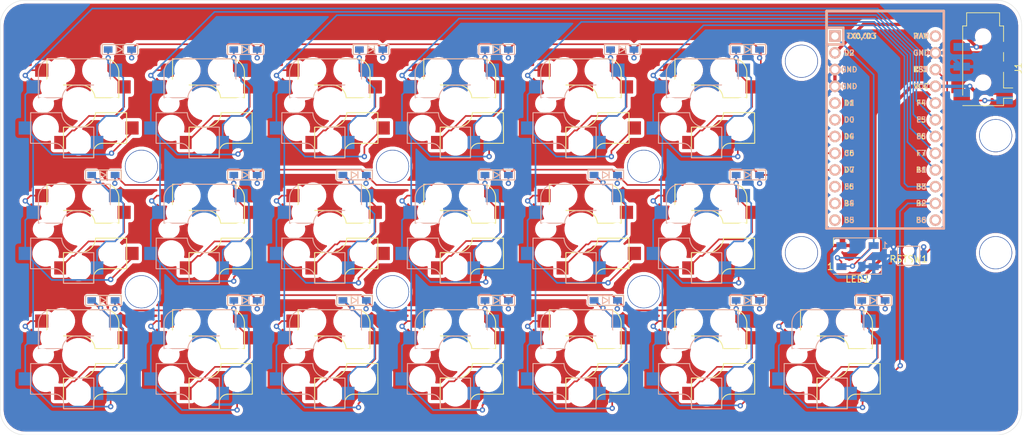
<source format=kicad_pcb>
(kicad_pcb (version 20171130) (host pcbnew "(5.1.7)-1")
  (layers (0 F.Cu signal) (31 B.Cu signal) (34 B.Paste user) (35 F.Paste user) (36 B.SilkS user) (37 F.SilkS user) (38 B.Mask user) (39 F.Mask user) (44 Edge.Cuts user))
  (net 0 "")
  (net 1 "Net-(D1-Pad2)")
  (net 2 row0)
  (net 3 "Net-(D2-Pad2)")
  (net 4 row1)
  (net 5 row2)
  (net 6 "Net-(D3-Pad2)")
  (net 7 "Net-(D4-Pad2)")
  (net 8 "Net-(D5-Pad2)")
  (net 9 "Net-(D6-Pad2)")
  (net 10 "Net-(D7-Pad2)")
  (net 11 "Net-(D8-Pad2)")
  (net 12 "Net-(D9-Pad2)")
  (net 13 "Net-(D10-Pad2)")
  (net 14 "Net-(D11-Pad2)")
  (net 15 "Net-(D12-Pad2)")
  (net 16 "Net-(D13-Pad2)")
  (net 17 "Net-(D14-Pad2)")
  (net 18 "Net-(D15-Pad2)")
  (net 19 "Net-(D16-Pad2)")
  (net 20 "Net-(D17-Pad2)")
  (net 21 "Net-(D18-Pad2)")
  (net 22 "Net-(D19-Pad2)")
  (net 23 GND)
  (net 24 led)
  (net 25 "Net-(LED1-Pad2)")
  (net 26 VCC)
  (net 27 reset)
  (net 28 col0)
  (net 29 col1)
  (net 30 col2)
  (net 31 col3)
  (net 32 col4)
  (net 33 col5)
  (net 34 col6)
  (net 35 "Net-(U1-Pad5)")
  (net 36 "Net-(U1-Pad6)")
  (net 37 "Net-(U1-Pad10)")
  (net 38 "Net-(U1-Pad11)")
  (net 39 "Net-(U1-Pad13)")
  (net 40 "Net-(U1-Pad12)")
  (net 41 "Net-(U1-Pad24)")
  (net 42 "Net-(J1-PadS)")
  (net 43 data)
  (module Connector_Audio:Jack_3.5mm_PJ320D_Horizontal (layer F.Cu) (at 187.198 44.577 270)
    (fp_text reference J1 (at 0.05 -5.35 270) (layer F.SilkS))
    (fp_text value AudioJack4)
    (pad "" np_thru_hole circle (at 2.225 0 270) (size 1.5 1.5) (drill 1.5) (layers *.Cu *.Mask))
    (pad "" np_thru_hole circle (at -4.775 0 270) (size 1.5 1.5) (drill 1.5) (layers *.Cu *.Mask))
    (pad R2 smd rect (at -3.175 -3.25 270) (size 1.2 2.5) (layers F.Cu F.Paste F.Mask) (net 43 data))
    (pad R1 smd rect (at -0.175 -3.25 270) (size 1.2 2.5) (layers F.Cu F.Paste F.Mask) (net 23 GND))
    (pad T smd rect (at 3.825 -3.25 270) (size 1.2 2.5) (layers F.Cu F.Paste F.Mask) (net 26 VCC))
    (pad S smd rect (at 4.925 3.25 270) (size 1.2 2.5) (layers F.Cu F.Paste F.Mask) (net 42 "Net-(J1-PadS)"))
    (pad R1 smd rect (at -0.185 3.25 270) (size 1.2 2.5) (layers B.Cu B.Paste B.Mask) (net 23 GND))
    (pad R2 smd rect (at -3.185 3.25 270) (size 1.2 2.5) (layers B.Cu B.Paste B.Mask) (net 43 data))
    (pad S smd rect (at 4.915 -3.25 270) (size 1.2 2.5) (layers B.Cu B.Paste B.Mask) (net 42 "Net-(J1-PadS)"))
    (pad T smd rect (at 3.815 3.25 270) (size 1.2 2.5) (layers B.Cu B.Paste B.Mask) (net 26 VCC))
  )
  (module LED_SMD:LED_WS2812B_PLCC4_5.0x5.0mm_P3.2mm (layer F.Cu) (at 168.148 73.152 180)
    (fp_text reference LED1 (at 0 -3.5) (layer F.SilkS))
    (fp_text value WS2812B)
    (fp_text user 1 (at -4.15 1.6) (layer B.SilkS) (effects (justify mirror)))
    (fp_text user 1 (at 4.15 -1.6) (layer F.SilkS))
    (pad 1 smd rect (at -2.45 -1.6 180) (size 1.5 1) (layers F.Cu F.Paste F.Mask) (net 26 VCC))
    (pad 2 smd rect (at -2.45 1.6 180) (size 1.5 1) (layers F.Cu F.Paste F.Mask) (net 25 "Net-(LED1-Pad2)"))
    (pad 4 smd rect (at 2.45 -1.6 180) (size 1.5 1) (layers F.Cu F.Paste F.Mask) (net 24 led))
    (pad 3 smd rect (at 2.45 1.6 180) (size 1.5 1) (layers F.Cu F.Paste F.Mask) (net 23 GND))
    (pad 2 smd rect (at 2.45 -1.6 180) (size 1.5 1) (layers B.Cu B.Paste B.Mask) (net 25 "Net-(LED1-Pad2)"))
    (pad 3 smd rect (at -2.45 -1.6 180) (size 1.5 1) (layers B.Cu B.Paste B.Mask) (net 23 GND))
    (pad 1 smd rect (at 2.45 1.6 180) (size 1.5 1) (layers B.Cu B.Paste B.Mask) (net 26 VCC))
    (pad 4 smd rect (at -2.45 1.6 180) (size 1.5 1) (layers B.Cu B.Paste B.Mask) (net 24 led))
  )
  (module TVAF06-A020B-R:TVAF06-A020B-R (layer F.Cu) (at 175.895 73.116)
    (fp_text reference RSTSW1 (at 0 0.5) (layer F.SilkS))
    (fp_text value SW_PUSH)
    (pad 1 smd rect (at -2.25 0 90) (size 1.6 1.1) (layers F.Cu F.Paste F.Mask) (net 23 GND))
    (pad 2 smd rect (at 2.25 0 90) (size 1.6 1.1) (layers F.Cu F.Paste F.Mask) (net 27 reset))
    (pad "" np_thru_hole circle (at 0 -0.8 90) (size 0.75 0.75) (drill 0.75) (layers *.Cu *.Mask))
    (pad "" np_thru_hole circle (at 0 0.9 90) (size 0.75 0.75) (drill 0.75) (layers *.Cu *.Mask))
    (pad 1 smd rect (at -2.25 0 270) (size 1.6 1.1) (layers B.Cu B.Paste B.Mask) (net 23 GND))
    (pad 2 smd rect (at 2.25 0 270) (size 1.6 1.1) (layers B.Cu B.Paste B.Mask) (net 27 reset))
  )
  (module kbd:HOLE (layer F.Cu) (at 189.103 72.644)
    (fp_text reference hh3)
    (fp_text value Val**)
    (pad "" np_thru_hole circle (at 0 0) (size 5 5) (drill 4.8) (layers *.Cu *.Mask))
  )
  (module kbd:HOLE (layer F.Cu) (at 159.639 72.644)
    (fp_text reference hh2)
    (fp_text value Val**)
    (pad "" np_thru_hole circle (at 0 0) (size 5 5) (drill 4.8) (layers *.Cu *.Mask))
  )
  (module kbd:HOLE (layer F.Cu) (at 159.639 43.561)
    (fp_text reference hh1)
    (fp_text value Val**)
    (pad "" np_thru_hole circle (at 0 0) (size 5 5) (drill 4.8) (layers *.Cu *.Mask))
  )
  (module kbd:HOLE (layer F.Cu) (at 189.103 54.864)
    (fp_text reference hh4)
    (fp_text value Val**)
    (pad "" np_thru_hole circle (at 0 0) (size 5 5) (drill 4.8) (layers *.Cu *.Mask))
  )
  (module kbd:HOLE (layer F.Cu) (at 135.725 78.575)
    (fp_text reference HOLE14)
    (fp_text value Val**)
    (pad "" np_thru_hole circle (at 0 0) (size 5 5) (drill 4.8) (layers *.Cu *.Mask))
  )
  (module kbd:HOLE (layer F.Cu) (at 135.725 59.525)
    (fp_text reference HOLE13)
    (fp_text value Val**)
    (pad "" np_thru_hole circle (at 0 0) (size 5 5) (drill 4.8) (layers *.Cu *.Mask))
  )
  (module kbd:HOLE (layer F.Cu) (at 97.625 78.575)
    (fp_text reference HOLE8)
    (fp_text value Val**)
    (pad "" np_thru_hole circle (at 0 0) (size 5 5) (drill 4.8) (layers *.Cu *.Mask))
  )
  (module kbd:HOLE (layer F.Cu) (at 97.625 59.525)
    (fp_text reference HOLE7)
    (fp_text value Val**)
    (pad "" np_thru_hole circle (at 0 0) (size 5 5) (drill 4.8) (layers *.Cu *.Mask))
  )
  (module kbd:HOLE (layer F.Cu) (at 59.525 78.575)
    (fp_text reference HOLE2)
    (fp_text value Val**)
    (pad "" np_thru_hole circle (at 0 0) (size 5 5) (drill 4.8) (layers *.Cu *.Mask))
  )
  (module kbd:HOLE (layer F.Cu) (at 59.525 59.525)
    (fp_text reference HOLE1)
    (fp_text value Val**)
    (pad "" np_thru_hole circle (at 0 0) (size 5 5) (drill 4.8) (layers *.Cu *.Mask))
  )
  (module kbd:D3_SMD (layer F.Cu) (at 56.261 41.783 180)
    (fp_text reference D1 hide)
    (fp_text value D hide)
    (pad 2 smd rect (at 1.775 0 180) (size 1.3 0.95) (layers F.Cu F.Paste F.Mask) (net 1 "Net-(D1-Pad2)"))
    (pad 1 smd rect (at -1.775 0 180) (size 1.3 0.95) (layers B.Cu B.Paste B.Mask) (net 2 row0))
    (pad 2 smd rect (at 1.775 0 180) (size 1.3 0.95) (layers B.Cu B.Paste B.Mask) (net 1 "Net-(D1-Pad2)"))
    (pad 1 smd rect (at -1.775 0 180) (size 1.3 0.95) (layers F.Cu F.Paste F.Mask) (net 2 row0))
  )
  (module kbd:D3_SMD (layer F.Cu) (at 53.761 60.833 180)
    (fp_text reference D2 hide)
    (fp_text value D hide)
    (pad 2 smd rect (at 1.775 0 180) (size 1.3 0.95) (layers F.Cu F.Paste F.Mask) (net 3 "Net-(D2-Pad2)"))
    (pad 1 smd rect (at -1.775 0 180) (size 1.3 0.95) (layers B.Cu B.Paste B.Mask) (net 4 row1))
    (pad 2 smd rect (at 1.775 0 180) (size 1.3 0.95) (layers B.Cu B.Paste B.Mask) (net 3 "Net-(D2-Pad2)"))
    (pad 1 smd rect (at -1.775 0 180) (size 1.3 0.95) (layers F.Cu F.Paste F.Mask) (net 4 row1))
  )
  (module kbd:D3_SMD (layer F.Cu) (at 53.761 79.883 180)
    (fp_text reference D3 hide)
    (fp_text value D hide)
    (pad 1 smd rect (at -1.775 0 180) (size 1.3 0.95) (layers F.Cu F.Paste F.Mask) (net 5 row2))
    (pad 2 smd rect (at 1.775 0 180) (size 1.3 0.95) (layers B.Cu B.Paste B.Mask) (net 6 "Net-(D3-Pad2)"))
    (pad 1 smd rect (at -1.775 0 180) (size 1.3 0.95) (layers B.Cu B.Paste B.Mask) (net 5 row2))
    (pad 2 smd rect (at 1.775 0 180) (size 1.3 0.95) (layers F.Cu F.Paste F.Mask) (net 6 "Net-(D3-Pad2)"))
  )
  (module kbd:D3_SMD (layer F.Cu) (at 75.311 41.783 180)
    (fp_text reference D4 hide)
    (fp_text value D hide)
    (pad 1 smd rect (at -1.775 0 180) (size 1.3 0.95) (layers F.Cu F.Paste F.Mask) (net 2 row0))
    (pad 2 smd rect (at 1.775 0 180) (size 1.3 0.95) (layers B.Cu B.Paste B.Mask) (net 7 "Net-(D4-Pad2)"))
    (pad 1 smd rect (at -1.775 0 180) (size 1.3 0.95) (layers B.Cu B.Paste B.Mask) (net 2 row0))
    (pad 2 smd rect (at 1.775 0 180) (size 1.3 0.95) (layers F.Cu F.Paste F.Mask) (net 7 "Net-(D4-Pad2)"))
  )
  (module kbd:D3_SMD (layer F.Cu) (at 75.311 60.833 180)
    (fp_text reference D5 hide)
    (fp_text value D hide)
    (pad 2 smd rect (at 1.775 0 180) (size 1.3 0.95) (layers F.Cu F.Paste F.Mask) (net 8 "Net-(D5-Pad2)"))
    (pad 1 smd rect (at -1.775 0 180) (size 1.3 0.95) (layers B.Cu B.Paste B.Mask) (net 4 row1))
    (pad 2 smd rect (at 1.775 0 180) (size 1.3 0.95) (layers B.Cu B.Paste B.Mask) (net 8 "Net-(D5-Pad2)"))
    (pad 1 smd rect (at -1.775 0 180) (size 1.3 0.95) (layers F.Cu F.Paste F.Mask) (net 4 row1))
  )
  (module kbd:D3_SMD (layer F.Cu) (at 75.311 79.883 180)
    (fp_text reference D6 hide)
    (fp_text value D hide)
    (pad 1 smd rect (at -1.775 0 180) (size 1.3 0.95) (layers F.Cu F.Paste F.Mask) (net 5 row2))
    (pad 2 smd rect (at 1.775 0 180) (size 1.3 0.95) (layers B.Cu B.Paste B.Mask) (net 9 "Net-(D6-Pad2)"))
    (pad 1 smd rect (at -1.775 0 180) (size 1.3 0.95) (layers B.Cu B.Paste B.Mask) (net 5 row2))
    (pad 2 smd rect (at 1.775 0 180) (size 1.3 0.95) (layers F.Cu F.Paste F.Mask) (net 9 "Net-(D6-Pad2)"))
  )
  (module kbd:D3_SMD (layer F.Cu) (at 94.360999 41.783 180)
    (fp_text reference D7 hide)
    (fp_text value D hide)
    (pad 2 smd rect (at 1.775 0 180) (size 1.3 0.95) (layers F.Cu F.Paste F.Mask) (net 10 "Net-(D7-Pad2)"))
    (pad 1 smd rect (at -1.775 0 180) (size 1.3 0.95) (layers B.Cu B.Paste B.Mask) (net 2 row0))
    (pad 2 smd rect (at 1.775 0 180) (size 1.3 0.95) (layers B.Cu B.Paste B.Mask) (net 10 "Net-(D7-Pad2)"))
    (pad 1 smd rect (at -1.775 0 180) (size 1.3 0.95) (layers F.Cu F.Paste F.Mask) (net 2 row0))
  )
  (module kbd:D3_SMD (layer F.Cu) (at 91.860999 60.833 180)
    (fp_text reference D8 hide)
    (fp_text value D hide)
    (pad 2 smd rect (at 1.775 0 180) (size 1.3 0.95) (layers F.Cu F.Paste F.Mask) (net 11 "Net-(D8-Pad2)"))
    (pad 1 smd rect (at -1.775 0 180) (size 1.3 0.95) (layers B.Cu B.Paste B.Mask) (net 4 row1))
    (pad 2 smd rect (at 1.775 0 180) (size 1.3 0.95) (layers B.Cu B.Paste B.Mask) (net 11 "Net-(D8-Pad2)"))
    (pad 1 smd rect (at -1.775 0 180) (size 1.3 0.95) (layers F.Cu F.Paste F.Mask) (net 4 row1))
  )
  (module kbd:D3_SMD (layer F.Cu) (at 91.860999 79.883 180)
    (fp_text reference D9 hide)
    (fp_text value D hide)
    (pad 1 smd rect (at -1.775 0 180) (size 1.3 0.95) (layers F.Cu F.Paste F.Mask) (net 5 row2))
    (pad 2 smd rect (at 1.775 0 180) (size 1.3 0.95) (layers B.Cu B.Paste B.Mask) (net 12 "Net-(D9-Pad2)"))
    (pad 1 smd rect (at -1.775 0 180) (size 1.3 0.95) (layers B.Cu B.Paste B.Mask) (net 5 row2))
    (pad 2 smd rect (at 1.775 0 180) (size 1.3 0.95) (layers F.Cu F.Paste F.Mask) (net 12 "Net-(D9-Pad2)"))
  )
  (module kbd:D3_SMD (layer F.Cu) (at 113.411 41.783 180)
    (fp_text reference D10 hide)
    (fp_text value D hide)
    (pad 1 smd rect (at -1.775 0 180) (size 1.3 0.95) (layers F.Cu F.Paste F.Mask) (net 2 row0))
    (pad 2 smd rect (at 1.775 0 180) (size 1.3 0.95) (layers B.Cu B.Paste B.Mask) (net 13 "Net-(D10-Pad2)"))
    (pad 1 smd rect (at -1.775 0 180) (size 1.3 0.95) (layers B.Cu B.Paste B.Mask) (net 2 row0))
    (pad 2 smd rect (at 1.775 0 180) (size 1.3 0.95) (layers F.Cu F.Paste F.Mask) (net 13 "Net-(D10-Pad2)"))
  )
  (module kbd:D3_SMD (layer F.Cu) (at 113.411 60.833 180)
    (fp_text reference D11 hide)
    (fp_text value D hide)
    (pad 2 smd rect (at 1.775 0 180) (size 1.3 0.95) (layers F.Cu F.Paste F.Mask) (net 14 "Net-(D11-Pad2)"))
    (pad 1 smd rect (at -1.775 0 180) (size 1.3 0.95) (layers B.Cu B.Paste B.Mask) (net 4 row1))
    (pad 2 smd rect (at 1.775 0 180) (size 1.3 0.95) (layers B.Cu B.Paste B.Mask) (net 14 "Net-(D11-Pad2)"))
    (pad 1 smd rect (at -1.775 0 180) (size 1.3 0.95) (layers F.Cu F.Paste F.Mask) (net 4 row1))
  )
  (module kbd:D3_SMD (layer F.Cu) (at 113.411 79.883 180)
    (fp_text reference D12 hide)
    (fp_text value D hide)
    (pad 2 smd rect (at 1.775 0 180) (size 1.3 0.95) (layers F.Cu F.Paste F.Mask) (net 15 "Net-(D12-Pad2)"))
    (pad 1 smd rect (at -1.775 0 180) (size 1.3 0.95) (layers B.Cu B.Paste B.Mask) (net 5 row2))
    (pad 2 smd rect (at 1.775 0 180) (size 1.3 0.95) (layers B.Cu B.Paste B.Mask) (net 15 "Net-(D12-Pad2)"))
    (pad 1 smd rect (at -1.775 0 180) (size 1.3 0.95) (layers F.Cu F.Paste F.Mask) (net 5 row2))
  )
  (module kbd:D3_SMD (layer F.Cu) (at 132.461 41.783 180)
    (fp_text reference D13 hide)
    (fp_text value D hide)
    (pad 1 smd rect (at -1.775 0 180) (size 1.3 0.95) (layers F.Cu F.Paste F.Mask) (net 2 row0))
    (pad 2 smd rect (at 1.775 0 180) (size 1.3 0.95) (layers B.Cu B.Paste B.Mask) (net 16 "Net-(D13-Pad2)"))
    (pad 1 smd rect (at -1.775 0 180) (size 1.3 0.95) (layers B.Cu B.Paste B.Mask) (net 2 row0))
    (pad 2 smd rect (at 1.775 0 180) (size 1.3 0.95) (layers F.Cu F.Paste F.Mask) (net 16 "Net-(D13-Pad2)"))
  )
  (module kbd:D3_SMD (layer F.Cu) (at 129.961 60.833 180)
    (fp_text reference D14 hide)
    (fp_text value D hide)
    (pad 2 smd rect (at 1.775 0 180) (size 1.3 0.95) (layers F.Cu F.Paste F.Mask) (net 17 "Net-(D14-Pad2)"))
    (pad 1 smd rect (at -1.775 0 180) (size 1.3 0.95) (layers B.Cu B.Paste B.Mask) (net 4 row1))
    (pad 2 smd rect (at 1.775 0 180) (size 1.3 0.95) (layers B.Cu B.Paste B.Mask) (net 17 "Net-(D14-Pad2)"))
    (pad 1 smd rect (at -1.775 0 180) (size 1.3 0.95) (layers F.Cu F.Paste F.Mask) (net 4 row1))
  )
  (module kbd:D3_SMD (layer F.Cu) (at 129.961 79.883 180)
    (fp_text reference D15 hide)
    (fp_text value D hide)
    (pad 1 smd rect (at -1.775 0 180) (size 1.3 0.95) (layers F.Cu F.Paste F.Mask) (net 5 row2))
    (pad 2 smd rect (at 1.775 0 180) (size 1.3 0.95) (layers B.Cu B.Paste B.Mask) (net 18 "Net-(D15-Pad2)"))
    (pad 1 smd rect (at -1.775 0 180) (size 1.3 0.95) (layers B.Cu B.Paste B.Mask) (net 5 row2))
    (pad 2 smd rect (at 1.775 0 180) (size 1.3 0.95) (layers F.Cu F.Paste F.Mask) (net 18 "Net-(D15-Pad2)"))
  )
  (module kbd:D3_SMD (layer F.Cu) (at 151.511 41.783 180)
    (fp_text reference D16 hide)
    (fp_text value D hide)
    (pad 1 smd rect (at -1.775 0 180) (size 1.3 0.95) (layers F.Cu F.Paste F.Mask) (net 2 row0))
    (pad 2 smd rect (at 1.775 0 180) (size 1.3 0.95) (layers B.Cu B.Paste B.Mask) (net 19 "Net-(D16-Pad2)"))
    (pad 1 smd rect (at -1.775 0 180) (size 1.3 0.95) (layers B.Cu B.Paste B.Mask) (net 2 row0))
    (pad 2 smd rect (at 1.775 0 180) (size 1.3 0.95) (layers F.Cu F.Paste F.Mask) (net 19 "Net-(D16-Pad2)"))
  )
  (module kbd:D3_SMD (layer F.Cu) (at 151.511 60.833 180)
    (fp_text reference D17 hide)
    (fp_text value D hide)
    (pad 2 smd rect (at 1.775 0 180) (size 1.3 0.95) (layers F.Cu F.Paste F.Mask) (net 20 "Net-(D17-Pad2)"))
    (pad 1 smd rect (at -1.775 0 180) (size 1.3 0.95) (layers B.Cu B.Paste B.Mask) (net 4 row1))
    (pad 2 smd rect (at 1.775 0 180) (size 1.3 0.95) (layers B.Cu B.Paste B.Mask) (net 20 "Net-(D17-Pad2)"))
    (pad 1 smd rect (at -1.775 0 180) (size 1.3 0.95) (layers F.Cu F.Paste F.Mask) (net 4 row1))
  )
  (module kbd:D3_SMD (layer F.Cu) (at 151.511 79.883 180)
    (fp_text reference D18 hide)
    (fp_text value D hide)
    (pad 1 smd rect (at -1.775 0 180) (size 1.3 0.95) (layers F.Cu F.Paste F.Mask) (net 5 row2))
    (pad 2 smd rect (at 1.775 0 180) (size 1.3 0.95) (layers B.Cu B.Paste B.Mask) (net 21 "Net-(D18-Pad2)"))
    (pad 1 smd rect (at -1.775 0 180) (size 1.3 0.95) (layers B.Cu B.Paste B.Mask) (net 5 row2))
    (pad 2 smd rect (at 1.775 0 180) (size 1.3 0.95) (layers F.Cu F.Paste F.Mask) (net 21 "Net-(D18-Pad2)"))
  )
  (module kbd:D3_SMD (layer F.Cu) (at 170.561 79.883 180)
    (fp_text reference D19 hide)
    (fp_text value D hide)
    (pad 1 smd rect (at -1.775 0 180) (size 1.3 0.95) (layers F.Cu F.Paste F.Mask) (net 5 row2))
    (pad 2 smd rect (at 1.775 0 180) (size 1.3 0.95) (layers B.Cu B.Paste B.Mask) (net 22 "Net-(D19-Pad2)"))
    (pad 1 smd rect (at -1.775 0 180) (size 1.3 0.95) (layers B.Cu B.Paste B.Mask) (net 5 row2))
    (pad 2 smd rect (at 1.775 0 180) (size 1.3 0.95) (layers F.Cu F.Paste F.Mask) (net 22 "Net-(D19-Pad2)"))
  )
  (module kbd:CherryMX_Choc_Hotswap (layer F.Cu) (at 50 50)
    (fp_text reference SW1 hide)
    (fp_text value SW_PUSH hide)
    (pad 2 smd rect (at 5.6 -5.08 180) (size 2 2) (layers B.Cu B.Paste B.Mask) (net 1 "Net-(D1-Pad2)"))
    (pad "" np_thru_hole circle (at -3.81 -2.54 180) (size 3 3) (drill 3) (layers *.Cu *.Mask))
    (pad "" np_thru_hole circle (at -5.08 0) (size 1.7 1.7) (drill 1.7) (layers *.Cu *.Mask))
    (pad "" np_thru_hole circle (at 5.08 0) (size 1.7 1.7) (drill 1.7) (layers *.Cu *.Mask))
    (pad "" np_thru_hole circle (at 5.5 0 90) (size 1.9 1.9) (drill 1.9) (layers *.Cu *.Mask))
    (pad "" np_thru_hole circle (at -5.5 0 90) (size 1.9 1.9) (drill 1.9) (layers *.Cu *.Mask))
    (pad "" np_thru_hole circle (at 0 0 90) (size 4 4) (drill 4) (layers *.Cu *.Mask))
    (pad "" np_thru_hole circle (at 2.54 -5.08 180) (size 3 3) (drill 3) (layers *.Cu *.Mask))
    (pad 1 smd rect (at -6.9 -2.54 180) (size 2 2) (layers B.Cu B.Paste B.Mask) (net 28 col0))
    (pad "" np_thru_hole circle (at 0 5.9 90) (size 3 3) (drill 3) (layers *.Cu *.Mask))
    (pad "" np_thru_hole circle (at -5 3.7 90) (size 3 3) (drill 3) (layers *.Cu *.Mask))
    (pad 2 smd rect (at 2.8 5.9 180) (size 1.9 2) (layers B.Cu B.Paste B.Mask) (net 1 "Net-(D1-Pad2)"))
    (pad 1 smd rect (at -8.1 3.7 180) (size 2 2) (layers B.Cu B.Paste B.Mask) (net 28 col0))
    (pad 1 smd rect (at 8.1 3.7 180) (size 2 2) (layers F.Cu F.Paste F.Mask) (net 28 col0))
    (pad 2 smd rect (at -2.8 5.9 180) (size 1.8 2) (layers F.Cu F.Paste F.Mask) (net 1 "Net-(D1-Pad2)"))
    (pad "" np_thru_hole circle (at 5 3.7 270) (size 3 3) (drill 3) (layers *.Cu *.Mask))
    (pad 2 smd rect (at 6.9 -2.54 180) (size 2 2) (layers F.Cu F.Paste F.Mask) (net 1 "Net-(D1-Pad2)"))
    (pad "" np_thru_hole circle (at -2.54 -5.08 180) (size 3 3) (drill 3) (layers *.Cu *.Mask))
    (pad "" np_thru_hole circle (at 3.81 -2.54 180) (size 3 3) (drill 3) (layers *.Cu *.Mask))
    (pad 1 smd rect (at -5.6 -5.08 180) (size 2 2) (layers F.Cu F.Paste F.Mask) (net 28 col0))
  )
  (module kbd:CherryMX_Choc_Hotswap (layer F.Cu) (at 50 69.05)
    (fp_text reference SW2 hide)
    (fp_text value SW_PUSH hide)
    (pad 1 smd rect (at -5.6 -5.08 180) (size 2 2) (layers F.Cu F.Paste F.Mask) (net 28 col0))
    (pad "" np_thru_hole circle (at 3.81 -2.54 180) (size 3 3) (drill 3) (layers *.Cu *.Mask))
    (pad "" np_thru_hole circle (at -2.54 -5.08 180) (size 3 3) (drill 3) (layers *.Cu *.Mask))
    (pad 2 smd rect (at 6.9 -2.54 180) (size 2 2) (layers F.Cu F.Paste F.Mask) (net 3 "Net-(D2-Pad2)"))
    (pad "" np_thru_hole circle (at 5 3.7 270) (size 3 3) (drill 3) (layers *.Cu *.Mask))
    (pad 2 smd rect (at -2.8 5.9 180) (size 1.8 2) (layers F.Cu F.Paste F.Mask) (net 3 "Net-(D2-Pad2)"))
    (pad 1 smd rect (at 8.1 3.7 180) (size 2 2) (layers F.Cu F.Paste F.Mask) (net 28 col0))
    (pad 1 smd rect (at -8.1 3.7 180) (size 2 2) (layers B.Cu B.Paste B.Mask) (net 28 col0))
    (pad 2 smd rect (at 2.8 5.9 180) (size 1.9 2) (layers B.Cu B.Paste B.Mask) (net 3 "Net-(D2-Pad2)"))
    (pad "" np_thru_hole circle (at -5 3.7 90) (size 3 3) (drill 3) (layers *.Cu *.Mask))
    (pad "" np_thru_hole circle (at 0 5.9 90) (size 3 3) (drill 3) (layers *.Cu *.Mask))
    (pad 1 smd rect (at -6.9 -2.54 180) (size 2 2) (layers B.Cu B.Paste B.Mask) (net 28 col0))
    (pad "" np_thru_hole circle (at 2.54 -5.08 180) (size 3 3) (drill 3) (layers *.Cu *.Mask))
    (pad "" np_thru_hole circle (at 0 0 90) (size 4 4) (drill 4) (layers *.Cu *.Mask))
    (pad "" np_thru_hole circle (at -5.5 0 90) (size 1.9 1.9) (drill 1.9) (layers *.Cu *.Mask))
    (pad "" np_thru_hole circle (at 5.5 0 90) (size 1.9 1.9) (drill 1.9) (layers *.Cu *.Mask))
    (pad "" np_thru_hole circle (at 5.08 0) (size 1.7 1.7) (drill 1.7) (layers *.Cu *.Mask))
    (pad "" np_thru_hole circle (at -5.08 0) (size 1.7 1.7) (drill 1.7) (layers *.Cu *.Mask))
    (pad "" np_thru_hole circle (at -3.81 -2.54 180) (size 3 3) (drill 3) (layers *.Cu *.Mask))
    (pad 2 smd rect (at 5.6 -5.08 180) (size 2 2) (layers B.Cu B.Paste B.Mask) (net 3 "Net-(D2-Pad2)"))
  )
  (module kbd:CherryMX_Choc_Hotswap (layer F.Cu) (at 50 88.1)
    (fp_text reference SW3 hide)
    (fp_text value SW_PUSH hide)
    (pad 2 smd rect (at 5.6 -5.08 180) (size 2 2) (layers B.Cu B.Paste B.Mask) (net 6 "Net-(D3-Pad2)"))
    (pad "" np_thru_hole circle (at -3.81 -2.54 180) (size 3 3) (drill 3) (layers *.Cu *.Mask))
    (pad "" np_thru_hole circle (at -5.08 0) (size 1.7 1.7) (drill 1.7) (layers *.Cu *.Mask))
    (pad "" np_thru_hole circle (at 5.08 0) (size 1.7 1.7) (drill 1.7) (layers *.Cu *.Mask))
    (pad "" np_thru_hole circle (at 5.5 0 90) (size 1.9 1.9) (drill 1.9) (layers *.Cu *.Mask))
    (pad "" np_thru_hole circle (at -5.5 0 90) (size 1.9 1.9) (drill 1.9) (layers *.Cu *.Mask))
    (pad "" np_thru_hole circle (at 0 0 90) (size 4 4) (drill 4) (layers *.Cu *.Mask))
    (pad "" np_thru_hole circle (at 2.54 -5.08 180) (size 3 3) (drill 3) (layers *.Cu *.Mask))
    (pad 1 smd rect (at -6.9 -2.54 180) (size 2 2) (layers B.Cu B.Paste B.Mask) (net 28 col0))
    (pad "" np_thru_hole circle (at 0 5.9 90) (size 3 3) (drill 3) (layers *.Cu *.Mask))
    (pad "" np_thru_hole circle (at -5 3.7 90) (size 3 3) (drill 3) (layers *.Cu *.Mask))
    (pad 2 smd rect (at 2.8 5.9 180) (size 1.9 2) (layers B.Cu B.Paste B.Mask) (net 6 "Net-(D3-Pad2)"))
    (pad 1 smd rect (at -8.1 3.7 180) (size 2 2) (layers B.Cu B.Paste B.Mask) (net 28 col0))
    (pad 1 smd rect (at 8.1 3.7 180) (size 2 2) (layers F.Cu F.Paste F.Mask) (net 28 col0))
    (pad 2 smd rect (at -2.8 5.9 180) (size 1.8 2) (layers F.Cu F.Paste F.Mask) (net 6 "Net-(D3-Pad2)"))
    (pad "" np_thru_hole circle (at 5 3.7 270) (size 3 3) (drill 3) (layers *.Cu *.Mask))
    (pad 2 smd rect (at 6.9 -2.54 180) (size 2 2) (layers F.Cu F.Paste F.Mask) (net 6 "Net-(D3-Pad2)"))
    (pad "" np_thru_hole circle (at -2.54 -5.08 180) (size 3 3) (drill 3) (layers *.Cu *.Mask))
    (pad "" np_thru_hole circle (at 3.81 -2.54 180) (size 3 3) (drill 3) (layers *.Cu *.Mask))
    (pad 1 smd rect (at -5.6 -5.08 180) (size 2 2) (layers F.Cu F.Paste F.Mask) (net 28 col0))
  )
  (module kbd:CherryMX_Choc_Hotswap (layer F.Cu) (at 69.05 50)
    (fp_text reference SW4 hide)
    (fp_text value SW_PUSH hide)
    (pad 1 smd rect (at -5.6 -5.08 180) (size 2 2) (layers F.Cu F.Paste F.Mask) (net 29 col1))
    (pad "" np_thru_hole circle (at 3.81 -2.54 180) (size 3 3) (drill 3) (layers *.Cu *.Mask))
    (pad "" np_thru_hole circle (at -2.54 -5.08 180) (size 3 3) (drill 3) (layers *.Cu *.Mask))
    (pad 2 smd rect (at 6.9 -2.54 180) (size 2 2) (layers F.Cu F.Paste F.Mask) (net 7 "Net-(D4-Pad2)"))
    (pad "" np_thru_hole circle (at 5 3.7 270) (size 3 3) (drill 3) (layers *.Cu *.Mask))
    (pad 2 smd rect (at -2.8 5.9 180) (size 1.8 2) (layers F.Cu F.Paste F.Mask) (net 7 "Net-(D4-Pad2)"))
    (pad 1 smd rect (at 8.1 3.7 180) (size 2 2) (layers F.Cu F.Paste F.Mask) (net 29 col1))
    (pad 1 smd rect (at -8.1 3.7 180) (size 2 2) (layers B.Cu B.Paste B.Mask) (net 29 col1))
    (pad 2 smd rect (at 2.8 5.9 180) (size 1.9 2) (layers B.Cu B.Paste B.Mask) (net 7 "Net-(D4-Pad2)"))
    (pad "" np_thru_hole circle (at -5 3.7 90) (size 3 3) (drill 3) (layers *.Cu *.Mask))
    (pad "" np_thru_hole circle (at 0 5.9 90) (size 3 3) (drill 3) (layers *.Cu *.Mask))
    (pad 1 smd rect (at -6.9 -2.54 180) (size 2 2) (layers B.Cu B.Paste B.Mask) (net 29 col1))
    (pad "" np_thru_hole circle (at 2.54 -5.08 180) (size 3 3) (drill 3) (layers *.Cu *.Mask))
    (pad "" np_thru_hole circle (at 0 0 90) (size 4 4) (drill 4) (layers *.Cu *.Mask))
    (pad "" np_thru_hole circle (at -5.5 0 90) (size 1.9 1.9) (drill 1.9) (layers *.Cu *.Mask))
    (pad "" np_thru_hole circle (at 5.5 0 90) (size 1.9 1.9) (drill 1.9) (layers *.Cu *.Mask))
    (pad "" np_thru_hole circle (at 5.08 0) (size 1.7 1.7) (drill 1.7) (layers *.Cu *.Mask))
    (pad "" np_thru_hole circle (at -5.08 0) (size 1.7 1.7) (drill 1.7) (layers *.Cu *.Mask))
    (pad "" np_thru_hole circle (at -3.81 -2.54 180) (size 3 3) (drill 3) (layers *.Cu *.Mask))
    (pad 2 smd rect (at 5.6 -5.08 180) (size 2 2) (layers B.Cu B.Paste B.Mask) (net 7 "Net-(D4-Pad2)"))
  )
  (module kbd:CherryMX_Choc_Hotswap (layer F.Cu) (at 69.05 69.05)
    (fp_text reference SW5 hide)
    (fp_text value SW_PUSH hide)
    (pad 2 smd rect (at 5.6 -5.08 180) (size 2 2) (layers B.Cu B.Paste B.Mask) (net 8 "Net-(D5-Pad2)"))
    (pad "" np_thru_hole circle (at -3.81 -2.54 180) (size 3 3) (drill 3) (layers *.Cu *.Mask))
    (pad "" np_thru_hole circle (at -5.08 0) (size 1.7 1.7) (drill 1.7) (layers *.Cu *.Mask))
    (pad "" np_thru_hole circle (at 5.08 0) (size 1.7 1.7) (drill 1.7) (layers *.Cu *.Mask))
    (pad "" np_thru_hole circle (at 5.5 0 90) (size 1.9 1.9) (drill 1.9) (layers *.Cu *.Mask))
    (pad "" np_thru_hole circle (at -5.5 0 90) (size 1.9 1.9) (drill 1.9) (layers *.Cu *.Mask))
    (pad "" np_thru_hole circle (at 0 0 90) (size 4 4) (drill 4) (layers *.Cu *.Mask))
    (pad "" np_thru_hole circle (at 2.54 -5.08 180) (size 3 3) (drill 3) (layers *.Cu *.Mask))
    (pad 1 smd rect (at -6.9 -2.54 180) (size 2 2) (layers B.Cu B.Paste B.Mask) (net 29 col1))
    (pad "" np_thru_hole circle (at 0 5.9 90) (size 3 3) (drill 3) (layers *.Cu *.Mask))
    (pad "" np_thru_hole circle (at -5 3.7 90) (size 3 3) (drill 3) (layers *.Cu *.Mask))
    (pad 2 smd rect (at 2.8 5.9 180) (size 1.9 2) (layers B.Cu B.Paste B.Mask) (net 8 "Net-(D5-Pad2)"))
    (pad 1 smd rect (at -8.1 3.7 180) (size 2 2) (layers B.Cu B.Paste B.Mask) (net 29 col1))
    (pad 1 smd rect (at 8.1 3.7 180) (size 2 2) (layers F.Cu F.Paste F.Mask) (net 29 col1))
    (pad 2 smd rect (at -2.8 5.9 180) (size 1.8 2) (layers F.Cu F.Paste F.Mask) (net 8 "Net-(D5-Pad2)"))
    (pad "" np_thru_hole circle (at 5 3.7 270) (size 3 3) (drill 3) (layers *.Cu *.Mask))
    (pad 2 smd rect (at 6.9 -2.54 180) (size 2 2) (layers F.Cu F.Paste F.Mask) (net 8 "Net-(D5-Pad2)"))
    (pad "" np_thru_hole circle (at -2.54 -5.08 180) (size 3 3) (drill 3) (layers *.Cu *.Mask))
    (pad "" np_thru_hole circle (at 3.81 -2.54 180) (size 3 3) (drill 3) (layers *.Cu *.Mask))
    (pad 1 smd rect (at -5.6 -5.08 180) (size 2 2) (layers F.Cu F.Paste F.Mask) (net 29 col1))
  )
  (module kbd:CherryMX_Choc_Hotswap (layer F.Cu) (at 69.05 88.1)
    (fp_text reference SW6 hide)
    (fp_text value SW_PUSH hide)
    (pad 1 smd rect (at -5.6 -5.08 180) (size 2 2) (layers F.Cu F.Paste F.Mask) (net 29 col1))
    (pad "" np_thru_hole circle (at 3.81 -2.54 180) (size 3 3) (drill 3) (layers *.Cu *.Mask))
    (pad "" np_thru_hole circle (at -2.54 -5.08 180) (size 3 3) (drill 3) (layers *.Cu *.Mask))
    (pad 2 smd rect (at 6.9 -2.54 180) (size 2 2) (layers F.Cu F.Paste F.Mask) (net 9 "Net-(D6-Pad2)"))
    (pad "" np_thru_hole circle (at 5 3.7 270) (size 3 3) (drill 3) (layers *.Cu *.Mask))
    (pad 2 smd rect (at -2.8 5.9 180) (size 1.8 2) (layers F.Cu F.Paste F.Mask) (net 9 "Net-(D6-Pad2)"))
    (pad 1 smd rect (at 8.1 3.7 180) (size 2 2) (layers F.Cu F.Paste F.Mask) (net 29 col1))
    (pad 1 smd rect (at -8.1 3.7 180) (size 2 2) (layers B.Cu B.Paste B.Mask) (net 29 col1))
    (pad 2 smd rect (at 2.8 5.9 180) (size 1.9 2) (layers B.Cu B.Paste B.Mask) (net 9 "Net-(D6-Pad2)"))
    (pad "" np_thru_hole circle (at -5 3.7 90) (size 3 3) (drill 3) (layers *.Cu *.Mask))
    (pad "" np_thru_hole circle (at 0 5.9 90) (size 3 3) (drill 3) (layers *.Cu *.Mask))
    (pad 1 smd rect (at -6.9 -2.54 180) (size 2 2) (layers B.Cu B.Paste B.Mask) (net 29 col1))
    (pad "" np_thru_hole circle (at 2.54 -5.08 180) (size 3 3) (drill 3) (layers *.Cu *.Mask))
    (pad "" np_thru_hole circle (at 0 0 90) (size 4 4) (drill 4) (layers *.Cu *.Mask))
    (pad "" np_thru_hole circle (at -5.5 0 90) (size 1.9 1.9) (drill 1.9) (layers *.Cu *.Mask))
    (pad "" np_thru_hole circle (at 5.5 0 90) (size 1.9 1.9) (drill 1.9) (layers *.Cu *.Mask))
    (pad "" np_thru_hole circle (at 5.08 0) (size 1.7 1.7) (drill 1.7) (layers *.Cu *.Mask))
    (pad "" np_thru_hole circle (at -5.08 0) (size 1.7 1.7) (drill 1.7) (layers *.Cu *.Mask))
    (pad "" np_thru_hole circle (at -3.81 -2.54 180) (size 3 3) (drill 3) (layers *.Cu *.Mask))
    (pad 2 smd rect (at 5.6 -5.08 180) (size 2 2) (layers B.Cu B.Paste B.Mask) (net 9 "Net-(D6-Pad2)"))
  )
  (module kbd:CherryMX_Choc_Hotswap (layer F.Cu) (at 88.1 50)
    (fp_text reference SW7 hide)
    (fp_text value SW_PUSH hide)
    (pad 2 smd rect (at 5.6 -5.08 180) (size 2 2) (layers B.Cu B.Paste B.Mask) (net 10 "Net-(D7-Pad2)"))
    (pad "" np_thru_hole circle (at -3.81 -2.54 180) (size 3 3) (drill 3) (layers *.Cu *.Mask))
    (pad "" np_thru_hole circle (at -5.08 0) (size 1.7 1.7) (drill 1.7) (layers *.Cu *.Mask))
    (pad "" np_thru_hole circle (at 5.08 0) (size 1.7 1.7) (drill 1.7) (layers *.Cu *.Mask))
    (pad "" np_thru_hole circle (at 5.5 0 90) (size 1.9 1.9) (drill 1.9) (layers *.Cu *.Mask))
    (pad "" np_thru_hole circle (at -5.5 0 90) (size 1.9 1.9) (drill 1.9) (layers *.Cu *.Mask))
    (pad "" np_thru_hole circle (at 0 0 90) (size 4 4) (drill 4) (layers *.Cu *.Mask))
    (pad "" np_thru_hole circle (at 2.54 -5.08 180) (size 3 3) (drill 3) (layers *.Cu *.Mask))
    (pad 1 smd rect (at -6.9 -2.54 180) (size 2 2) (layers B.Cu B.Paste B.Mask) (net 30 col2))
    (pad "" np_thru_hole circle (at 0 5.9 90) (size 3 3) (drill 3) (layers *.Cu *.Mask))
    (pad "" np_thru_hole circle (at -5 3.7 90) (size 3 3) (drill 3) (layers *.Cu *.Mask))
    (pad 2 smd rect (at 2.8 5.9 180) (size 1.9 2) (layers B.Cu B.Paste B.Mask) (net 10 "Net-(D7-Pad2)"))
    (pad 1 smd rect (at -8.1 3.7 180) (size 2 2) (layers B.Cu B.Paste B.Mask) (net 30 col2))
    (pad 1 smd rect (at 8.1 3.7 180) (size 2 2) (layers F.Cu F.Paste F.Mask) (net 30 col2))
    (pad 2 smd rect (at -2.8 5.9 180) (size 1.8 2) (layers F.Cu F.Paste F.Mask) (net 10 "Net-(D7-Pad2)"))
    (pad "" np_thru_hole circle (at 5 3.7 270) (size 3 3) (drill 3) (layers *.Cu *.Mask))
    (pad 2 smd rect (at 6.9 -2.54 180) (size 2 2) (layers F.Cu F.Paste F.Mask) (net 10 "Net-(D7-Pad2)"))
    (pad "" np_thru_hole circle (at -2.54 -5.08 180) (size 3 3) (drill 3) (layers *.Cu *.Mask))
    (pad "" np_thru_hole circle (at 3.81 -2.54 180) (size 3 3) (drill 3) (layers *.Cu *.Mask))
    (pad 1 smd rect (at -5.6 -5.08 180) (size 2 2) (layers F.Cu F.Paste F.Mask) (net 30 col2))
  )
  (module kbd:CherryMX_Choc_Hotswap (layer F.Cu) (at 88.1 69.05)
    (fp_text reference SW8 hide)
    (fp_text value SW_PUSH hide)
    (pad 1 smd rect (at -5.6 -5.08 180) (size 2 2) (layers F.Cu F.Paste F.Mask) (net 30 col2))
    (pad "" np_thru_hole circle (at 3.81 -2.54 180) (size 3 3) (drill 3) (layers *.Cu *.Mask))
    (pad "" np_thru_hole circle (at -2.54 -5.08 180) (size 3 3) (drill 3) (layers *.Cu *.Mask))
    (pad 2 smd rect (at 6.9 -2.54 180) (size 2 2) (layers F.Cu F.Paste F.Mask) (net 11 "Net-(D8-Pad2)"))
    (pad "" np_thru_hole circle (at 5 3.7 270) (size 3 3) (drill 3) (layers *.Cu *.Mask))
    (pad 2 smd rect (at -2.8 5.9 180) (size 1.8 2) (layers F.Cu F.Paste F.Mask) (net 11 "Net-(D8-Pad2)"))
    (pad 1 smd rect (at 8.1 3.7 180) (size 2 2) (layers F.Cu F.Paste F.Mask) (net 30 col2))
    (pad 1 smd rect (at -8.1 3.7 180) (size 2 2) (layers B.Cu B.Paste B.Mask) (net 30 col2))
    (pad 2 smd rect (at 2.8 5.9 180) (size 1.9 2) (layers B.Cu B.Paste B.Mask) (net 11 "Net-(D8-Pad2)"))
    (pad "" np_thru_hole circle (at -5 3.7 90) (size 3 3) (drill 3) (layers *.Cu *.Mask))
    (pad "" np_thru_hole circle (at 0 5.9 90) (size 3 3) (drill 3) (layers *.Cu *.Mask))
    (pad 1 smd rect (at -6.9 -2.54 180) (size 2 2) (layers B.Cu B.Paste B.Mask) (net 30 col2))
    (pad "" np_thru_hole circle (at 2.54 -5.08 180) (size 3 3) (drill 3) (layers *.Cu *.Mask))
    (pad "" np_thru_hole circle (at 0 0 90) (size 4 4) (drill 4) (layers *.Cu *.Mask))
    (pad "" np_thru_hole circle (at -5.5 0 90) (size 1.9 1.9) (drill 1.9) (layers *.Cu *.Mask))
    (pad "" np_thru_hole circle (at 5.5 0 90) (size 1.9 1.9) (drill 1.9) (layers *.Cu *.Mask))
    (pad "" np_thru_hole circle (at 5.08 0) (size 1.7 1.7) (drill 1.7) (layers *.Cu *.Mask))
    (pad "" np_thru_hole circle (at -5.08 0) (size 1.7 1.7) (drill 1.7) (layers *.Cu *.Mask))
    (pad "" np_thru_hole circle (at -3.81 -2.54 180) (size 3 3) (drill 3) (layers *.Cu *.Mask))
    (pad 2 smd rect (at 5.6 -5.08 180) (size 2 2) (layers B.Cu B.Paste B.Mask) (net 11 "Net-(D8-Pad2)"))
  )
  (module kbd:CherryMX_Choc_Hotswap (layer F.Cu) (at 88.1 88.1)
    (fp_text reference SW9 hide)
    (fp_text value SW_PUSH hide)
    (pad 2 smd rect (at 5.6 -5.08 180) (size 2 2) (layers B.Cu B.Paste B.Mask) (net 12 "Net-(D9-Pad2)"))
    (pad "" np_thru_hole circle (at -3.81 -2.54 180) (size 3 3) (drill 3) (layers *.Cu *.Mask))
    (pad "" np_thru_hole circle (at -5.08 0) (size 1.7 1.7) (drill 1.7) (layers *.Cu *.Mask))
    (pad "" np_thru_hole circle (at 5.08 0) (size 1.7 1.7) (drill 1.7) (layers *.Cu *.Mask))
    (pad "" np_thru_hole circle (at 5.5 0 90) (size 1.9 1.9) (drill 1.9) (layers *.Cu *.Mask))
    (pad "" np_thru_hole circle (at -5.5 0 90) (size 1.9 1.9) (drill 1.9) (layers *.Cu *.Mask))
    (pad "" np_thru_hole circle (at 0 0 90) (size 4 4) (drill 4) (layers *.Cu *.Mask))
    (pad "" np_thru_hole circle (at 2.54 -5.08 180) (size 3 3) (drill 3) (layers *.Cu *.Mask))
    (pad 1 smd rect (at -6.9 -2.54 180) (size 2 2) (layers B.Cu B.Paste B.Mask) (net 30 col2))
    (pad "" np_thru_hole circle (at 0 5.9 90) (size 3 3) (drill 3) (layers *.Cu *.Mask))
    (pad "" np_thru_hole circle (at -5 3.7 90) (size 3 3) (drill 3) (layers *.Cu *.Mask))
    (pad 2 smd rect (at 2.8 5.9 180) (size 1.9 2) (layers B.Cu B.Paste B.Mask) (net 12 "Net-(D9-Pad2)"))
    (pad 1 smd rect (at -8.1 3.7 180) (size 2 2) (layers B.Cu B.Paste B.Mask) (net 30 col2))
    (pad 1 smd rect (at 8.1 3.7 180) (size 2 2) (layers F.Cu F.Paste F.Mask) (net 30 col2))
    (pad 2 smd rect (at -2.8 5.9 180) (size 1.8 2) (layers F.Cu F.Paste F.Mask) (net 12 "Net-(D9-Pad2)"))
    (pad "" np_thru_hole circle (at 5 3.7 270) (size 3 3) (drill 3) (layers *.Cu *.Mask))
    (pad 2 smd rect (at 6.9 -2.54 180) (size 2 2) (layers F.Cu F.Paste F.Mask) (net 12 "Net-(D9-Pad2)"))
    (pad "" np_thru_hole circle (at -2.54 -5.08 180) (size 3 3) (drill 3) (layers *.Cu *.Mask))
    (pad "" np_thru_hole circle (at 3.81 -2.54 180) (size 3 3) (drill 3) (layers *.Cu *.Mask))
    (pad 1 smd rect (at -5.6 -5.08 180) (size 2 2) (layers F.Cu F.Paste F.Mask) (net 30 col2))
  )
  (module kbd:CherryMX_Choc_Hotswap (layer F.Cu) (at 107.15 50)
    (fp_text reference SW10 hide)
    (fp_text value SW_PUSH hide)
    (pad 1 smd rect (at -5.6 -5.08 180) (size 2 2) (layers F.Cu F.Paste F.Mask) (net 31 col3))
    (pad "" np_thru_hole circle (at 3.81 -2.54 180) (size 3 3) (drill 3) (layers *.Cu *.Mask))
    (pad "" np_thru_hole circle (at -2.54 -5.08 180) (size 3 3) (drill 3) (layers *.Cu *.Mask))
    (pad 2 smd rect (at 6.9 -2.54 180) (size 2 2) (layers F.Cu F.Paste F.Mask) (net 13 "Net-(D10-Pad2)"))
    (pad "" np_thru_hole circle (at 5 3.7 270) (size 3 3) (drill 3) (layers *.Cu *.Mask))
    (pad 2 smd rect (at -2.8 5.9 180) (size 1.8 2) (layers F.Cu F.Paste F.Mask) (net 13 "Net-(D10-Pad2)"))
    (pad 1 smd rect (at 8.1 3.7 180) (size 2 2) (layers F.Cu F.Paste F.Mask) (net 31 col3))
    (pad 1 smd rect (at -8.1 3.7 180) (size 2 2) (layers B.Cu B.Paste B.Mask) (net 31 col3))
    (pad 2 smd rect (at 2.8 5.9 180) (size 1.9 2) (layers B.Cu B.Paste B.Mask) (net 13 "Net-(D10-Pad2)"))
    (pad "" np_thru_hole circle (at -5 3.7 90) (size 3 3) (drill 3) (layers *.Cu *.Mask))
    (pad "" np_thru_hole circle (at 0 5.9 90) (size 3 3) (drill 3) (layers *.Cu *.Mask))
    (pad 1 smd rect (at -6.9 -2.54 180) (size 2 2) (layers B.Cu B.Paste B.Mask) (net 31 col3))
    (pad "" np_thru_hole circle (at 2.54 -5.08 180) (size 3 3) (drill 3) (layers *.Cu *.Mask))
    (pad "" np_thru_hole circle (at 0 0 90) (size 4 4) (drill 4) (layers *.Cu *.Mask))
    (pad "" np_thru_hole circle (at -5.5 0 90) (size 1.9 1.9) (drill 1.9) (layers *.Cu *.Mask))
    (pad "" np_thru_hole circle (at 5.5 0 90) (size 1.9 1.9) (drill 1.9) (layers *.Cu *.Mask))
    (pad "" np_thru_hole circle (at 5.08 0) (size 1.7 1.7) (drill 1.7) (layers *.Cu *.Mask))
    (pad "" np_thru_hole circle (at -5.08 0) (size 1.7 1.7) (drill 1.7) (layers *.Cu *.Mask))
    (pad "" np_thru_hole circle (at -3.81 -2.54 180) (size 3 3) (drill 3) (layers *.Cu *.Mask))
    (pad 2 smd rect (at 5.6 -5.08 180) (size 2 2) (layers B.Cu B.Paste B.Mask) (net 13 "Net-(D10-Pad2)"))
  )
  (module kbd:CherryMX_Choc_Hotswap (layer F.Cu) (at 107.15 69.05)
    (fp_text reference SW11 hide)
    (fp_text value SW_PUSH hide)
    (pad 1 smd rect (at -5.6 -5.08 180) (size 2 2) (layers F.Cu F.Paste F.Mask) (net 31 col3))
    (pad "" np_thru_hole circle (at 3.81 -2.54 180) (size 3 3) (drill 3) (layers *.Cu *.Mask))
    (pad "" np_thru_hole circle (at -2.54 -5.08 180) (size 3 3) (drill 3) (layers *.Cu *.Mask))
    (pad 2 smd rect (at 6.9 -2.54 180) (size 2 2) (layers F.Cu F.Paste F.Mask) (net 14 "Net-(D11-Pad2)"))
    (pad "" np_thru_hole circle (at 5 3.7 270) (size 3 3) (drill 3) (layers *.Cu *.Mask))
    (pad 2 smd rect (at -2.8 5.9 180) (size 1.8 2) (layers F.Cu F.Paste F.Mask) (net 14 "Net-(D11-Pad2)"))
    (pad 1 smd rect (at 8.1 3.7 180) (size 2 2) (layers F.Cu F.Paste F.Mask) (net 31 col3))
    (pad 1 smd rect (at -8.1 3.7 180) (size 2 2) (layers B.Cu B.Paste B.Mask) (net 31 col3))
    (pad 2 smd rect (at 2.8 5.9 180) (size 1.9 2) (layers B.Cu B.Paste B.Mask) (net 14 "Net-(D11-Pad2)"))
    (pad "" np_thru_hole circle (at -5 3.7 90) (size 3 3) (drill 3) (layers *.Cu *.Mask))
    (pad "" np_thru_hole circle (at 0 5.9 90) (size 3 3) (drill 3) (layers *.Cu *.Mask))
    (pad 1 smd rect (at -6.9 -2.54 180) (size 2 2) (layers B.Cu B.Paste B.Mask) (net 31 col3))
    (pad "" np_thru_hole circle (at 2.54 -5.08 180) (size 3 3) (drill 3) (layers *.Cu *.Mask))
    (pad "" np_thru_hole circle (at 0 0 90) (size 4 4) (drill 4) (layers *.Cu *.Mask))
    (pad "" np_thru_hole circle (at -5.5 0 90) (size 1.9 1.9) (drill 1.9) (layers *.Cu *.Mask))
    (pad "" np_thru_hole circle (at 5.5 0 90) (size 1.9 1.9) (drill 1.9) (layers *.Cu *.Mask))
    (pad "" np_thru_hole circle (at 5.08 0) (size 1.7 1.7) (drill 1.7) (layers *.Cu *.Mask))
    (pad "" np_thru_hole circle (at -5.08 0) (size 1.7 1.7) (drill 1.7) (layers *.Cu *.Mask))
    (pad "" np_thru_hole circle (at -3.81 -2.54 180) (size 3 3) (drill 3) (layers *.Cu *.Mask))
    (pad 2 smd rect (at 5.6 -5.08 180) (size 2 2) (layers B.Cu B.Paste B.Mask) (net 14 "Net-(D11-Pad2)"))
  )
  (module kbd:CherryMX_Choc_Hotswap (layer F.Cu) (at 107.15 88.1)
    (fp_text reference SW12 hide)
    (fp_text value SW_PUSH hide)
    (pad 2 smd rect (at 5.6 -5.08 180) (size 2 2) (layers B.Cu B.Paste B.Mask) (net 15 "Net-(D12-Pad2)"))
    (pad "" np_thru_hole circle (at -3.81 -2.54 180) (size 3 3) (drill 3) (layers *.Cu *.Mask))
    (pad "" np_thru_hole circle (at -5.08 0) (size 1.7 1.7) (drill 1.7) (layers *.Cu *.Mask))
    (pad "" np_thru_hole circle (at 5.08 0) (size 1.7 1.7) (drill 1.7) (layers *.Cu *.Mask))
    (pad "" np_thru_hole circle (at 5.5 0 90) (size 1.9 1.9) (drill 1.9) (layers *.Cu *.Mask))
    (pad "" np_thru_hole circle (at -5.5 0 90) (size 1.9 1.9) (drill 1.9) (layers *.Cu *.Mask))
    (pad "" np_thru_hole circle (at 0 0 90) (size 4 4) (drill 4) (layers *.Cu *.Mask))
    (pad "" np_thru_hole circle (at 2.54 -5.08 180) (size 3 3) (drill 3) (layers *.Cu *.Mask))
    (pad 1 smd rect (at -6.9 -2.54 180) (size 2 2) (layers B.Cu B.Paste B.Mask) (net 31 col3))
    (pad "" np_thru_hole circle (at 0 5.9 90) (size 3 3) (drill 3) (layers *.Cu *.Mask))
    (pad "" np_thru_hole circle (at -5 3.7 90) (size 3 3) (drill 3) (layers *.Cu *.Mask))
    (pad 2 smd rect (at 2.8 5.9 180) (size 1.9 2) (layers B.Cu B.Paste B.Mask) (net 15 "Net-(D12-Pad2)"))
    (pad 1 smd rect (at -8.1 3.7 180) (size 2 2) (layers B.Cu B.Paste B.Mask) (net 31 col3))
    (pad 1 smd rect (at 8.1 3.7 180) (size 2 2) (layers F.Cu F.Paste F.Mask) (net 31 col3))
    (pad 2 smd rect (at -2.8 5.9 180) (size 1.8 2) (layers F.Cu F.Paste F.Mask) (net 15 "Net-(D12-Pad2)"))
    (pad "" np_thru_hole circle (at 5 3.7 270) (size 3 3) (drill 3) (layers *.Cu *.Mask))
    (pad 2 smd rect (at 6.9 -2.54 180) (size 2 2) (layers F.Cu F.Paste F.Mask) (net 15 "Net-(D12-Pad2)"))
    (pad "" np_thru_hole circle (at -2.54 -5.08 180) (size 3 3) (drill 3) (layers *.Cu *.Mask))
    (pad "" np_thru_hole circle (at 3.81 -2.54 180) (size 3 3) (drill 3) (layers *.Cu *.Mask))
    (pad 1 smd rect (at -5.6 -5.08 180) (size 2 2) (layers F.Cu F.Paste F.Mask) (net 31 col3))
  )
  (module kbd:CherryMX_Choc_Hotswap (layer F.Cu) (at 126.2 50)
    (fp_text reference SW13 hide)
    (fp_text value SW_PUSH hide)
    (pad 1 smd rect (at -5.6 -5.08 180) (size 2 2) (layers F.Cu F.Paste F.Mask) (net 32 col4))
    (pad "" np_thru_hole circle (at 3.81 -2.54 180) (size 3 3) (drill 3) (layers *.Cu *.Mask))
    (pad "" np_thru_hole circle (at -2.54 -5.08 180) (size 3 3) (drill 3) (layers *.Cu *.Mask))
    (pad 2 smd rect (at 6.9 -2.54 180) (size 2 2) (layers F.Cu F.Paste F.Mask) (net 16 "Net-(D13-Pad2)"))
    (pad "" np_thru_hole circle (at 5 3.7 270) (size 3 3) (drill 3) (layers *.Cu *.Mask))
    (pad 2 smd rect (at -2.8 5.9 180) (size 1.8 2) (layers F.Cu F.Paste F.Mask) (net 16 "Net-(D13-Pad2)"))
    (pad 1 smd rect (at 8.1 3.7 180) (size 2 2) (layers F.Cu F.Paste F.Mask) (net 32 col4))
    (pad 1 smd rect (at -8.1 3.7 180) (size 2 2) (layers B.Cu B.Paste B.Mask) (net 32 col4))
    (pad 2 smd rect (at 2.8 5.9 180) (size 1.9 2) (layers B.Cu B.Paste B.Mask) (net 16 "Net-(D13-Pad2)"))
    (pad "" np_thru_hole circle (at -5 3.7 90) (size 3 3) (drill 3) (layers *.Cu *.Mask))
    (pad "" np_thru_hole circle (at 0 5.9 90) (size 3 3) (drill 3) (layers *.Cu *.Mask))
    (pad 1 smd rect (at -6.9 -2.54 180) (size 2 2) (layers B.Cu B.Paste B.Mask) (net 32 col4))
    (pad "" np_thru_hole circle (at 2.54 -5.08 180) (size 3 3) (drill 3) (layers *.Cu *.Mask))
    (pad "" np_thru_hole circle (at 0 0 90) (size 4 4) (drill 4) (layers *.Cu *.Mask))
    (pad "" np_thru_hole circle (at -5.5 0 90) (size 1.9 1.9) (drill 1.9) (layers *.Cu *.Mask))
    (pad "" np_thru_hole circle (at 5.5 0 90) (size 1.9 1.9) (drill 1.9) (layers *.Cu *.Mask))
    (pad "" np_thru_hole circle (at 5.08 0) (size 1.7 1.7) (drill 1.7) (layers *.Cu *.Mask))
    (pad "" np_thru_hole circle (at -5.08 0) (size 1.7 1.7) (drill 1.7) (layers *.Cu *.Mask))
    (pad "" np_thru_hole circle (at -3.81 -2.54 180) (size 3 3) (drill 3) (layers *.Cu *.Mask))
    (pad 2 smd rect (at 5.6 -5.08 180) (size 2 2) (layers B.Cu B.Paste B.Mask) (net 16 "Net-(D13-Pad2)"))
  )
  (module kbd:CherryMX_Choc_Hotswap (layer F.Cu) (at 126.2 69.05)
    (fp_text reference SW14 hide)
    (fp_text value SW_PUSH hide)
    (pad 1 smd rect (at -5.6 -5.08 180) (size 2 2) (layers F.Cu F.Paste F.Mask) (net 32 col4))
    (pad "" np_thru_hole circle (at 3.81 -2.54 180) (size 3 3) (drill 3) (layers *.Cu *.Mask))
    (pad "" np_thru_hole circle (at -2.54 -5.08 180) (size 3 3) (drill 3) (layers *.Cu *.Mask))
    (pad 2 smd rect (at 6.9 -2.54 180) (size 2 2) (layers F.Cu F.Paste F.Mask) (net 17 "Net-(D14-Pad2)"))
    (pad "" np_thru_hole circle (at 5 3.7 270) (size 3 3) (drill 3) (layers *.Cu *.Mask))
    (pad 2 smd rect (at -2.8 5.9 180) (size 1.8 2) (layers F.Cu F.Paste F.Mask) (net 17 "Net-(D14-Pad2)"))
    (pad 1 smd rect (at 8.1 3.7 180) (size 2 2) (layers F.Cu F.Paste F.Mask) (net 32 col4))
    (pad 1 smd rect (at -8.1 3.7 180) (size 2 2) (layers B.Cu B.Paste B.Mask) (net 32 col4))
    (pad 2 smd rect (at 2.8 5.9 180) (size 1.9 2) (layers B.Cu B.Paste B.Mask) (net 17 "Net-(D14-Pad2)"))
    (pad "" np_thru_hole circle (at -5 3.7 90) (size 3 3) (drill 3) (layers *.Cu *.Mask))
    (pad "" np_thru_hole circle (at 0 5.9 90) (size 3 3) (drill 3) (layers *.Cu *.Mask))
    (pad 1 smd rect (at -6.9 -2.54 180) (size 2 2) (layers B.Cu B.Paste B.Mask) (net 32 col4))
    (pad "" np_thru_hole circle (at 2.54 -5.08 180) (size 3 3) (drill 3) (layers *.Cu *.Mask))
    (pad "" np_thru_hole circle (at 0 0 90) (size 4 4) (drill 4) (layers *.Cu *.Mask))
    (pad "" np_thru_hole circle (at -5.5 0 90) (size 1.9 1.9) (drill 1.9) (layers *.Cu *.Mask))
    (pad "" np_thru_hole circle (at 5.5 0 90) (size 1.9 1.9) (drill 1.9) (layers *.Cu *.Mask))
    (pad "" np_thru_hole circle (at 5.08 0) (size 1.7 1.7) (drill 1.7) (layers *.Cu *.Mask))
    (pad "" np_thru_hole circle (at -5.08 0) (size 1.7 1.7) (drill 1.7) (layers *.Cu *.Mask))
    (pad "" np_thru_hole circle (at -3.81 -2.54 180) (size 3 3) (drill 3) (layers *.Cu *.Mask))
    (pad 2 smd rect (at 5.6 -5.08 180) (size 2 2) (layers B.Cu B.Paste B.Mask) (net 17 "Net-(D14-Pad2)"))
  )
  (module kbd:CherryMX_Choc_Hotswap (layer F.Cu) (at 126.2 88.1)
    (fp_text reference SW15 hide)
    (fp_text value SW_PUSH hide)
    (pad 1 smd rect (at -5.6 -5.08 180) (size 2 2) (layers F.Cu F.Paste F.Mask) (net 32 col4))
    (pad "" np_thru_hole circle (at 3.81 -2.54 180) (size 3 3) (drill 3) (layers *.Cu *.Mask))
    (pad "" np_thru_hole circle (at -2.54 -5.08 180) (size 3 3) (drill 3) (layers *.Cu *.Mask))
    (pad 2 smd rect (at 6.9 -2.54 180) (size 2 2) (layers F.Cu F.Paste F.Mask) (net 18 "Net-(D15-Pad2)"))
    (pad "" np_thru_hole circle (at 5 3.7 270) (size 3 3) (drill 3) (layers *.Cu *.Mask))
    (pad 2 smd rect (at -2.8 5.9 180) (size 1.8 2) (layers F.Cu F.Paste F.Mask) (net 18 "Net-(D15-Pad2)"))
    (pad 1 smd rect (at 8.1 3.7 180) (size 2 2) (layers F.Cu F.Paste F.Mask) (net 32 col4))
    (pad 1 smd rect (at -8.1 3.7 180) (size 2 2) (layers B.Cu B.Paste B.Mask) (net 32 col4))
    (pad 2 smd rect (at 2.8 5.9 180) (size 1.9 2) (layers B.Cu B.Paste B.Mask) (net 18 "Net-(D15-Pad2)"))
    (pad "" np_thru_hole circle (at -5 3.7 90) (size 3 3) (drill 3) (layers *.Cu *.Mask))
    (pad "" np_thru_hole circle (at 0 5.9 90) (size 3 3) (drill 3) (layers *.Cu *.Mask))
    (pad 1 smd rect (at -6.9 -2.54 180) (size 2 2) (layers B.Cu B.Paste B.Mask) (net 32 col4))
    (pad "" np_thru_hole circle (at 2.54 -5.08 180) (size 3 3) (drill 3) (layers *.Cu *.Mask))
    (pad "" np_thru_hole circle (at 0 0 90) (size 4 4) (drill 4) (layers *.Cu *.Mask))
    (pad "" np_thru_hole circle (at -5.5 0 90) (size 1.9 1.9) (drill 1.9) (layers *.Cu *.Mask))
    (pad "" np_thru_hole circle (at 5.5 0 90) (size 1.9 1.9) (drill 1.9) (layers *.Cu *.Mask))
    (pad "" np_thru_hole circle (at 5.08 0) (size 1.7 1.7) (drill 1.7) (layers *.Cu *.Mask))
    (pad "" np_thru_hole circle (at -5.08 0) (size 1.7 1.7) (drill 1.7) (layers *.Cu *.Mask))
    (pad "" np_thru_hole circle (at -3.81 -2.54 180) (size 3 3) (drill 3) (layers *.Cu *.Mask))
    (pad 2 smd rect (at 5.6 -5.08 180) (size 2 2) (layers B.Cu B.Paste B.Mask) (net 18 "Net-(D15-Pad2)"))
  )
  (module kbd:CherryMX_Choc_Hotswap (layer F.Cu) (at 145.25 50)
    (fp_text reference SW16 hide)
    (fp_text value SW_PUSH hide)
    (pad 2 smd rect (at 5.6 -5.08 180) (size 2 2) (layers B.Cu B.Paste B.Mask) (net 19 "Net-(D16-Pad2)"))
    (pad "" np_thru_hole circle (at -3.81 -2.54 180) (size 3 3) (drill 3) (layers *.Cu *.Mask))
    (pad "" np_thru_hole circle (at -5.08 0) (size 1.7 1.7) (drill 1.7) (layers *.Cu *.Mask))
    (pad "" np_thru_hole circle (at 5.08 0) (size 1.7 1.7) (drill 1.7) (layers *.Cu *.Mask))
    (pad "" np_thru_hole circle (at 5.5 0 90) (size 1.9 1.9) (drill 1.9) (layers *.Cu *.Mask))
    (pad "" np_thru_hole circle (at -5.5 0 90) (size 1.9 1.9) (drill 1.9) (layers *.Cu *.Mask))
    (pad "" np_thru_hole circle (at 0 0 90) (size 4 4) (drill 4) (layers *.Cu *.Mask))
    (pad "" np_thru_hole circle (at 2.54 -5.08 180) (size 3 3) (drill 3) (layers *.Cu *.Mask))
    (pad 1 smd rect (at -6.9 -2.54 180) (size 2 2) (layers B.Cu B.Paste B.Mask) (net 33 col5))
    (pad "" np_thru_hole circle (at 0 5.9 90) (size 3 3) (drill 3) (layers *.Cu *.Mask))
    (pad "" np_thru_hole circle (at -5 3.7 90) (size 3 3) (drill 3) (layers *.Cu *.Mask))
    (pad 2 smd rect (at 2.8 5.9 180) (size 1.9 2) (layers B.Cu B.Paste B.Mask) (net 19 "Net-(D16-Pad2)"))
    (pad 1 smd rect (at -8.1 3.7 180) (size 2 2) (layers B.Cu B.Paste B.Mask) (net 33 col5))
    (pad 1 smd rect (at 8.1 3.7 180) (size 2 2) (layers F.Cu F.Paste F.Mask) (net 33 col5))
    (pad 2 smd rect (at -2.8 5.9 180) (size 1.8 2) (layers F.Cu F.Paste F.Mask) (net 19 "Net-(D16-Pad2)"))
    (pad "" np_thru_hole circle (at 5 3.7 270) (size 3 3) (drill 3) (layers *.Cu *.Mask))
    (pad 2 smd rect (at 6.9 -2.54 180) (size 2 2) (layers F.Cu F.Paste F.Mask) (net 19 "Net-(D16-Pad2)"))
    (pad "" np_thru_hole circle (at -2.54 -5.08 180) (size 3 3) (drill 3) (layers *.Cu *.Mask))
    (pad "" np_thru_hole circle (at 3.81 -2.54 180) (size 3 3) (drill 3) (layers *.Cu *.Mask))
    (pad 1 smd rect (at -5.6 -5.08 180) (size 2 2) (layers F.Cu F.Paste F.Mask) (net 33 col5))
  )
  (module kbd:CherryMX_Choc_Hotswap (layer F.Cu) (at 145.25 69.05)
    (fp_text reference SW17 hide)
    (fp_text value SW_PUSH hide)
    (pad 2 smd rect (at 5.6 -5.08 180) (size 2 2) (layers B.Cu B.Paste B.Mask) (net 20 "Net-(D17-Pad2)"))
    (pad "" np_thru_hole circle (at -3.81 -2.54 180) (size 3 3) (drill 3) (layers *.Cu *.Mask))
    (pad "" np_thru_hole circle (at -5.08 0) (size 1.7 1.7) (drill 1.7) (layers *.Cu *.Mask))
    (pad "" np_thru_hole circle (at 5.08 0) (size 1.7 1.7) (drill 1.7) (layers *.Cu *.Mask))
    (pad "" np_thru_hole circle (at 5.5 0 90) (size 1.9 1.9) (drill 1.9) (layers *.Cu *.Mask))
    (pad "" np_thru_hole circle (at -5.5 0 90) (size 1.9 1.9) (drill 1.9) (layers *.Cu *.Mask))
    (pad "" np_thru_hole circle (at 0 0 90) (size 4 4) (drill 4) (layers *.Cu *.Mask))
    (pad "" np_thru_hole circle (at 2.54 -5.08 180) (size 3 3) (drill 3) (layers *.Cu *.Mask))
    (pad 1 smd rect (at -6.9 -2.54 180) (size 2 2) (layers B.Cu B.Paste B.Mask) (net 33 col5))
    (pad "" np_thru_hole circle (at 0 5.9 90) (size 3 3) (drill 3) (layers *.Cu *.Mask))
    (pad "" np_thru_hole circle (at -5 3.7 90) (size 3 3) (drill 3) (layers *.Cu *.Mask))
    (pad 2 smd rect (at 2.8 5.9 180) (size 1.9 2) (layers B.Cu B.Paste B.Mask) (net 20 "Net-(D17-Pad2)"))
    (pad 1 smd rect (at -8.1 3.7 180) (size 2 2) (layers B.Cu B.Paste B.Mask) (net 33 col5))
    (pad 1 smd rect (at 8.1 3.7 180) (size 2 2) (layers F.Cu F.Paste F.Mask) (net 33 col5))
    (pad 2 smd rect (at -2.8 5.9 180) (size 1.8 2) (layers F.Cu F.Paste F.Mask) (net 20 "Net-(D17-Pad2)"))
    (pad "" np_thru_hole circle (at 5 3.7 270) (size 3 3) (drill 3) (layers *.Cu *.Mask))
    (pad 2 smd rect (at 6.9 -2.54 180) (size 2 2) (layers F.Cu F.Paste F.Mask) (net 20 "Net-(D17-Pad2)"))
    (pad "" np_thru_hole circle (at -2.54 -5.08 180) (size 3 3) (drill 3) (layers *.Cu *.Mask))
    (pad "" np_thru_hole circle (at 3.81 -2.54 180) (size 3 3) (drill 3) (layers *.Cu *.Mask))
    (pad 1 smd rect (at -5.6 -5.08 180) (size 2 2) (layers F.Cu F.Paste F.Mask) (net 33 col5))
  )
  (module kbd:CherryMX_Choc_Hotswap (layer F.Cu) (at 145.25 88.1)
    (fp_text reference SW18 hide)
    (fp_text value SW_PUSH hide)
    (pad 2 smd rect (at 5.6 -5.08 180) (size 2 2) (layers B.Cu B.Paste B.Mask) (net 21 "Net-(D18-Pad2)"))
    (pad "" np_thru_hole circle (at -3.81 -2.54 180) (size 3 3) (drill 3) (layers *.Cu *.Mask))
    (pad "" np_thru_hole circle (at -5.08 0) (size 1.7 1.7) (drill 1.7) (layers *.Cu *.Mask))
    (pad "" np_thru_hole circle (at 5.08 0) (size 1.7 1.7) (drill 1.7) (layers *.Cu *.Mask))
    (pad "" np_thru_hole circle (at 5.5 0 90) (size 1.9 1.9) (drill 1.9) (layers *.Cu *.Mask))
    (pad "" np_thru_hole circle (at -5.5 0 90) (size 1.9 1.9) (drill 1.9) (layers *.Cu *.Mask))
    (pad "" np_thru_hole circle (at 0 0 90) (size 4 4) (drill 4) (layers *.Cu *.Mask))
    (pad "" np_thru_hole circle (at 2.54 -5.08 180) (size 3 3) (drill 3) (layers *.Cu *.Mask))
    (pad 1 smd rect (at -6.9 -2.54 180) (size 2 2) (layers B.Cu B.Paste B.Mask) (net 33 col5))
    (pad "" np_thru_hole circle (at 0 5.9 90) (size 3 3) (drill 3) (layers *.Cu *.Mask))
    (pad "" np_thru_hole circle (at -5 3.7 90) (size 3 3) (drill 3) (layers *.Cu *.Mask))
    (pad 2 smd rect (at 2.8 5.9 180) (size 1.9 2) (layers B.Cu B.Paste B.Mask) (net 21 "Net-(D18-Pad2)"))
    (pad 1 smd rect (at -8.1 3.7 180) (size 2 2) (layers B.Cu B.Paste B.Mask) (net 33 col5))
    (pad 1 smd rect (at 8.1 3.7 180) (size 2 2) (layers F.Cu F.Paste F.Mask) (net 33 col5))
    (pad 2 smd rect (at -2.8 5.9 180) (size 1.8 2) (layers F.Cu F.Paste F.Mask) (net 21 "Net-(D18-Pad2)"))
    (pad "" np_thru_hole circle (at 5 3.7 270) (size 3 3) (drill 3) (layers *.Cu *.Mask))
    (pad 2 smd rect (at 6.9 -2.54 180) (size 2 2) (layers F.Cu F.Paste F.Mask) (net 21 "Net-(D18-Pad2)"))
    (pad "" np_thru_hole circle (at -2.54 -5.08 180) (size 3 3) (drill 3) (layers *.Cu *.Mask))
    (pad "" np_thru_hole circle (at 3.81 -2.54 180) (size 3 3) (drill 3) (layers *.Cu *.Mask))
    (pad 1 smd rect (at -5.6 -5.08 180) (size 2 2) (layers F.Cu F.Paste F.Mask) (net 33 col5))
  )
  (module kbd:CherryMX_Choc_Hotswap (layer F.Cu) (at 164.3 88.1)
    (fp_text reference SW19 hide)
    (fp_text value SW_PUSH hide)
    (pad 2 smd rect (at 5.6 -5.08 180) (size 2 2) (layers B.Cu B.Paste B.Mask) (net 22 "Net-(D19-Pad2)"))
    (pad "" np_thru_hole circle (at -3.81 -2.54 180) (size 3 3) (drill 3) (layers *.Cu *.Mask))
    (pad "" np_thru_hole circle (at -5.08 0) (size 1.7 1.7) (drill 1.7) (layers *.Cu *.Mask))
    (pad "" np_thru_hole circle (at 5.08 0) (size 1.7 1.7) (drill 1.7) (layers *.Cu *.Mask))
    (pad "" np_thru_hole circle (at 5.5 0 90) (size 1.9 1.9) (drill 1.9) (layers *.Cu *.Mask))
    (pad "" np_thru_hole circle (at -5.5 0 90) (size 1.9 1.9) (drill 1.9) (layers *.Cu *.Mask))
    (pad "" np_thru_hole circle (at 0 0 90) (size 4 4) (drill 4) (layers *.Cu *.Mask))
    (pad "" np_thru_hole circle (at 2.54 -5.08 180) (size 3 3) (drill 3) (layers *.Cu *.Mask))
    (pad 1 smd rect (at -6.9 -2.54 180) (size 2 2) (layers B.Cu B.Paste B.Mask) (net 34 col6))
    (pad "" np_thru_hole circle (at 0 5.9 90) (size 3 3) (drill 3) (layers *.Cu *.Mask))
    (pad "" np_thru_hole circle (at -5 3.7 90) (size 3 3) (drill 3) (layers *.Cu *.Mask))
    (pad 2 smd rect (at 2.8 5.9 180) (size 1.9 2) (layers B.Cu B.Paste B.Mask) (net 22 "Net-(D19-Pad2)"))
    (pad 1 smd rect (at -8.1 3.7 180) (size 2 2) (layers B.Cu B.Paste B.Mask) (net 34 col6))
    (pad 1 smd rect (at 8.1 3.7 180) (size 2 2) (layers F.Cu F.Paste F.Mask) (net 34 col6))
    (pad 2 smd rect (at -2.8 5.9 180) (size 1.8 2) (layers F.Cu F.Paste F.Mask) (net 22 "Net-(D19-Pad2)"))
    (pad "" np_thru_hole circle (at 5 3.7 270) (size 3 3) (drill 3) (layers *.Cu *.Mask))
    (pad 2 smd rect (at 6.9 -2.54 180) (size 2 2) (layers F.Cu F.Paste F.Mask) (net 22 "Net-(D19-Pad2)"))
    (pad "" np_thru_hole circle (at -2.54 -5.08 180) (size 3 3) (drill 3) (layers *.Cu *.Mask))
    (pad "" np_thru_hole circle (at 3.81 -2.54 180) (size 3 3) (drill 3) (layers *.Cu *.Mask))
    (pad 1 smd rect (at -5.6 -5.08 180) (size 2 2) (layers F.Cu F.Paste F.Mask) (net 34 col6))
  )
  (module Keebio-Parts:ArduinoProMicro (layer F.Cu) (at 172.339 53.721 270)
    (fp_text reference U1 hide)
    (fp_text value ProMicro hide)
    (fp_text user D2 (at -11.43 5.461) (layer B.SilkS) (effects (font (size 0.8 0.8)) (justify mirror)))
    (fp_text user D0 (at -1.27 5.461) (layer B.SilkS) (effects (font (size 0.8 0.8)) (justify mirror)))
    (fp_text user D1 (at -3.81 5.461) (layer B.SilkS) (effects (font (size 0.8 0.8)) (justify mirror)))
    (fp_text user GND (at -6.35 5.461) (layer B.SilkS) (effects (font (size 0.8 0.8)) (justify mirror)))
    (fp_text user GND (at -8.89 5.461) (layer B.SilkS) (effects (font (size 0.8 0.8)) (justify mirror)))
    (fp_text user D4 (at 1.27 5.461) (layer B.SilkS) (effects (font (size 0.8 0.8)) (justify mirror)))
    (fp_text user C6 (at 3.81 5.461) (layer B.SilkS) (effects (font (size 0.8 0.8)) (justify mirror)))
    (fp_text user D7 (at 6.35 5.461) (layer B.SilkS) (effects (font (size 0.8 0.8)) (justify mirror)))
    (fp_text user E6 (at 8.89 5.461) (layer B.SilkS) (effects (font (size 0.8 0.8)) (justify mirror)))
    (fp_text user B4 (at 11.43 5.461) (layer B.SilkS) (effects (font (size 0.8 0.8)) (justify mirror)))
    (fp_text user B5 (at 13.97 5.461) (layer B.SilkS) (effects (font (size 0.8 0.8)) (justify mirror)))
    (fp_text user B6 (at 13.97 -5.461) (layer B.SilkS) (effects (font (size 0.8 0.8)) (justify mirror)))
    (fp_text user B2 (at 11.43 -5.461) (layer F.SilkS) (effects (font (size 0.8 0.8))))
    (fp_text user B3 (at 8.89 -5.461) (layer B.SilkS) (effects (font (size 0.8 0.8)) (justify mirror)))
    (fp_text user B1 (at 6.35 -5.461) (layer B.SilkS) (effects (font (size 0.8 0.8)) (justify mirror)))
    (fp_text user F7 (at 3.81 -5.461) (layer F.SilkS) (effects (font (size 0.8 0.8))))
    (fp_text user F6 (at 1.27 -5.461) (layer F.SilkS) (effects (font (size 0.8 0.8))))
    (fp_text user F5 (at -1.27 -5.461) (layer F.SilkS) (effects (font (size 0.8 0.8))))
    (fp_text user F4 (at -3.81 -5.461) (layer B.SilkS) (effects (font (size 0.8 0.8)) (justify mirror)))
    (fp_text user VCC (at -6.35 -5.461) (layer B.SilkS) (effects (font (size 0.8 0.8)) (justify mirror)))
    (fp_text user GND (at -11.43 -5.461) (layer B.SilkS) (effects (font (size 0.8 0.8)) (justify mirror)))
    (fp_text user RAW (at -13.97 -5.461) (layer B.SilkS) (effects (font (size 0.8 0.8)) (justify mirror)))
    (fp_text user RAW (at -13.97 -5.461) (layer F.SilkS) (effects (font (size 0.8 0.8))))
    (fp_text user GND (at -11.43 -5.461) (layer F.SilkS) (effects (font (size 0.8 0.8))))
    (fp_text user ST (at -8.92 -5.73312) (layer F.SilkS) (effects (font (size 0.8 0.8))))
    (fp_text user VCC (at -6.35 -5.461) (layer F.SilkS) (effects (font (size 0.8 0.8))))
    (fp_text user F4 (at -3.81 -5.461) (layer F.SilkS) (effects (font (size 0.8 0.8))))
    (fp_text user F5 (at -1.27 -5.461) (layer B.SilkS) (effects (font (size 0.8 0.8)) (justify mirror)))
    (fp_text user F6 (at 1.27 -5.461) (layer B.SilkS) (effects (font (size 0.8 0.8)) (justify mirror)))
    (fp_text user F7 (at 3.81 -5.461) (layer B.SilkS) (effects (font (size 0.8 0.8)) (justify mirror)))
    (fp_text user B1 (at 6.35 -5.461) (layer F.SilkS) (effects (font (size 0.8 0.8))))
    (fp_text user B3 (at 8.89 -5.461) (layer F.SilkS) (effects (font (size 0.8 0.8))))
    (fp_text user B2 (at 11.43 -5.461) (layer B.SilkS) (effects (font (size 0.8 0.8)) (justify mirror)))
    (fp_text user B6 (at 13.97 -5.461) (layer F.SilkS) (effects (font (size 0.8 0.8))))
    (fp_text user B5 (at 13.97 5.461) (layer F.SilkS) (effects (font (size 0.8 0.8))))
    (fp_text user B4 (at 11.43 5.461) (layer F.SilkS) (effects (font (size 0.8 0.8))))
    (fp_text user E6 (at 8.89 5.461) (layer F.SilkS) (effects (font (size 0.8 0.8))))
    (fp_text user D7 (at 6.35 5.461) (layer F.SilkS) (effects (font (size 0.8 0.8))))
    (fp_text user C6 (at 3.81 5.461) (layer F.SilkS) (effects (font (size 0.8 0.8))))
    (fp_text user D4 (at 1.27 5.461) (layer F.SilkS) (effects (font (size 0.8 0.8))))
    (fp_text user GND (at -8.89 5.461) (layer F.SilkS) (effects (font (size 0.8 0.8))))
    (fp_text user GND (at -6.35 5.461) (layer F.SilkS) (effects (font (size 0.8 0.8))))
    (fp_text user D1 (at -3.81 5.461) (layer F.SilkS) (effects (font (size 0.8 0.8))))
    (fp_text user D0 (at -1.27 5.461) (layer F.SilkS) (effects (font (size 0.8 0.8))))
    (fp_text user D2 (at -11.43 5.461) (layer F.SilkS) (effects (font (size 0.8 0.8))))
    (fp_text user TX0/D3 (at -13.97 3.571872) (layer B.SilkS) (effects (font (size 0.8 0.8)) (justify mirror)))
    (fp_text user TX0/D3 (at -13.97 3.571872) (layer F.SilkS) (effects (font (size 0.8 0.8))))
    (fp_text user ST (at -8.91 -5.04) (layer B.SilkS) (effects (font (size 0.8 0.8)) (justify mirror)))
    (pad 1 thru_hole rect (at -13.97 7.62 270) (size 1.7526 1.7526) (drill 1.0922) (layers *.Cu *.SilkS *.Mask) (net 24 led))
    (pad 2 thru_hole circle (at -11.43 7.62 270) (size 1.7526 1.7526) (drill 1.0922) (layers *.Cu *.SilkS *.Mask) (net 43 data))
    (pad 3 thru_hole circle (at -8.89 7.62 270) (size 1.7526 1.7526) (drill 1.0922) (layers *.Cu *.SilkS *.Mask) (net 23 GND))
    (pad 4 thru_hole circle (at -6.35 7.62 270) (size 1.7526 1.7526) (drill 1.0922) (layers *.Cu *.SilkS *.Mask) (net 23 GND))
    (pad 5 thru_hole circle (at -3.81 7.62 270) (size 1.7526 1.7526) (drill 1.0922) (layers *.Cu *.SilkS *.Mask) (net 35 "Net-(U1-Pad5)"))
    (pad 6 thru_hole circle (at -1.27 7.62 270) (size 1.7526 1.7526) (drill 1.0922) (layers *.Cu *.SilkS *.Mask) (net 36 "Net-(U1-Pad6)"))
    (pad 7 thru_hole circle (at 1.27 7.62 270) (size 1.7526 1.7526) (drill 1.0922) (layers *.Cu *.SilkS *.Mask) (net 2 row0))
    (pad 8 thru_hole circle (at 3.81 7.62 270) (size 1.7526 1.7526) (drill 1.0922) (layers *.Cu *.SilkS *.Mask) (net 4 row1))
    (pad 9 thru_hole circle (at 6.35 7.62 270) (size 1.7526 1.7526) (drill 1.0922) (layers *.Cu *.SilkS *.Mask) (net 5 row2))
    (pad 10 thru_hole circle (at 8.89 7.62 270) (size 1.7526 1.7526) (drill 1.0922) (layers *.Cu *.SilkS *.Mask) (net 37 "Net-(U1-Pad10)"))
    (pad 11 thru_hole circle (at 11.43 7.62 270) (size 1.7526 1.7526) (drill 1.0922) (layers *.Cu *.SilkS *.Mask) (net 38 "Net-(U1-Pad11)"))
    (pad 13 thru_hole circle (at 13.97 -7.62 270) (size 1.7526 1.7526) (drill 1.0922) (layers *.Cu *.SilkS *.Mask) (net 39 "Net-(U1-Pad13)"))
    (pad 14 thru_hole circle (at 11.43 -7.62 270) (size 1.7526 1.7526) (drill 1.0922) (layers *.Cu *.SilkS *.Mask) (net 34 col6))
    (pad 15 thru_hole circle (at 8.89 -7.62 270) (size 1.7526 1.7526) (drill 1.0922) (layers *.Cu *.SilkS *.Mask) (net 33 col5))
    (pad 16 thru_hole circle (at 6.35 -7.62 270) (size 1.7526 1.7526) (drill 1.0922) (layers *.Cu *.SilkS *.Mask) (net 32 col4))
    (pad 17 thru_hole circle (at 3.81 -7.62 270) (size 1.7526 1.7526) (drill 1.0922) (layers *.Cu *.SilkS *.Mask) (net 31 col3))
    (pad 18 thru_hole circle (at 1.27 -7.62 270) (size 1.7526 1.7526) (drill 1.0922) (layers *.Cu *.SilkS *.Mask) (net 30 col2))
    (pad 19 thru_hole circle (at -1.27 -7.62 270) (size 1.7526 1.7526) (drill 1.0922) (layers *.Cu *.SilkS *.Mask) (net 29 col1))
    (pad 20 thru_hole circle (at -3.81 -7.62 270) (size 1.7526 1.7526) (drill 1.0922) (layers *.Cu *.SilkS *.Mask) (net 28 col0))
    (pad 21 thru_hole circle (at -6.35 -7.62 270) (size 1.7526 1.7526) (drill 1.0922) (layers *.Cu *.SilkS *.Mask) (net 26 VCC))
    (pad 22 thru_hole circle (at -8.89 -7.62 270) (size 1.7526 1.7526) (drill 1.0922) (layers *.Cu *.SilkS *.Mask) (net 27 reset))
    (pad 23 thru_hole circle (at -11.43 -7.62 270) (size 1.7526 1.7526) (drill 1.0922) (layers *.Cu *.SilkS *.Mask) (net 23 GND))
    (pad 12 thru_hole circle (at 13.97 7.62 270) (size 1.7526 1.7526) (drill 1.0922) (layers *.Cu *.SilkS *.Mask) (net 40 "Net-(U1-Pad12)"))
    (pad 24 thru_hole circle (at -13.97 -7.62 270) (size 1.7526 1.7526) (drill 1.0922) (layers *.Cu *.SilkS *.Mask) (net 41 "Net-(U1-Pad24)"))
  )
  (gr_arc (start 41.91 38.1) (end 41.91 34.29) (angle -90) (layer Edge.Cuts) (width 0.05))
  (gr_arc (start 189.23 38.1) (end 193.04 38.1) (angle -90) (layer Edge.Cuts) (width 0.05))
  (gr_arc (start 189.23 96.52) (end 189.23 100.33) (angle -90) (layer Edge.Cuts) (width 0.05))
  (gr_arc (start 41.91 96.52) (end 38.1 96.52) (angle -90) (layer Edge.Cuts) (width 0.05))
  (gr_line (start 189.23 34.29) (end 41.91 34.29) (layer Edge.Cuts) (width 0.05))
  (gr_line (start 193.04 96.52) (end 193.04 38.1) (layer Edge.Cuts) (width 0.05))
  (gr_line (start 41.91 100.33) (end 189.23 100.33) (layer Edge.Cuts) (width 0.05))
  (gr_line (start 38.1 38.1) (end 38.1 96.52) (layer Edge.Cuts) (width 0.05))
  (via (at 54.483 43.053) (size 0.8) (drill 0.4) (layers F.Cu B.Cu) (net 1))
  (segment (start 54.486 43.05) (end 54.483 43.053) (width 0.25) (layer F.Cu) (net 1))
  (segment (start 54.486 41.783) (end 54.486 43.05) (width 0.25) (layer F.Cu) (net 1))
  (segment (start 54.483 41.786) (end 54.486 41.783) (width 0.25) (layer B.Cu) (net 1))
  (segment (start 54.483 43.053) (end 54.483 41.786) (width 0.25) (layer B.Cu) (net 1))
  (segment (start 54.483 43.803) (end 55.6 44.92) (width 0.25) (layer B.Cu) (net 1))
  (segment (start 54.483 43.053) (end 54.483 43.803) (width 0.25) (layer B.Cu) (net 1))
  (segment (start 52.8 53.198998) (end 52.8 55.9) (width 0.25) (layer B.Cu) (net 1))
  (segment (start 54.123999 51.874999) (end 52.8 53.198998) (width 0.25) (layer B.Cu) (net 1))
  (segment (start 55.821001 51.874999) (end 54.123999 51.874999) (width 0.25) (layer B.Cu) (net 1))
  (segment (start 56.775001 50.920999) (end 55.821001 51.874999) (width 0.25) (layer B.Cu) (net 1))
  (segment (start 56.775001 46.095001) (end 56.775001 50.920999) (width 0.25) (layer B.Cu) (net 1))
  (segment (start 55.6 44.92) (end 56.775001 46.095001) (width 0.25) (layer B.Cu) (net 1))
  (segment (start 54.483 45.043) (end 56.9 47.46) (width 0.25) (layer F.Cu) (net 1))
  (segment (start 54.483 43.053) (end 54.483 45.043) (width 0.25) (layer F.Cu) (net 1))
  (segment (start 49.025001 54.074999) (end 47.2 55.9) (width 0.25) (layer F.Cu) (net 1))
  (segment (start 49.366003 54.074999) (end 49.025001 54.074999) (width 0.25) (layer F.Cu) (net 1))
  (segment (start 51.566003 51.874999) (end 49.366003 54.074999) (width 0.25) (layer F.Cu) (net 1))
  (segment (start 55.512003 51.874999) (end 51.566003 51.874999) (width 0.25) (layer F.Cu) (net 1))
  (segment (start 56.9 50.487002) (end 55.512003 51.874999) (width 0.25) (layer F.Cu) (net 1))
  (segment (start 56.9 47.46) (end 56.9 50.487002) (width 0.25) (layer F.Cu) (net 1))
  (segment (start 76.285999 40.982999) (end 77.086 41.783) (width 0.25) (layer F.Cu) (net 2))
  (segment (start 58.836001 40.982999) (end 76.285999 40.982999) (width 0.25) (layer F.Cu) (net 2))
  (segment (start 58.036 41.783) (end 58.836001 40.982999) (width 0.25) (layer F.Cu) (net 2))
  (segment (start 95.335998 40.982999) (end 96.135999 41.783) (width 0.25) (layer F.Cu) (net 2))
  (segment (start 77.886001 40.982999) (end 95.335998 40.982999) (width 0.25) (layer F.Cu) (net 2))
  (segment (start 77.086 41.783) (end 77.886001 40.982999) (width 0.25) (layer F.Cu) (net 2))
  (segment (start 114.385999 40.982999) (end 115.186 41.783) (width 0.25) (layer F.Cu) (net 2))
  (segment (start 96.936 40.982999) (end 114.385999 40.982999) (width 0.25) (layer F.Cu) (net 2))
  (segment (start 96.135999 41.783) (end 96.936 40.982999) (width 0.25) (layer F.Cu) (net 2))
  (segment (start 133.435999 40.982999) (end 134.236 41.783) (width 0.25) (layer F.Cu) (net 2))
  (segment (start 115.986001 40.982999) (end 133.435999 40.982999) (width 0.25) (layer F.Cu) (net 2))
  (segment (start 115.186 41.783) (end 115.986001 40.982999) (width 0.25) (layer F.Cu) (net 2))
  (segment (start 152.485999 40.982999) (end 153.286 41.783) (width 0.25) (layer F.Cu) (net 2))
  (segment (start 135.036001 40.982999) (end 152.485999 40.982999) (width 0.25) (layer F.Cu) (net 2))
  (segment (start 134.236 41.783) (end 135.036001 40.982999) (width 0.25) (layer F.Cu) (net 2))
  (segment (start 153.475001 47.938001) (end 160.528 54.991) (width 0.25) (layer F.Cu) (net 2))
  (segment (start 153.475001 41.972001) (end 153.475001 47.938001) (width 0.25) (layer F.Cu) (net 2))
  (segment (start 153.286 41.783) (end 153.475001 41.972001) (width 0.25) (layer F.Cu) (net 2))
  (via (at 58.039 43.053) (size 0.8) (drill 0.4) (layers F.Cu B.Cu) (net 2))
  (segment (start 58.036 43.05) (end 58.039 43.053) (width 0.25) (layer B.Cu) (net 2))
  (segment (start 58.036 41.783) (end 58.036 43.05) (width 0.25) (layer B.Cu) (net 2))
  (segment (start 58.039 41.786) (end 58.036 41.783) (width 0.25) (layer F.Cu) (net 2))
  (segment (start 58.039 43.053) (end 58.039 41.786) (width 0.25) (layer F.Cu) (net 2))
  (via (at 77.089 43.053) (size 0.8) (drill 0.4) (layers F.Cu B.Cu) (net 2))
  (segment (start 77.086 43.05) (end 77.089 43.053) (width 0.25) (layer B.Cu) (net 2))
  (segment (start 77.086 41.783) (end 77.086 43.05) (width 0.25) (layer B.Cu) (net 2))
  (segment (start 77.089 41.786) (end 77.086 41.783) (width 0.25) (layer F.Cu) (net 2))
  (segment (start 77.089 43.053) (end 77.089 41.786) (width 0.25) (layer F.Cu) (net 2))
  (via (at 96.139 43.053) (size 0.8) (drill 0.4) (layers F.Cu B.Cu) (net 2))
  (segment (start 96.135999 43.049999) (end 96.139 43.053) (width 0.25) (layer B.Cu) (net 2))
  (segment (start 96.135999 41.783) (end 96.135999 43.049999) (width 0.25) (layer B.Cu) (net 2))
  (segment (start 96.139 41.786001) (end 96.135999 41.783) (width 0.25) (layer F.Cu) (net 2))
  (segment (start 96.139 43.053) (end 96.139 41.786001) (width 0.25) (layer F.Cu) (net 2))
  (via (at 115.189 43.053) (size 0.8) (drill 0.4) (layers F.Cu B.Cu) (net 2))
  (segment (start 115.186 43.05) (end 115.189 43.053) (width 0.25) (layer B.Cu) (net 2))
  (segment (start 115.186 41.783) (end 115.186 43.05) (width 0.25) (layer B.Cu) (net 2))
  (segment (start 115.189 41.786) (end 115.186 41.783) (width 0.25) (layer F.Cu) (net 2))
  (segment (start 115.189 43.053) (end 115.189 41.786) (width 0.25) (layer F.Cu) (net 2))
  (via (at 134.239 43.053) (size 0.8) (drill 0.4) (layers F.Cu B.Cu) (net 2))
  (segment (start 134.236 43.05) (end 134.239 43.053) (width 0.25) (layer B.Cu) (net 2))
  (segment (start 134.236 41.783) (end 134.236 43.05) (width 0.25) (layer B.Cu) (net 2))
  (segment (start 134.239 41.786) (end 134.236 41.783) (width 0.25) (layer F.Cu) (net 2))
  (segment (start 134.239 43.053) (end 134.239 41.786) (width 0.25) (layer F.Cu) (net 2))
  (via (at 153.289 43.053) (size 0.8) (drill 0.4) (layers F.Cu B.Cu) (net 2))
  (segment (start 153.286 43.05) (end 153.289 43.053) (width 0.25) (layer B.Cu) (net 2))
  (segment (start 153.286 41.783) (end 153.286 43.05) (width 0.25) (layer B.Cu) (net 2))
  (segment (start 153.289 41.786) (end 153.286 41.783) (width 0.25) (layer F.Cu) (net 2))
  (segment (start 153.289 43.053) (end 153.289 41.786) (width 0.25) (layer F.Cu) (net 2))
  (segment (start 164.719 54.991) (end 160.528 54.991) (width 0.25) (layer F.Cu) (net 2))
  (via (at 52.959 61.722) (size 0.8) (drill 0.4) (layers F.Cu B.Cu) (net 3))
  (segment (start 52.07 60.833) (end 52.959 61.722) (width 0.25) (layer F.Cu) (net 3))
  (segment (start 51.986 60.833) (end 52.07 60.833) (width 0.25) (layer F.Cu) (net 3))
  (segment (start 52.875 61.722) (end 51.986 60.833) (width 0.25) (layer B.Cu) (net 3))
  (segment (start 52.959 61.722) (end 52.875 61.722) (width 0.25) (layer B.Cu) (net 3))
  (segment (start 55.207 63.97) (end 55.6 63.97) (width 0.25) (layer B.Cu) (net 3))
  (segment (start 52.959 61.722) (end 55.207 63.97) (width 0.25) (layer B.Cu) (net 3))
  (segment (start 52.8 72.248998) (end 52.8 74.95) (width 0.25) (layer B.Cu) (net 3))
  (segment (start 54.123999 70.924999) (end 52.8 72.248998) (width 0.25) (layer B.Cu) (net 3))
  (segment (start 55.512003 70.924999) (end 54.123999 70.924999) (width 0.25) (layer B.Cu) (net 3))
  (segment (start 56.775001 69.662001) (end 55.512003 70.924999) (width 0.25) (layer B.Cu) (net 3))
  (segment (start 56.775001 65.145001) (end 56.775001 69.662001) (width 0.25) (layer B.Cu) (net 3))
  (segment (start 55.6 63.97) (end 56.775001 65.145001) (width 0.25) (layer B.Cu) (net 3))
  (segment (start 53.784999 62.144999) (end 56.9 65.26) (width 0.25) (layer F.Cu) (net 3))
  (segment (start 56.9 65.26) (end 56.9 66.51) (width 0.25) (layer F.Cu) (net 3))
  (segment (start 53.000999 62.144999) (end 53.784999 62.144999) (width 0.25) (layer F.Cu) (net 3))
  (segment (start 52.959 62.103) (end 53.000999 62.144999) (width 0.25) (layer F.Cu) (net 3))
  (segment (start 52.959 61.722) (end 52.959 62.103) (width 0.25) (layer F.Cu) (net 3))
  (segment (start 49.025001 73.124999) (end 47.2 74.95) (width 0.25) (layer F.Cu) (net 3))
  (segment (start 49.303001 73.124999) (end 49.025001 73.124999) (width 0.25) (layer F.Cu) (net 3))
  (segment (start 55.512003 70.924999) (end 51.503001 70.924999) (width 0.25) (layer F.Cu) (net 3))
  (segment (start 51.503001 70.924999) (end 49.303001 73.124999) (width 0.25) (layer F.Cu) (net 3))
  (segment (start 56.9 69.537002) (end 55.512003 70.924999) (width 0.25) (layer F.Cu) (net 3))
  (segment (start 56.9 66.51) (end 56.9 69.537002) (width 0.25) (layer F.Cu) (net 3))
  (segment (start 76.285999 60.032999) (end 77.086 60.833) (width 0.25) (layer F.Cu) (net 4))
  (segment (start 67.745999 60.032999) (end 76.285999 60.032999) (width 0.25) (layer F.Cu) (net 4))
  (segment (start 65.428997 62.350001) (end 67.745999 60.032999) (width 0.25) (layer F.Cu) (net 4))
  (segment (start 57.053001 62.350001) (end 65.428997 62.350001) (width 0.25) (layer F.Cu) (net 4))
  (segment (start 55.536 60.833) (end 57.053001 62.350001) (width 0.25) (layer F.Cu) (net 4))
  (segment (start 92.835998 60.032999) (end 93.635999 60.833) (width 0.25) (layer F.Cu) (net 4))
  (segment (start 77.886001 60.032999) (end 92.835998 60.032999) (width 0.25) (layer F.Cu) (net 4))
  (segment (start 77.086 60.833) (end 77.886001 60.032999) (width 0.25) (layer F.Cu) (net 4))
  (segment (start 114.385999 60.032999) (end 115.186 60.833) (width 0.25) (layer F.Cu) (net 4))
  (segment (start 105.845999 60.032999) (end 114.385999 60.032999) (width 0.25) (layer F.Cu) (net 4))
  (segment (start 103.528997 62.350001) (end 105.845999 60.032999) (width 0.25) (layer F.Cu) (net 4))
  (segment (start 95.153 62.350001) (end 103.528997 62.350001) (width 0.25) (layer F.Cu) (net 4))
  (segment (start 93.635999 60.833) (end 95.153 62.350001) (width 0.25) (layer F.Cu) (net 4))
  (segment (start 130.935999 60.032999) (end 131.736 60.833) (width 0.25) (layer F.Cu) (net 4))
  (segment (start 115.986001 60.032999) (end 130.935999 60.032999) (width 0.25) (layer F.Cu) (net 4))
  (segment (start 115.186 60.833) (end 115.986001 60.032999) (width 0.25) (layer F.Cu) (net 4))
  (segment (start 152.485999 60.032999) (end 153.286 60.833) (width 0.25) (layer F.Cu) (net 4))
  (segment (start 143.945999 60.032999) (end 152.485999 60.032999) (width 0.25) (layer F.Cu) (net 4))
  (segment (start 141.628997 62.350001) (end 143.945999 60.032999) (width 0.25) (layer F.Cu) (net 4))
  (segment (start 133.253001 62.350001) (end 141.628997 62.350001) (width 0.25) (layer F.Cu) (net 4))
  (segment (start 131.736 60.833) (end 133.253001 62.350001) (width 0.25) (layer F.Cu) (net 4))
  (segment (start 157.226 60.833) (end 160.528 57.531) (width 0.25) (layer F.Cu) (net 4))
  (segment (start 153.286 60.833) (end 157.226 60.833) (width 0.25) (layer F.Cu) (net 4))
  (via (at 55.499 62.103) (size 0.8) (drill 0.4) (layers F.Cu B.Cu) (net 4))
  (segment (start 55.536 62.066) (end 55.499 62.103) (width 0.25) (layer F.Cu) (net 4))
  (segment (start 55.536 60.833) (end 55.536 62.066) (width 0.25) (layer F.Cu) (net 4))
  (segment (start 55.499 60.87) (end 55.536 60.833) (width 0.25) (layer B.Cu) (net 4))
  (segment (start 55.499 62.103) (end 55.499 60.87) (width 0.25) (layer B.Cu) (net 4))
  (via (at 77.089 62.103) (size 0.8) (drill 0.4) (layers F.Cu B.Cu) (net 4))
  (segment (start 77.086 62.1) (end 77.089 62.103) (width 0.25) (layer F.Cu) (net 4))
  (segment (start 77.086 60.833) (end 77.086 62.1) (width 0.25) (layer F.Cu) (net 4))
  (segment (start 77.089 60.836) (end 77.086 60.833) (width 0.25) (layer B.Cu) (net 4))
  (segment (start 77.089 62.103) (end 77.089 60.836) (width 0.25) (layer B.Cu) (net 4))
  (via (at 93.599 62.103) (size 0.8) (drill 0.4) (layers F.Cu B.Cu) (net 4))
  (segment (start 93.635999 62.066001) (end 93.599 62.103) (width 0.25) (layer B.Cu) (net 4))
  (segment (start 93.635999 60.833) (end 93.635999 62.066001) (width 0.25) (layer B.Cu) (net 4))
  (segment (start 93.599 60.869999) (end 93.635999 60.833) (width 0.25) (layer F.Cu) (net 4))
  (segment (start 93.599 62.103) (end 93.599 60.869999) (width 0.25) (layer F.Cu) (net 4))
  (segment (start 115.186 62.1) (end 115.189 62.103) (width 0.25) (layer B.Cu) (net 4))
  (via (at 115.189 62.103) (size 0.8) (drill 0.4) (layers F.Cu B.Cu) (net 4))
  (segment (start 115.186 60.833) (end 115.186 62.1) (width 0.25) (layer B.Cu) (net 4))
  (segment (start 115.189 60.836) (end 115.186 60.833) (width 0.25) (layer F.Cu) (net 4))
  (segment (start 115.189 62.103) (end 115.189 60.836) (width 0.25) (layer F.Cu) (net 4))
  (via (at 131.699 62.103) (size 0.8) (drill 0.4) (layers F.Cu B.Cu) (net 4))
  (segment (start 131.736 62.066) (end 131.699 62.103) (width 0.25) (layer F.Cu) (net 4))
  (segment (start 131.736 60.833) (end 131.736 62.066) (width 0.25) (layer F.Cu) (net 4))
  (segment (start 131.699 60.87) (end 131.736 60.833) (width 0.25) (layer B.Cu) (net 4))
  (segment (start 131.699 62.103) (end 131.699 60.87) (width 0.25) (layer B.Cu) (net 4))
  (via (at 153.289 62.103) (size 0.8) (drill 0.4) (layers F.Cu B.Cu) (net 4))
  (segment (start 153.286 62.1) (end 153.289 62.103) (width 0.25) (layer F.Cu) (net 4))
  (segment (start 153.286 60.833) (end 153.286 62.1) (width 0.25) (layer F.Cu) (net 4))
  (segment (start 153.289 60.836) (end 153.286 60.833) (width 0.25) (layer B.Cu) (net 4))
  (segment (start 153.289 62.103) (end 153.289 60.836) (width 0.25) (layer B.Cu) (net 4))
  (segment (start 164.719 57.531) (end 160.528 57.531) (width 0.25) (layer F.Cu) (net 4))
  (segment (start 76.285999 79.082999) (end 77.086 79.883) (width 0.25) (layer F.Cu) (net 5))
  (segment (start 67.745999 79.082999) (end 76.285999 79.082999) (width 0.25) (layer F.Cu) (net 5))
  (segment (start 65.428997 81.400001) (end 67.745999 79.082999) (width 0.25) (layer F.Cu) (net 5))
  (segment (start 57.053001 81.400001) (end 65.428997 81.400001) (width 0.25) (layer F.Cu) (net 5))
  (segment (start 55.536 79.883) (end 57.053001 81.400001) (width 0.25) (layer F.Cu) (net 5))
  (segment (start 92.835998 79.082999) (end 93.635999 79.883) (width 0.25) (layer F.Cu) (net 5))
  (segment (start 77.886001 79.082999) (end 92.835998 79.082999) (width 0.25) (layer F.Cu) (net 5))
  (segment (start 77.086 79.883) (end 77.886001 79.082999) (width 0.25) (layer F.Cu) (net 5))
  (segment (start 114.385999 79.082999) (end 115.186 79.883) (width 0.25) (layer F.Cu) (net 5))
  (segment (start 105.845999 79.082999) (end 114.385999 79.082999) (width 0.25) (layer F.Cu) (net 5))
  (segment (start 103.528997 81.400001) (end 105.845999 79.082999) (width 0.25) (layer F.Cu) (net 5))
  (segment (start 95.153 81.400001) (end 103.528997 81.400001) (width 0.25) (layer F.Cu) (net 5))
  (segment (start 93.635999 79.883) (end 95.153 81.400001) (width 0.25) (layer F.Cu) (net 5))
  (segment (start 130.935999 79.082999) (end 131.736 79.883) (width 0.25) (layer F.Cu) (net 5))
  (segment (start 115.986001 79.082999) (end 130.935999 79.082999) (width 0.25) (layer F.Cu) (net 5))
  (segment (start 115.186 79.883) (end 115.986001 79.082999) (width 0.25) (layer F.Cu) (net 5))
  (segment (start 141.628997 81.400001) (end 143.945999 79.082999) (width 0.25) (layer F.Cu) (net 5))
  (segment (start 152.485999 79.082999) (end 153.286 79.883) (width 0.25) (layer F.Cu) (net 5))
  (segment (start 133.253001 81.400001) (end 141.628997 81.400001) (width 0.25) (layer F.Cu) (net 5))
  (segment (start 143.945999 79.082999) (end 152.485999 79.082999) (width 0.25) (layer F.Cu) (net 5))
  (segment (start 131.736 79.883) (end 133.253001 81.400001) (width 0.25) (layer F.Cu) (net 5))
  (segment (start 171.535999 79.082999) (end 172.336 79.883) (width 0.25) (layer F.Cu) (net 5))
  (segment (start 154.086001 79.082999) (end 171.535999 79.082999) (width 0.25) (layer F.Cu) (net 5))
  (segment (start 153.286 79.883) (end 154.086001 79.082999) (width 0.25) (layer F.Cu) (net 5))
  (segment (start 154.675001 78.493999) (end 153.286 79.883) (width 0.25) (layer F.Cu) (net 5))
  (segment (start 154.675001 65.923999) (end 154.675001 78.493999) (width 0.25) (layer F.Cu) (net 5))
  (segment (start 160.528 60.071) (end 154.675001 65.923999) (width 0.25) (layer F.Cu) (net 5))
  (via (at 55.499 81.153) (size 0.8) (drill 0.4) (layers F.Cu B.Cu) (net 5))
  (segment (start 55.536 81.116) (end 55.499 81.153) (width 0.25) (layer B.Cu) (net 5))
  (segment (start 55.536 79.883) (end 55.536 81.116) (width 0.25) (layer B.Cu) (net 5))
  (segment (start 55.499 79.92) (end 55.536 79.883) (width 0.25) (layer F.Cu) (net 5))
  (segment (start 55.499 81.153) (end 55.499 79.92) (width 0.25) (layer F.Cu) (net 5))
  (via (at 77.089 81.153) (size 0.8) (drill 0.4) (layers F.Cu B.Cu) (net 5))
  (segment (start 77.086 81.15) (end 77.089 81.153) (width 0.25) (layer B.Cu) (net 5))
  (segment (start 77.086 79.883) (end 77.086 81.15) (width 0.25) (layer B.Cu) (net 5))
  (segment (start 77.089 79.886) (end 77.086 79.883) (width 0.25) (layer F.Cu) (net 5))
  (segment (start 77.089 81.153) (end 77.089 79.886) (width 0.25) (layer F.Cu) (net 5))
  (via (at 93.599 81.153) (size 0.8) (drill 0.4) (layers F.Cu B.Cu) (net 5))
  (segment (start 93.635999 81.116001) (end 93.599 81.153) (width 0.25) (layer F.Cu) (net 5))
  (segment (start 93.635999 79.883) (end 93.635999 81.116001) (width 0.25) (layer F.Cu) (net 5))
  (segment (start 93.599 79.919999) (end 93.635999 79.883) (width 0.25) (layer B.Cu) (net 5))
  (segment (start 93.599 81.153) (end 93.599 79.919999) (width 0.25) (layer B.Cu) (net 5))
  (via (at 115.189 81.153) (size 0.8) (drill 0.4) (layers F.Cu B.Cu) (net 5))
  (segment (start 115.186 81.15) (end 115.189 81.153) (width 0.25) (layer F.Cu) (net 5))
  (segment (start 115.186 79.883) (end 115.186 81.15) (width 0.25) (layer F.Cu) (net 5))
  (segment (start 115.189 79.886) (end 115.186 79.883) (width 0.25) (layer B.Cu) (net 5))
  (segment (start 115.189 81.153) (end 115.189 79.886) (width 0.25) (layer B.Cu) (net 5))
  (via (at 131.699 81.153) (size 0.8) (drill 0.4) (layers F.Cu B.Cu) (net 5))
  (segment (start 131.736 81.116) (end 131.699 81.153) (width 0.25) (layer B.Cu) (net 5))
  (segment (start 131.736 79.883) (end 131.736 81.116) (width 0.25) (layer B.Cu) (net 5))
  (segment (start 131.699 79.92) (end 131.736 79.883) (width 0.25) (layer F.Cu) (net 5))
  (segment (start 131.699 81.153) (end 131.699 79.92) (width 0.25) (layer F.Cu) (net 5))
  (segment (start 153.286 81.15) (end 153.289 81.153) (width 0.25) (layer B.Cu) (net 5))
  (via (at 153.289 81.153) (size 0.8) (drill 0.4) (layers F.Cu B.Cu) (net 5))
  (segment (start 153.286 79.883) (end 153.286 81.15) (width 0.25) (layer B.Cu) (net 5))
  (segment (start 153.289 79.886) (end 153.286 79.883) (width 0.25) (layer F.Cu) (net 5))
  (segment (start 153.289 81.153) (end 153.289 79.886) (width 0.25) (layer F.Cu) (net 5))
  (via (at 172.339 81.153) (size 0.8) (drill 0.4) (layers F.Cu B.Cu) (net 5))
  (segment (start 172.336 81.15) (end 172.339 81.153) (width 0.25) (layer B.Cu) (net 5))
  (segment (start 172.336 79.883) (end 172.336 81.15) (width 0.25) (layer B.Cu) (net 5))
  (segment (start 172.339 79.886) (end 172.336 79.883) (width 0.25) (layer F.Cu) (net 5))
  (segment (start 172.339 81.153) (end 172.339 79.886) (width 0.25) (layer F.Cu) (net 5))
  (segment (start 160.528 60.071) (end 164.719 60.071) (width 0.25) (layer F.Cu) (net 5))
  (via (at 53.34 81.026) (size 0.8) (drill 0.4) (layers F.Cu B.Cu) (net 6))
  (segment (start 52.197 79.883) (end 53.34 81.026) (width 0.25) (layer B.Cu) (net 6))
  (segment (start 51.986 79.883) (end 52.197 79.883) (width 0.25) (layer B.Cu) (net 6))
  (segment (start 53.129 81.026) (end 51.986 79.883) (width 0.25) (layer F.Cu) (net 6))
  (segment (start 53.34 81.026) (end 53.129 81.026) (width 0.25) (layer F.Cu) (net 6))
  (segment (start 56.9 84.586) (end 56.9 85.56) (width 0.25) (layer F.Cu) (net 6))
  (segment (start 53.34 81.026) (end 56.9 84.586) (width 0.25) (layer F.Cu) (net 6))
  (segment (start 49.025001 92.174999) (end 47.2 94) (width 0.25) (layer F.Cu) (net 6))
  (segment (start 49.366003 92.174999) (end 49.025001 92.174999) (width 0.25) (layer F.Cu) (net 6))
  (segment (start 51.566003 89.974999) (end 49.366003 92.174999) (width 0.25) (layer F.Cu) (net 6))
  (segment (start 55.512003 89.974999) (end 51.566003 89.974999) (width 0.25) (layer F.Cu) (net 6))
  (segment (start 56.9 88.587002) (end 55.512003 89.974999) (width 0.25) (layer F.Cu) (net 6))
  (segment (start 56.9 85.56) (end 56.9 88.587002) (width 0.25) (layer F.Cu) (net 6))
  (segment (start 55.334 83.02) (end 55.6 83.02) (width 0.25) (layer B.Cu) (net 6))
  (segment (start 53.34 81.026) (end 55.334 83.02) (width 0.25) (layer B.Cu) (net 6))
  (segment (start 52.8 91.298998) (end 52.8 94) (width 0.25) (layer B.Cu) (net 6))
  (segment (start 54.123999 89.974999) (end 52.8 91.298998) (width 0.25) (layer B.Cu) (net 6))
  (segment (start 55.512003 89.974999) (end 54.123999 89.974999) (width 0.25) (layer B.Cu) (net 6))
  (segment (start 56.775001 88.712001) (end 55.512003 89.974999) (width 0.25) (layer B.Cu) (net 6))
  (segment (start 56.775001 84.195001) (end 56.775001 88.712001) (width 0.25) (layer B.Cu) (net 6))
  (segment (start 55.6 83.02) (end 56.775001 84.195001) (width 0.25) (layer B.Cu) (net 6))
  (via (at 73.533 43.053) (size 0.8) (drill 0.4) (layers F.Cu B.Cu) (net 7))
  (segment (start 73.536 43.05) (end 73.533 43.053) (width 0.25) (layer F.Cu) (net 7))
  (segment (start 73.536 41.783) (end 73.536 43.05) (width 0.25) (layer F.Cu) (net 7))
  (segment (start 73.533 41.786) (end 73.536 41.783) (width 0.25) (layer B.Cu) (net 7))
  (segment (start 73.533 43.053) (end 73.533 41.786) (width 0.25) (layer B.Cu) (net 7))
  (segment (start 73.533 45.043) (end 75.95 47.46) (width 0.25) (layer F.Cu) (net 7))
  (segment (start 73.533 43.053) (end 73.533 45.043) (width 0.25) (layer F.Cu) (net 7))
  (segment (start 66.401 55.9) (end 66.25 55.9) (width 0.25) (layer F.Cu) (net 7))
  (segment (start 74.562003 51.874999) (end 70.426001 51.874999) (width 0.25) (layer F.Cu) (net 7))
  (segment (start 70.426001 51.874999) (end 66.401 55.9) (width 0.25) (layer F.Cu) (net 7))
  (segment (start 75.95 50.487002) (end 74.562003 51.874999) (width 0.25) (layer F.Cu) (net 7))
  (segment (start 75.95 47.46) (end 75.95 50.487002) (width 0.25) (layer F.Cu) (net 7))
  (segment (start 73.533 43.803) (end 74.65 44.92) (width 0.25) (layer B.Cu) (net 7))
  (segment (start 73.533 43.053) (end 73.533 43.803) (width 0.25) (layer B.Cu) (net 7))
  (segment (start 71.85 53.198998) (end 71.85 55.9) (width 0.25) (layer B.Cu) (net 7))
  (segment (start 73.173999 51.874999) (end 71.85 53.198998) (width 0.25) (layer B.Cu) (net 7))
  (segment (start 74.926001 51.874999) (end 73.173999 51.874999) (width 0.25) (layer B.Cu) (net 7))
  (segment (start 75.825001 50.975999) (end 74.926001 51.874999) (width 0.25) (layer B.Cu) (net 7))
  (segment (start 75.825001 47.723999) (end 75.825001 50.975999) (width 0.25) (layer B.Cu) (net 7))
  (segment (start 74.65 46.548998) (end 75.825001 47.723999) (width 0.25) (layer B.Cu) (net 7))
  (segment (start 74.65 44.92) (end 74.65 46.548998) (width 0.25) (layer B.Cu) (net 7))
  (via (at 73.533 62.103) (size 0.8) (drill 0.4) (layers F.Cu B.Cu) (net 8))
  (segment (start 73.536 62.1) (end 73.533 62.103) (width 0.25) (layer B.Cu) (net 8))
  (segment (start 73.536 60.833) (end 73.536 62.1) (width 0.25) (layer B.Cu) (net 8))
  (segment (start 73.533 60.836) (end 73.536 60.833) (width 0.25) (layer F.Cu) (net 8))
  (segment (start 73.533 62.103) (end 73.533 60.836) (width 0.25) (layer F.Cu) (net 8))
  (segment (start 73.533 64.093) (end 75.95 66.51) (width 0.25) (layer F.Cu) (net 8))
  (segment (start 73.533 62.103) (end 73.533 64.093) (width 0.25) (layer F.Cu) (net 8))
  (segment (start 68.075001 73.124999) (end 66.25 74.95) (width 0.25) (layer F.Cu) (net 8))
  (segment (start 68.416003 73.124999) (end 68.075001 73.124999) (width 0.25) (layer F.Cu) (net 8))
  (segment (start 70.616003 70.924999) (end 68.416003 73.124999) (width 0.25) (layer F.Cu) (net 8))
  (segment (start 74.562003 70.924999) (end 70.616003 70.924999) (width 0.25) (layer F.Cu) (net 8))
  (segment (start 75.95 69.537002) (end 74.562003 70.924999) (width 0.25) (layer F.Cu) (net 8))
  (segment (start 75.95 66.51) (end 75.95 69.537002) (width 0.25) (layer F.Cu) (net 8))
  (segment (start 73.533 62.853) (end 74.65 63.97) (width 0.25) (layer B.Cu) (net 8))
  (segment (start 73.533 62.103) (end 73.533 62.853) (width 0.25) (layer B.Cu) (net 8))
  (segment (start 71.85 72.248998) (end 71.85 74.95) (width 0.25) (layer B.Cu) (net 8))
  (segment (start 73.173999 70.924999) (end 71.85 72.248998) (width 0.25) (layer B.Cu) (net 8))
  (segment (start 75.825001 69.716999) (end 74.617001 70.924999) (width 0.25) (layer B.Cu) (net 8))
  (segment (start 74.617001 70.924999) (end 73.173999 70.924999) (width 0.25) (layer B.Cu) (net 8))
  (segment (start 75.825001 65.145001) (end 75.825001 69.716999) (width 0.25) (layer B.Cu) (net 8))
  (segment (start 74.65 63.97) (end 75.825001 65.145001) (width 0.25) (layer B.Cu) (net 8))
  (via (at 73.533 81.153) (size 0.8) (drill 0.4) (layers F.Cu B.Cu) (net 9))
  (segment (start 73.536 81.15) (end 73.533 81.153) (width 0.25) (layer F.Cu) (net 9))
  (segment (start 73.536 79.883) (end 73.536 81.15) (width 0.25) (layer F.Cu) (net 9))
  (segment (start 73.533 79.886) (end 73.536 79.883) (width 0.25) (layer B.Cu) (net 9))
  (segment (start 73.533 81.153) (end 73.533 79.886) (width 0.25) (layer B.Cu) (net 9))
  (segment (start 73.533 83.143) (end 75.95 85.56) (width 0.25) (layer F.Cu) (net 9))
  (segment (start 73.533 81.153) (end 73.533 83.143) (width 0.25) (layer F.Cu) (net 9))
  (segment (start 68.075001 92.174999) (end 66.25 94) (width 0.25) (layer F.Cu) (net 9))
  (segment (start 68.480001 92.174999) (end 68.075001 92.174999) (width 0.25) (layer F.Cu) (net 9))
  (segment (start 70.680001 89.974999) (end 68.480001 92.174999) (width 0.25) (layer F.Cu) (net 9))
  (segment (start 74.562003 89.974999) (end 70.680001 89.974999) (width 0.25) (layer F.Cu) (net 9))
  (segment (start 75.95 88.587002) (end 74.562003 89.974999) (width 0.25) (layer F.Cu) (net 9))
  (segment (start 75.95 85.56) (end 75.95 88.587002) (width 0.25) (layer F.Cu) (net 9))
  (segment (start 73.533 81.903) (end 74.65 83.02) (width 0.25) (layer B.Cu) (net 9))
  (segment (start 73.533 81.153) (end 73.533 81.903) (width 0.25) (layer B.Cu) (net 9))
  (segment (start 71.85 91.298998) (end 71.85 94) (width 0.25) (layer B.Cu) (net 9))
  (segment (start 74.562003 89.974999) (end 73.173999 89.974999) (width 0.25) (layer B.Cu) (net 9))
  (segment (start 73.173999 89.974999) (end 71.85 91.298998) (width 0.25) (layer B.Cu) (net 9))
  (segment (start 75.825001 88.712001) (end 74.562003 89.974999) (width 0.25) (layer B.Cu) (net 9))
  (segment (start 75.825001 84.195001) (end 75.825001 88.712001) (width 0.25) (layer B.Cu) (net 9))
  (segment (start 74.65 83.02) (end 75.825001 84.195001) (width 0.25) (layer B.Cu) (net 9))
  (via (at 92.583 43.053) (size 0.8) (drill 0.4) (layers F.Cu B.Cu) (net 10))
  (segment (start 92.585999 43.050001) (end 92.583 43.053) (width 0.25) (layer F.Cu) (net 10))
  (segment (start 92.585999 41.783) (end 92.585999 43.050001) (width 0.25) (layer F.Cu) (net 10))
  (segment (start 92.583 41.785999) (end 92.585999 41.783) (width 0.25) (layer B.Cu) (net 10))
  (segment (start 92.583 43.053) (end 92.583 41.785999) (width 0.25) (layer B.Cu) (net 10))
  (segment (start 92.583 45.043) (end 95 47.46) (width 0.25) (layer F.Cu) (net 10))
  (segment (start 92.583 43.053) (end 92.583 45.043) (width 0.25) (layer F.Cu) (net 10))
  (segment (start 87.125001 54.074999) (end 85.3 55.9) (width 0.25) (layer F.Cu) (net 10))
  (segment (start 87.466003 54.074999) (end 87.125001 54.074999) (width 0.25) (layer F.Cu) (net 10))
  (segment (start 89.666003 51.874999) (end 87.466003 54.074999) (width 0.25) (layer F.Cu) (net 10))
  (segment (start 93.612003 51.874999) (end 89.666003 51.874999) (width 0.25) (layer F.Cu) (net 10))
  (segment (start 95 50.487002) (end 93.612003 51.874999) (width 0.25) (layer F.Cu) (net 10))
  (segment (start 95 47.46) (end 95 50.487002) (width 0.25) (layer F.Cu) (net 10))
  (segment (start 92.583 43.803) (end 93.7 44.92) (width 0.25) (layer B.Cu) (net 10))
  (segment (start 92.583 43.053) (end 92.583 43.803) (width 0.25) (layer B.Cu) (net 10))
  (segment (start 93.612003 51.874999) (end 92.223999 51.874999) (width 0.25) (layer B.Cu) (net 10))
  (segment (start 90.9 53.198998) (end 90.9 55.9) (width 0.25) (layer B.Cu) (net 10))
  (segment (start 94.875001 50.612001) (end 93.612003 51.874999) (width 0.25) (layer B.Cu) (net 10))
  (segment (start 92.223999 51.874999) (end 90.9 53.198998) (width 0.25) (layer B.Cu) (net 10))
  (segment (start 94.875001 47.723999) (end 94.875001 50.612001) (width 0.25) (layer B.Cu) (net 10))
  (segment (start 93.7 46.548998) (end 94.875001 47.723999) (width 0.25) (layer B.Cu) (net 10))
  (segment (start 93.7 44.92) (end 93.7 46.548998) (width 0.25) (layer B.Cu) (net 10))
  (via (at 91.313 61.849) (size 0.8) (drill 0.4) (layers F.Cu B.Cu) (net 11))
  (segment (start 90.297 60.833) (end 91.313 61.849) (width 0.25) (layer B.Cu) (net 11))
  (segment (start 90.085999 60.833) (end 90.297 60.833) (width 0.25) (layer B.Cu) (net 11))
  (segment (start 91.101999 61.849) (end 90.085999 60.833) (width 0.25) (layer F.Cu) (net 11))
  (segment (start 91.313 61.849) (end 91.101999 61.849) (width 0.25) (layer F.Cu) (net 11))
  (segment (start 95 65.536) (end 95 66.51) (width 0.25) (layer F.Cu) (net 11))
  (segment (start 91.313 61.849) (end 95 65.536) (width 0.25) (layer F.Cu) (net 11))
  (segment (start 89.216001 71.375001) (end 88.874999 71.375001) (width 0.25) (layer F.Cu) (net 11))
  (segment (start 88.874999 71.375001) (end 85.3 74.95) (width 0.25) (layer F.Cu) (net 11))
  (segment (start 89.666003 70.924999) (end 89.216001 71.375001) (width 0.25) (layer F.Cu) (net 11))
  (segment (start 93.540001 70.924999) (end 89.666003 70.924999) (width 0.25) (layer F.Cu) (net 11))
  (segment (start 95 69.465) (end 93.540001 70.924999) (width 0.25) (layer F.Cu) (net 11))
  (segment (start 95 66.51) (end 95 69.465) (width 0.25) (layer F.Cu) (net 11))
  (segment (start 93.434 63.97) (end 93.7 63.97) (width 0.25) (layer B.Cu) (net 11))
  (segment (start 91.313 61.849) (end 93.434 63.97) (width 0.25) (layer B.Cu) (net 11))
  (segment (start 90.9 72.248998) (end 90.9 74.95) (width 0.25) (layer B.Cu) (net 11))
  (segment (start 92.223999 70.924999) (end 90.9 72.248998) (width 0.25) (layer B.Cu) (net 11))
  (segment (start 93.667001 70.924999) (end 92.223999 70.924999) (width 0.25) (layer B.Cu) (net 11))
  (segment (start 94.875001 69.716999) (end 93.667001 70.924999) (width 0.25) (layer B.Cu) (net 11))
  (segment (start 94.875001 66.773999) (end 94.875001 69.716999) (width 0.25) (layer B.Cu) (net 11))
  (segment (start 93.7 65.598998) (end 94.875001 66.773999) (width 0.25) (layer B.Cu) (net 11))
  (segment (start 93.7 63.97) (end 93.7 65.598998) (width 0.25) (layer B.Cu) (net 11))
  (via (at 91.467106 81.08974) (size 0.8) (drill 0.4) (layers F.Cu B.Cu) (net 12))
  (segment (start 90.260366 79.883) (end 91.467106 81.08974) (width 0.25) (layer B.Cu) (net 12))
  (segment (start 90.085999 79.883) (end 90.260366 79.883) (width 0.25) (layer B.Cu) (net 12))
  (segment (start 91.292739 81.08974) (end 90.085999 79.883) (width 0.25) (layer F.Cu) (net 12))
  (segment (start 91.467106 81.08974) (end 91.292739 81.08974) (width 0.25) (layer F.Cu) (net 12))
  (segment (start 95 84.622634) (end 95 85.56) (width 0.25) (layer F.Cu) (net 12))
  (segment (start 91.467106 81.08974) (end 95 84.622634) (width 0.25) (layer F.Cu) (net 12))
  (segment (start 87.125001 92.174999) (end 85.3 94) (width 0.25) (layer F.Cu) (net 12))
  (segment (start 87.403001 92.174999) (end 87.125001 92.174999) (width 0.25) (layer F.Cu) (net 12))
  (segment (start 89.603001 89.974999) (end 87.403001 92.174999) (width 0.25) (layer F.Cu) (net 12))
  (segment (start 93.794001 89.974999) (end 89.603001 89.974999) (width 0.25) (layer F.Cu) (net 12))
  (segment (start 95 88.769) (end 93.794001 89.974999) (width 0.25) (layer F.Cu) (net 12))
  (segment (start 95 85.56) (end 95 88.769) (width 0.25) (layer F.Cu) (net 12))
  (segment (start 93.397366 83.02) (end 93.7 83.02) (width 0.25) (layer B.Cu) (net 12))
  (segment (start 91.467106 81.08974) (end 93.397366 83.02) (width 0.25) (layer B.Cu) (net 12))
  (segment (start 90.9 91.298998) (end 90.9 94) (width 0.25) (layer B.Cu) (net 12))
  (segment (start 92.223999 89.974999) (end 90.9 91.298998) (width 0.25) (layer B.Cu) (net 12))
  (segment (start 94.875001 88.712001) (end 93.612003 89.974999) (width 0.25) (layer B.Cu) (net 12))
  (segment (start 93.612003 89.974999) (end 92.223999 89.974999) (width 0.25) (layer B.Cu) (net 12))
  (segment (start 94.875001 84.195001) (end 94.875001 88.712001) (width 0.25) (layer B.Cu) (net 12))
  (segment (start 93.7 83.02) (end 94.875001 84.195001) (width 0.25) (layer B.Cu) (net 12))
  (via (at 111.633 43.053) (size 0.8) (drill 0.4) (layers F.Cu B.Cu) (net 13))
  (segment (start 111.636 43.05) (end 111.633 43.053) (width 0.25) (layer F.Cu) (net 13))
  (segment (start 111.636 41.783) (end 111.636 43.05) (width 0.25) (layer F.Cu) (net 13))
  (segment (start 111.633 41.786) (end 111.636 41.783) (width 0.25) (layer B.Cu) (net 13))
  (segment (start 111.633 43.053) (end 111.633 41.786) (width 0.25) (layer B.Cu) (net 13))
  (segment (start 111.633 45.043) (end 114.05 47.46) (width 0.25) (layer F.Cu) (net 13))
  (segment (start 111.633 43.053) (end 111.633 45.043) (width 0.25) (layer F.Cu) (net 13))
  (segment (start 106.175001 54.074999) (end 104.35 55.9) (width 0.25) (layer F.Cu) (net 13))
  (segment (start 106.516003 54.074999) (end 106.175001 54.074999) (width 0.25) (layer F.Cu) (net 13))
  (segment (start 108.716003 51.874999) (end 106.516003 54.074999) (width 0.25) (layer F.Cu) (net 13))
  (segment (start 112.971001 51.874999) (end 108.716003 51.874999) (width 0.25) (layer F.Cu) (net 13))
  (segment (start 114.05 50.796) (end 112.971001 51.874999) (width 0.25) (layer F.Cu) (net 13))
  (segment (start 114.05 47.46) (end 114.05 50.796) (width 0.25) (layer F.Cu) (net 13))
  (segment (start 111.633 43.803) (end 112.75 44.92) (width 0.25) (layer B.Cu) (net 13))
  (segment (start 111.633 43.053) (end 111.633 43.803) (width 0.25) (layer B.Cu) (net 13))
  (segment (start 111.273999 51.874999) (end 109.95 53.198998) (width 0.25) (layer B.Cu) (net 13))
  (segment (start 109.95 53.198998) (end 109.95 55.9) (width 0.25) (layer B.Cu) (net 13))
  (segment (start 112.662003 51.874999) (end 111.273999 51.874999) (width 0.25) (layer B.Cu) (net 13))
  (segment (start 113.925001 46.095001) (end 113.925001 50.612001) (width 0.25) (layer B.Cu) (net 13))
  (segment (start 113.925001 50.612001) (end 112.662003 51.874999) (width 0.25) (layer B.Cu) (net 13))
  (segment (start 112.75 44.92) (end 113.925001 46.095001) (width 0.25) (layer B.Cu) (net 13))
  (via (at 111.633 62.103) (size 0.8) (drill 0.4) (layers F.Cu B.Cu) (net 14))
  (segment (start 111.636 62.1) (end 111.633 62.103) (width 0.25) (layer F.Cu) (net 14))
  (segment (start 111.636 60.833) (end 111.636 62.1) (width 0.25) (layer F.Cu) (net 14))
  (segment (start 111.633 60.836) (end 111.636 60.833) (width 0.25) (layer B.Cu) (net 14))
  (segment (start 111.633 62.103) (end 111.633 60.836) (width 0.25) (layer B.Cu) (net 14))
  (segment (start 111.633 64.093) (end 114.05 66.51) (width 0.25) (layer F.Cu) (net 14))
  (segment (start 111.633 62.103) (end 111.633 64.093) (width 0.25) (layer F.Cu) (net 14))
  (segment (start 106.175001 73.124999) (end 104.35 74.95) (width 0.25) (layer F.Cu) (net 14))
  (segment (start 106.516003 73.124999) (end 106.175001 73.124999) (width 0.25) (layer F.Cu) (net 14))
  (segment (start 108.775002 70.866) (end 106.516003 73.124999) (width 0.25) (layer F.Cu) (net 14))
  (segment (start 112.721002 70.866) (end 108.775002 70.866) (width 0.25) (layer F.Cu) (net 14))
  (segment (start 114.05 69.537002) (end 112.721002 70.866) (width 0.25) (layer F.Cu) (net 14))
  (segment (start 114.05 66.51) (end 114.05 69.537002) (width 0.25) (layer F.Cu) (net 14))
  (segment (start 111.633 62.853) (end 112.75 63.97) (width 0.25) (layer B.Cu) (net 14))
  (segment (start 111.633 62.103) (end 111.633 62.853) (width 0.25) (layer B.Cu) (net 14))
  (segment (start 111.273999 70.924999) (end 109.95 72.248998) (width 0.25) (layer B.Cu) (net 14))
  (segment (start 112.662003 70.924999) (end 111.273999 70.924999) (width 0.25) (layer B.Cu) (net 14))
  (segment (start 113.925001 69.662001) (end 112.662003 70.924999) (width 0.25) (layer B.Cu) (net 14))
  (segment (start 109.95 72.248998) (end 109.95 74.95) (width 0.25) (layer B.Cu) (net 14))
  (segment (start 113.925001 65.145001) (end 113.925001 69.662001) (width 0.25) (layer B.Cu) (net 14))
  (segment (start 112.75 63.97) (end 113.925001 65.145001) (width 0.25) (layer B.Cu) (net 14))
  (via (at 111.633 81.153) (size 0.8) (drill 0.4) (layers F.Cu B.Cu) (net 15))
  (segment (start 111.636 81.15) (end 111.633 81.153) (width 0.25) (layer B.Cu) (net 15))
  (segment (start 111.636 79.883) (end 111.636 81.15) (width 0.25) (layer B.Cu) (net 15))
  (segment (start 111.633 79.886) (end 111.636 79.883) (width 0.25) (layer F.Cu) (net 15))
  (segment (start 111.633 81.153) (end 111.633 79.886) (width 0.25) (layer F.Cu) (net 15))
  (segment (start 111.633 83.143) (end 114.05 85.56) (width 0.25) (layer F.Cu) (net 15))
  (segment (start 111.633 81.153) (end 111.633 83.143) (width 0.25) (layer F.Cu) (net 15))
  (segment (start 106.175001 92.174999) (end 104.35 94) (width 0.25) (layer F.Cu) (net 15))
  (segment (start 106.961001 92.174999) (end 106.175001 92.174999) (width 0.25) (layer F.Cu) (net 15))
  (segment (start 109.161001 89.974999) (end 106.961001 92.174999) (width 0.25) (layer F.Cu) (net 15))
  (segment (start 112.662003 89.974999) (end 109.161001 89.974999) (width 0.25) (layer F.Cu) (net 15))
  (segment (start 114.05 88.587002) (end 112.662003 89.974999) (width 0.25) (layer F.Cu) (net 15))
  (segment (start 114.05 85.56) (end 114.05 88.587002) (width 0.25) (layer F.Cu) (net 15))
  (segment (start 111.633 81.903) (end 112.75 83.02) (width 0.25) (layer B.Cu) (net 15))
  (segment (start 111.633 81.153) (end 111.633 81.903) (width 0.25) (layer B.Cu) (net 15))
  (segment (start 109.95 91.298998) (end 109.95 94) (width 0.25) (layer B.Cu) (net 15))
  (segment (start 111.273999 89.974999) (end 109.95 91.298998) (width 0.25) (layer B.Cu) (net 15))
  (segment (start 112.662003 89.974999) (end 111.273999 89.974999) (width 0.25) (layer B.Cu) (net 15))
  (segment (start 113.925001 88.712001) (end 112.662003 89.974999) (width 0.25) (layer B.Cu) (net 15))
  (segment (start 113.925001 84.195001) (end 113.925001 88.712001) (width 0.25) (layer B.Cu) (net 15))
  (segment (start 112.75 83.02) (end 113.925001 84.195001) (width 0.25) (layer B.Cu) (net 15))
  (via (at 130.683 43.053) (size 0.8) (drill 0.4) (layers F.Cu B.Cu) (net 16))
  (segment (start 130.686 43.05) (end 130.683 43.053) (width 0.25) (layer F.Cu) (net 16))
  (segment (start 130.686 41.783) (end 130.686 43.05) (width 0.25) (layer F.Cu) (net 16))
  (segment (start 130.683 41.786) (end 130.686 41.783) (width 0.25) (layer B.Cu) (net 16))
  (segment (start 130.683 43.053) (end 130.683 41.786) (width 0.25) (layer B.Cu) (net 16))
  (segment (start 130.683 45.043) (end 133.1 47.46) (width 0.25) (layer F.Cu) (net 16))
  (segment (start 130.683 43.053) (end 130.683 45.043) (width 0.25) (layer F.Cu) (net 16))
  (segment (start 125.225001 54.074999) (end 123.4 55.9) (width 0.25) (layer F.Cu) (net 16))
  (segment (start 125.566003 54.074999) (end 125.225001 54.074999) (width 0.25) (layer F.Cu) (net 16))
  (segment (start 127.766003 51.874999) (end 125.566003 54.074999) (width 0.25) (layer F.Cu) (net 16))
  (segment (start 131.712003 51.874999) (end 127.766003 51.874999) (width 0.25) (layer F.Cu) (net 16))
  (segment (start 133.1 50.487002) (end 131.712003 51.874999) (width 0.25) (layer F.Cu) (net 16))
  (segment (start 133.1 47.46) (end 133.1 50.487002) (width 0.25) (layer F.Cu) (net 16))
  (segment (start 130.683 43.803) (end 131.8 44.92) (width 0.25) (layer B.Cu) (net 16))
  (segment (start 130.683 43.053) (end 130.683 43.803) (width 0.25) (layer B.Cu) (net 16))
  (segment (start 129 53.198998) (end 129 55.9) (width 0.25) (layer B.Cu) (net 16))
  (segment (start 130.323999 51.874999) (end 129 53.198998) (width 0.25) (layer B.Cu) (net 16))
  (segment (start 131.712003 51.874999) (end 130.323999 51.874999) (width 0.25) (layer B.Cu) (net 16))
  (segment (start 132.975001 50.612001) (end 131.712003 51.874999) (width 0.25) (layer B.Cu) (net 16))
  (segment (start 132.975001 46.095001) (end 132.975001 50.612001) (width 0.25) (layer B.Cu) (net 16))
  (segment (start 131.8 44.92) (end 132.975001 46.095001) (width 0.25) (layer B.Cu) (net 16))
  (via (at 129.54 61.976) (size 0.8) (drill 0.4) (layers F.Cu B.Cu) (net 17))
  (segment (start 128.397 60.833) (end 129.54 61.976) (width 0.25) (layer B.Cu) (net 17))
  (segment (start 128.186 60.833) (end 128.397 60.833) (width 0.25) (layer B.Cu) (net 17))
  (segment (start 129.329 61.976) (end 128.186 60.833) (width 0.25) (layer F.Cu) (net 17))
  (segment (start 129.54 61.976) (end 129.329 61.976) (width 0.25) (layer F.Cu) (net 17))
  (segment (start 133.1 65.536) (end 133.1 66.51) (width 0.25) (layer F.Cu) (net 17))
  (segment (start 129.54 61.976) (end 133.1 65.536) (width 0.25) (layer F.Cu) (net 17))
  (segment (start 126.974999 71.375001) (end 123.4 74.95) (width 0.25) (layer F.Cu) (net 17))
  (segment (start 127.316001 71.375001) (end 126.974999 71.375001) (width 0.25) (layer F.Cu) (net 17))
  (segment (start 127.766003 70.924999) (end 127.316001 71.375001) (width 0.25) (layer F.Cu) (net 17))
  (segment (start 132.021001 70.924999) (end 127.766003 70.924999) (width 0.25) (layer F.Cu) (net 17))
  (segment (start 133.1 69.846) (end 132.021001 70.924999) (width 0.25) (layer F.Cu) (net 17))
  (segment (start 133.1 66.51) (end 133.1 69.846) (width 0.25) (layer F.Cu) (net 17))
  (segment (start 131.534 63.97) (end 131.8 63.97) (width 0.25) (layer B.Cu) (net 17))
  (segment (start 129.54 61.976) (end 131.534 63.97) (width 0.25) (layer B.Cu) (net 17))
  (segment (start 129 72.248998) (end 129 74.95) (width 0.25) (layer B.Cu) (net 17))
  (segment (start 130.323999 70.924999) (end 129 72.248998) (width 0.25) (layer B.Cu) (net 17))
  (segment (start 132.975001 69.970999) (end 132.021001 70.924999) (width 0.25) (layer B.Cu) (net 17))
  (segment (start 132.021001 70.924999) (end 130.323999 70.924999) (width 0.25) (layer B.Cu) (net 17))
  (segment (start 132.975001 65.145001) (end 132.975001 69.970999) (width 0.25) (layer B.Cu) (net 17))
  (segment (start 131.8 63.97) (end 132.975001 65.145001) (width 0.25) (layer B.Cu) (net 17))
  (via (at 129.54 81.026) (size 0.8) (drill 0.4) (layers F.Cu B.Cu) (net 18))
  (segment (start 128.397 79.883) (end 129.54 81.026) (width 0.25) (layer B.Cu) (net 18))
  (segment (start 128.186 79.883) (end 128.397 79.883) (width 0.25) (layer B.Cu) (net 18))
  (segment (start 129.329 81.026) (end 128.186 79.883) (width 0.25) (layer F.Cu) (net 18))
  (segment (start 129.54 81.026) (end 129.329 81.026) (width 0.25) (layer F.Cu) (net 18))
  (segment (start 133.1 84.586) (end 133.1 85.56) (width 0.25) (layer F.Cu) (net 18))
  (segment (start 129.54 81.026) (end 133.1 84.586) (width 0.25) (layer F.Cu) (net 18))
  (segment (start 125.225001 92.174999) (end 123.4 94) (width 0.25) (layer F.Cu) (net 18))
  (segment (start 125.566003 92.174999) (end 125.225001 92.174999) (width 0.25) (layer F.Cu) (net 18))
  (segment (start 127.766003 89.974999) (end 125.566003 92.174999) (width 0.25) (layer F.Cu) (net 18))
  (segment (start 132.021001 89.974999) (end 127.766003 89.974999) (width 0.25) (layer F.Cu) (net 18))
  (segment (start 133.1 88.896) (end 132.021001 89.974999) (width 0.25) (layer F.Cu) (net 18))
  (segment (start 133.1 85.56) (end 133.1 88.896) (width 0.25) (layer F.Cu) (net 18))
  (segment (start 131.534 83.02) (end 131.8 83.02) (width 0.25) (layer B.Cu) (net 18))
  (segment (start 129.54 81.026) (end 131.534 83.02) (width 0.25) (layer B.Cu) (net 18))
  (segment (start 129 91.298998) (end 129 94) (width 0.25) (layer B.Cu) (net 18))
  (segment (start 130.323999 89.974999) (end 129 91.298998) (width 0.25) (layer B.Cu) (net 18))
  (segment (start 131.712003 89.974999) (end 130.323999 89.974999) (width 0.25) (layer B.Cu) (net 18))
  (segment (start 132.975001 84.195001) (end 132.975001 88.712001) (width 0.25) (layer B.Cu) (net 18))
  (segment (start 132.975001 88.712001) (end 131.712003 89.974999) (width 0.25) (layer B.Cu) (net 18))
  (segment (start 131.8 83.02) (end 132.975001 84.195001) (width 0.25) (layer B.Cu) (net 18))
  (via (at 149.733 43.053) (size 0.8) (drill 0.4) (layers F.Cu B.Cu) (net 19))
  (segment (start 149.736 43.05) (end 149.733 43.053) (width 0.25) (layer F.Cu) (net 19))
  (segment (start 149.736 41.783) (end 149.736 43.05) (width 0.25) (layer F.Cu) (net 19))
  (segment (start 149.733 41.786) (end 149.736 41.783) (width 0.25) (layer B.Cu) (net 19))
  (segment (start 149.733 43.053) (end 149.733 41.786) (width 0.25) (layer B.Cu) (net 19))
  (segment (start 149.733 45.043) (end 152.15 47.46) (width 0.25) (layer F.Cu) (net 19))
  (segment (start 149.733 43.053) (end 149.733 45.043) (width 0.25) (layer F.Cu) (net 19))
  (segment (start 144.616003 54.074999) (end 144.275001 54.074999) (width 0.25) (layer F.Cu) (net 19))
  (segment (start 146.816003 51.874999) (end 144.616003 54.074999) (width 0.25) (layer F.Cu) (net 19))
  (segment (start 144.275001 54.074999) (end 142.45 55.9) (width 0.25) (layer F.Cu) (net 19))
  (segment (start 150.762003 51.874999) (end 146.816003 51.874999) (width 0.25) (layer F.Cu) (net 19))
  (segment (start 152.15 50.487002) (end 150.762003 51.874999) (width 0.25) (layer F.Cu) (net 19))
  (segment (start 152.15 47.46) (end 152.15 50.487002) (width 0.25) (layer F.Cu) (net 19))
  (segment (start 149.733 43.803) (end 150.85 44.92) (width 0.25) (layer B.Cu) (net 19))
  (segment (start 149.733 43.053) (end 149.733 43.803) (width 0.25) (layer B.Cu) (net 19))
  (segment (start 148.05 53.198998) (end 148.05 55.9) (width 0.25) (layer B.Cu) (net 19))
  (segment (start 149.373999 51.874999) (end 148.05 53.198998) (width 0.25) (layer B.Cu) (net 19))
  (segment (start 150.762003 51.874999) (end 149.373999 51.874999) (width 0.25) (layer B.Cu) (net 19))
  (segment (start 152.025001 50.612001) (end 150.762003 51.874999) (width 0.25) (layer B.Cu) (net 19))
  (segment (start 152.025001 46.095001) (end 152.025001 50.612001) (width 0.25) (layer B.Cu) (net 19))
  (segment (start 150.85 44.92) (end 152.025001 46.095001) (width 0.25) (layer B.Cu) (net 19))
  (via (at 149.733 62.103) (size 0.8) (drill 0.4) (layers F.Cu B.Cu) (net 20))
  (segment (start 149.736 62.1) (end 149.733 62.103) (width 0.25) (layer B.Cu) (net 20))
  (segment (start 149.736 60.833) (end 149.736 62.1) (width 0.25) (layer B.Cu) (net 20))
  (segment (start 149.733 60.836) (end 149.736 60.833) (width 0.25) (layer F.Cu) (net 20))
  (segment (start 149.733 62.103) (end 149.733 60.836) (width 0.25) (layer F.Cu) (net 20))
  (segment (start 149.733 64.093) (end 152.15 66.51) (width 0.25) (layer F.Cu) (net 20))
  (segment (start 149.733 62.103) (end 149.733 64.093) (width 0.25) (layer F.Cu) (net 20))
  (segment (start 144.275001 73.124999) (end 142.45 74.95) (width 0.25) (layer F.Cu) (net 20))
  (segment (start 144.616003 73.124999) (end 144.275001 73.124999) (width 0.25) (layer F.Cu) (net 20))
  (segment (start 147.129002 70.612) (end 144.616003 73.124999) (width 0.25) (layer F.Cu) (net 20))
  (segment (start 151.075002 70.612) (end 147.129002 70.612) (width 0.25) (layer F.Cu) (net 20))
  (segment (start 152.15 69.537002) (end 151.075002 70.612) (width 0.25) (layer F.Cu) (net 20))
  (segment (start 152.15 66.51) (end 152.15 69.537002) (width 0.25) (layer F.Cu) (net 20))
  (segment (start 149.733 62.853) (end 150.85 63.97) (width 0.25) (layer B.Cu) (net 20))
  (segment (start 149.733 62.103) (end 149.733 62.853) (width 0.25) (layer B.Cu) (net 20))
  (segment (start 148.05 72.248998) (end 148.05 74.95) (width 0.25) (layer B.Cu) (net 20))
  (segment (start 149.373999 70.924999) (end 148.05 72.248998) (width 0.25) (layer B.Cu) (net 20))
  (segment (start 150.762003 70.924999) (end 149.373999 70.924999) (width 0.25) (layer B.Cu) (net 20))
  (segment (start 152.025001 69.662001) (end 150.762003 70.924999) (width 0.25) (layer B.Cu) (net 20))
  (segment (start 152.025001 65.145001) (end 152.025001 69.662001) (width 0.25) (layer B.Cu) (net 20))
  (segment (start 150.85 63.97) (end 152.025001 65.145001) (width 0.25) (layer B.Cu) (net 20))
  (via (at 149.733 81.153) (size 0.8) (drill 0.4) (layers F.Cu B.Cu) (net 21))
  (segment (start 149.736 81.15) (end 149.733 81.153) (width 0.25) (layer F.Cu) (net 21))
  (segment (start 149.736 79.883) (end 149.736 81.15) (width 0.25) (layer F.Cu) (net 21))
  (segment (start 149.733 79.886) (end 149.736 79.883) (width 0.25) (layer B.Cu) (net 21))
  (segment (start 149.733 81.153) (end 149.733 79.886) (width 0.25) (layer B.Cu) (net 21))
  (segment (start 149.733 83.143) (end 152.15 85.56) (width 0.25) (layer F.Cu) (net 21))
  (segment (start 149.733 81.153) (end 149.733 83.143) (width 0.25) (layer F.Cu) (net 21))
  (segment (start 144.616003 92.174999) (end 144.275001 92.174999) (width 0.25) (layer F.Cu) (net 21))
  (segment (start 146.816003 89.974999) (end 144.616003 92.174999) (width 0.25) (layer F.Cu) (net 21))
  (segment (start 144.275001 92.174999) (end 142.45 94) (width 0.25) (layer F.Cu) (net 21))
  (segment (start 150.762003 89.974999) (end 146.816003 89.974999) (width 0.25) (layer F.Cu) (net 21))
  (segment (start 152.15 88.587002) (end 150.762003 89.974999) (width 0.25) (layer F.Cu) (net 21))
  (segment (start 152.15 85.56) (end 152.15 88.587002) (width 0.25) (layer F.Cu) (net 21))
  (segment (start 149.733 81.903) (end 150.85 83.02) (width 0.25) (layer B.Cu) (net 21))
  (segment (start 149.733 81.153) (end 149.733 81.903) (width 0.25) (layer B.Cu) (net 21))
  (segment (start 148.05 91.298998) (end 148.05 94) (width 0.25) (layer B.Cu) (net 21))
  (segment (start 149.373999 89.974999) (end 148.05 91.298998) (width 0.25) (layer B.Cu) (net 21))
  (segment (start 150.762003 89.974999) (end 149.373999 89.974999) (width 0.25) (layer B.Cu) (net 21))
  (segment (start 152.025001 84.195001) (end 152.025001 88.712001) (width 0.25) (layer B.Cu) (net 21))
  (segment (start 152.025001 88.712001) (end 150.762003 89.974999) (width 0.25) (layer B.Cu) (net 21))
  (segment (start 150.85 83.02) (end 152.025001 84.195001) (width 0.25) (layer B.Cu) (net 21))
  (via (at 168.783 81.153) (size 0.8) (drill 0.4) (layers F.Cu B.Cu) (net 22))
  (segment (start 168.786 81.15) (end 168.783 81.153) (width 0.25) (layer F.Cu) (net 22))
  (segment (start 168.786 79.883) (end 168.786 81.15) (width 0.25) (layer F.Cu) (net 22))
  (segment (start 168.783 79.886) (end 168.786 79.883) (width 0.25) (layer B.Cu) (net 22))
  (segment (start 168.783 81.153) (end 168.783 79.886) (width 0.25) (layer B.Cu) (net 22))
  (segment (start 168.783 83.143) (end 171.2 85.56) (width 0.25) (layer F.Cu) (net 22))
  (segment (start 168.783 81.153) (end 168.783 83.143) (width 0.25) (layer F.Cu) (net 22))
  (segment (start 161.651 94) (end 161.5 94) (width 0.25) (layer F.Cu) (net 22))
  (segment (start 165.676001 89.974999) (end 161.651 94) (width 0.25) (layer F.Cu) (net 22))
  (segment (start 171.2 88.587002) (end 169.812003 89.974999) (width 0.25) (layer F.Cu) (net 22))
  (segment (start 169.812003 89.974999) (end 165.676001 89.974999) (width 0.25) (layer F.Cu) (net 22))
  (segment (start 171.2 85.56) (end 171.2 88.587002) (width 0.25) (layer F.Cu) (net 22))
  (segment (start 168.783 81.903) (end 169.9 83.02) (width 0.25) (layer B.Cu) (net 22))
  (segment (start 168.783 81.153) (end 168.783 81.903) (width 0.25) (layer B.Cu) (net 22))
  (segment (start 167.1 91.298998) (end 167.1 94) (width 0.25) (layer B.Cu) (net 22))
  (segment (start 168.423999 89.974999) (end 167.1 91.298998) (width 0.25) (layer B.Cu) (net 22))
  (segment (start 169.812003 89.974999) (end 168.423999 89.974999) (width 0.25) (layer B.Cu) (net 22))
  (segment (start 171.075001 88.712001) (end 169.812003 89.974999) (width 0.25) (layer B.Cu) (net 22))
  (segment (start 171.075001 85.823999) (end 171.075001 88.712001) (width 0.25) (layer B.Cu) (net 22))
  (segment (start 169.9 84.648998) (end 171.075001 85.823999) (width 0.25) (layer B.Cu) (net 22))
  (segment (start 169.9 83.02) (end 169.9 84.648998) (width 0.25) (layer B.Cu) (net 22))
  (segment (start 173.645 73.765002) (end 173.645 73.116) (width 0.5) (layer F.Cu) (net 23))
  (segment (start 170.067002 77.343) (end 173.645 73.765002) (width 0.5) (layer F.Cu) (net 23))
  (segment (start 165.989 77.343) (end 170.067002 77.343) (width 0.5) (layer F.Cu) (net 23))
  (segment (start 163.957 75.311) (end 165.989 77.343) (width 0.5) (layer F.Cu) (net 23))
  (segment (start 163.957 73.293) (end 163.957 75.311) (width 0.5) (layer F.Cu) (net 23))
  (segment (start 165.698 71.552) (end 163.957 73.293) (width 0.5) (layer F.Cu) (net 23))
  (segment (start 167.259 42.291) (end 164.719 44.831) (width 0.5) (layer F.Cu) (net 23))
  (segment (start 179.959 42.291) (end 167.259 42.291) (width 0.5) (layer F.Cu) (net 23))
  (segment (start 164.719 44.831) (end 164.719 47.371) (width 0.5) (layer F.Cu) (net 23))
  (segment (start 166.045301 48.697301) (end 166.045301 71.204699) (width 0.5) (layer F.Cu) (net 23))
  (segment (start 166.045301 71.204699) (end 165.698 71.552) (width 0.5) (layer F.Cu) (net 23))
  (segment (start 164.719 47.371) (end 166.045301 48.697301) (width 0.5) (layer F.Cu) (net 23))
  (segment (start 188.337 42.291) (end 190.448 44.402) (width 0.5) (layer F.Cu) (net 23))
  (segment (start 179.959 42.291) (end 188.337 42.291) (width 0.5) (layer F.Cu) (net 23))
  (segment (start 173.645 71.791) (end 173.609 71.755) (width 0.5) (layer B.Cu) (net 23))
  (via (at 173.609 71.755) (size 0.8) (drill 0.4) (layers F.Cu B.Cu) (net 23))
  (segment (start 173.645 73.116) (end 173.645 71.791) (width 0.5) (layer B.Cu) (net 23))
  (segment (start 173.609 73.08) (end 173.645 73.116) (width 0.5) (layer F.Cu) (net 23))
  (segment (start 173.609 71.755) (end 173.609 73.08) (width 0.5) (layer F.Cu) (net 23))
  (segment (start 172.009 74.752) (end 173.645 73.116) (width 0.5) (layer B.Cu) (net 23))
  (segment (start 170.598 74.752) (end 172.009 74.752) (width 0.5) (layer B.Cu) (net 23))
  (segment (start 181.847 42.291) (end 183.948 44.392) (width 0.5) (layer B.Cu) (net 23))
  (segment (start 179.959 42.291) (end 181.847 42.291) (width 0.5) (layer B.Cu) (net 23))
  (via (at 165.1 73.406) (size 0.8) (drill 0.4) (layers F.Cu B.Cu) (net 24))
  (segment (start 165.698 74.004) (end 165.1 73.406) (width 0.25) (layer F.Cu) (net 24))
  (segment (start 165.698 74.752) (end 165.698 74.004) (width 0.25) (layer F.Cu) (net 24))
  (segment (start 168.744 73.406) (end 165.1 73.406) (width 0.25) (layer B.Cu) (net 24))
  (segment (start 170.598 71.552) (end 168.744 73.406) (width 0.25) (layer B.Cu) (net 24))
  (segment (start 170.598 45.63) (end 170.598 71.552) (width 0.25) (layer B.Cu) (net 24))
  (segment (start 164.719 39.751) (end 170.598 45.63) (width 0.25) (layer B.Cu) (net 24))
  (via (at 167.386 74.676) (size 0.8) (drill 0.4) (layers F.Cu B.Cu) (net 25))
  (segment (start 170.51 71.552) (end 167.386 74.676) (width 0.25) (layer F.Cu) (net 25))
  (segment (start 170.598 71.552) (end 170.51 71.552) (width 0.25) (layer F.Cu) (net 25))
  (segment (start 165.774 74.676) (end 165.698 74.752) (width 0.25) (layer B.Cu) (net 25))
  (segment (start 167.386 74.676) (end 165.774 74.676) (width 0.25) (layer B.Cu) (net 25))
  (segment (start 171.798001 51.918073) (end 171.798001 73.551999) (width 0.5) (layer F.Cu) (net 26))
  (segment (start 171.798001 73.551999) (end 170.598 74.752) (width 0.5) (layer F.Cu) (net 26))
  (segment (start 176.345074 47.371) (end 171.798001 51.918073) (width 0.5) (layer F.Cu) (net 26))
  (segment (start 179.959 47.371) (end 176.345074 47.371) (width 0.5) (layer F.Cu) (net 26))
  (via (at 185.166 47.371) (size 0.8) (drill 0.4) (layers F.Cu B.Cu) (net 26))
  (segment (start 179.959 47.371) (end 185.166 47.371) (width 0.5) (layer B.Cu) (net 26))
  (segment (start 186.197 48.402) (end 190.448 48.402) (width 0.5) (layer F.Cu) (net 26))
  (segment (start 185.166 47.371) (end 186.197 48.402) (width 0.5) (layer F.Cu) (net 26))
  (via (at 169.291 76.327) (size 0.8) (drill 0.4) (layers F.Cu B.Cu) (net 26))
  (segment (start 165.212998 76.327) (end 169.291 76.327) (width 0.5) (layer B.Cu) (net 26))
  (segment (start 164.249999 75.364001) (end 165.212998 76.327) (width 0.5) (layer B.Cu) (net 26))
  (segment (start 164.249999 73.000001) (end 164.249999 75.364001) (width 0.5) (layer B.Cu) (net 26))
  (segment (start 165.698 71.552) (end 164.249999 73.000001) (width 0.5) (layer B.Cu) (net 26))
  (segment (start 169.291 76.059) (end 170.598 74.752) (width 0.5) (layer F.Cu) (net 26))
  (segment (start 169.291 76.327) (end 169.291 76.059) (width 0.5) (layer F.Cu) (net 26))
  (segment (start 184.145 48.392) (end 185.166 47.371) (width 0.5) (layer B.Cu) (net 26))
  (segment (start 183.948 48.392) (end 184.145 48.392) (width 0.5) (layer B.Cu) (net 26))
  (segment (start 181.737 69.524) (end 178.145 73.116) (width 0.25) (layer F.Cu) (net 27))
  (segment (start 181.737 46.609) (end 181.737 69.524) (width 0.25) (layer F.Cu) (net 27))
  (segment (start 179.959 44.831) (end 181.737 46.609) (width 0.25) (layer F.Cu) (net 27))
  (via (at 178.181 71.755) (size 0.8) (drill 0.4) (layers F.Cu B.Cu) (net 27))
  (segment (start 178.145 71.791) (end 178.181 71.755) (width 0.5) (layer F.Cu) (net 27))
  (segment (start 178.145 73.116) (end 178.145 71.791) (width 0.5) (layer F.Cu) (net 27))
  (segment (start 178.181 73.08) (end 178.145 73.116) (width 0.5) (layer B.Cu) (net 27))
  (segment (start 178.181 71.755) (end 178.181 73.08) (width 0.5) (layer B.Cu) (net 27))
  (segment (start 41.9 48.66) (end 43.1 47.46) (width 0.25) (layer B.Cu) (net 28))
  (segment (start 41.9 53.7) (end 41.9 48.66) (width 0.25) (layer B.Cu) (net 28))
  (segment (start 41.9 67.71) (end 43.1 66.51) (width 0.25) (layer B.Cu) (net 28))
  (segment (start 41.9 72.75) (end 41.9 67.71) (width 0.25) (layer B.Cu) (net 28))
  (segment (start 41.9 86.76) (end 43.1 85.56) (width 0.25) (layer B.Cu) (net 28))
  (segment (start 41.9 91.8) (end 41.9 86.76) (width 0.25) (layer B.Cu) (net 28))
  (segment (start 43.1 73.95) (end 41.9 72.75) (width 0.25) (layer B.Cu) (net 28))
  (segment (start 43.1 85.56) (end 43.1 73.95) (width 0.25) (layer B.Cu) (net 28))
  (segment (start 43.1 54.9) (end 41.9 53.7) (width 0.25) (layer B.Cu) (net 28))
  (segment (start 43.1 66.51) (end 43.1 54.9) (width 0.25) (layer B.Cu) (net 28))
  (via (at 41.91 45.72) (size 0.8) (drill 0.4) (layers F.Cu B.Cu) (net 28))
  (segment (start 43.1 46.91) (end 41.91 45.72) (width 0.25) (layer B.Cu) (net 28))
  (segment (start 43.1 47.46) (end 43.1 46.91) (width 0.25) (layer B.Cu) (net 28))
  (segment (start 42.71 44.92) (end 44.4 44.92) (width 0.25) (layer F.Cu) (net 28))
  (segment (start 41.91 45.72) (end 42.71 44.92) (width 0.25) (layer F.Cu) (net 28))
  (segment (start 43.1 66.51) (end 43.1 65.96) (width 0.25) (layer B.Cu) (net 28))
  (via (at 41.91 64.77) (size 0.8) (drill 0.4) (layers F.Cu B.Cu) (net 28))
  (segment (start 43.1 65.96) (end 41.91 64.77) (width 0.25) (layer B.Cu) (net 28))
  (segment (start 42.71 63.97) (end 44.4 63.97) (width 0.25) (layer F.Cu) (net 28))
  (segment (start 41.91 64.77) (end 42.71 63.97) (width 0.25) (layer F.Cu) (net 28))
  (via (at 41.91 83.82) (size 0.8) (drill 0.4) (layers F.Cu B.Cu) (net 28))
  (segment (start 43.1 85.01) (end 41.91 83.82) (width 0.25) (layer B.Cu) (net 28))
  (segment (start 43.1 85.56) (end 43.1 85.01) (width 0.25) (layer B.Cu) (net 28))
  (segment (start 42.71 83.02) (end 44.4 83.02) (width 0.25) (layer F.Cu) (net 28))
  (segment (start 41.91 83.82) (end 42.71 83.02) (width 0.25) (layer F.Cu) (net 28))
  (via (at 54.864 96.012) (size 0.8) (drill 0.4) (layers F.Cu B.Cu) (net 28))
  (segment (start 46.112 96.012) (end 54.864 96.012) (width 0.25) (layer B.Cu) (net 28))
  (segment (start 41.9 91.8) (end 46.112 96.012) (width 0.25) (layer B.Cu) (net 28))
  (segment (start 54.864 95.036) (end 58.1 91.8) (width 0.25) (layer F.Cu) (net 28))
  (segment (start 54.864 96.012) (end 54.864 95.036) (width 0.25) (layer F.Cu) (net 28))
  (via (at 54.864 76.708) (size 0.8) (drill 0.4) (layers F.Cu B.Cu) (net 28))
  (segment (start 54.796999 76.775001) (end 54.864 76.708) (width 0.25) (layer B.Cu) (net 28))
  (segment (start 45.925001 76.775001) (end 54.796999 76.775001) (width 0.25) (layer B.Cu) (net 28))
  (segment (start 41.9 72.75) (end 45.925001 76.775001) (width 0.25) (layer B.Cu) (net 28))
  (segment (start 58.1 73.472) (end 58.1 72.75) (width 0.25) (layer F.Cu) (net 28))
  (segment (start 54.864 76.708) (end 58.1 73.472) (width 0.25) (layer F.Cu) (net 28))
  (via (at 54.991 57.531) (size 0.8) (drill 0.4) (layers F.Cu B.Cu) (net 28))
  (segment (start 54.796999 57.725001) (end 54.991 57.531) (width 0.25) (layer B.Cu) (net 28))
  (segment (start 45.925001 57.725001) (end 54.796999 57.725001) (width 0.25) (layer B.Cu) (net 28))
  (segment (start 41.9 53.7) (end 45.925001 57.725001) (width 0.25) (layer B.Cu) (net 28))
  (segment (start 58.1 54.422) (end 58.1 53.7) (width 0.25) (layer F.Cu) (net 28))
  (segment (start 54.991 57.531) (end 58.1 54.422) (width 0.25) (layer F.Cu) (net 28))
  (segment (start 177.510055 47.462055) (end 179.959 49.911) (width 0.25) (layer B.Cu) (net 28))
  (segment (start 177.510055 41.867) (end 177.510055 47.462055) (width 0.25) (layer B.Cu) (net 28))
  (segment (start 171.203055 35.56) (end 177.510055 41.867) (width 0.25) (layer B.Cu) (net 28))
  (segment (start 52.07 35.56) (end 171.203055 35.56) (width 0.25) (layer B.Cu) (net 28))
  (segment (start 41.91 45.72) (end 52.07 35.56) (width 0.25) (layer B.Cu) (net 28))
  (segment (start 60.95 86.76) (end 62.15 85.56) (width 0.25) (layer B.Cu) (net 29))
  (segment (start 60.95 91.8) (end 60.95 86.76) (width 0.25) (layer B.Cu) (net 29))
  (segment (start 60.95 67.71) (end 62.15 66.51) (width 0.25) (layer B.Cu) (net 29))
  (segment (start 60.95 72.75) (end 60.95 67.71) (width 0.25) (layer B.Cu) (net 29))
  (segment (start 60.95 48.66) (end 62.15 47.46) (width 0.25) (layer B.Cu) (net 29))
  (segment (start 60.95 53.7) (end 60.95 48.66) (width 0.25) (layer B.Cu) (net 29))
  (segment (start 62.350001 55.100001) (end 60.95 53.7) (width 0.25) (layer B.Cu) (net 29))
  (segment (start 62.350001 66.309999) (end 62.350001 55.100001) (width 0.25) (layer B.Cu) (net 29))
  (segment (start 62.15 66.51) (end 62.350001 66.309999) (width 0.25) (layer B.Cu) (net 29))
  (segment (start 62.350001 74.150001) (end 60.95 72.75) (width 0.25) (layer B.Cu) (net 29))
  (segment (start 62.350001 79.931001) (end 62.350001 74.150001) (width 0.25) (layer B.Cu) (net 29))
  (segment (start 62.15 80.131002) (end 62.350001 79.931001) (width 0.25) (layer B.Cu) (net 29))
  (segment (start 62.15 85.56) (end 62.15 80.131002) (width 0.25) (layer B.Cu) (net 29))
  (via (at 60.96 45.72) (size 0.8) (drill 0.4) (layers F.Cu B.Cu) (net 29))
  (segment (start 62.15 46.91) (end 60.96 45.72) (width 0.25) (layer B.Cu) (net 29))
  (segment (start 62.15 47.46) (end 62.15 46.91) (width 0.25) (layer B.Cu) (net 29))
  (segment (start 61.76 44.92) (end 63.45 44.92) (width 0.25) (layer F.Cu) (net 29))
  (segment (start 60.96 45.72) (end 61.76 44.92) (width 0.25) (layer F.Cu) (net 29))
  (via (at 61.087 64.77) (size 0.8) (drill 0.4) (layers F.Cu B.Cu) (net 29))
  (segment (start 62.15 65.833) (end 61.087 64.77) (width 0.25) (layer B.Cu) (net 29))
  (segment (start 62.15 66.51) (end 62.15 65.833) (width 0.25) (layer B.Cu) (net 29))
  (segment (start 61.887 63.97) (end 63.45 63.97) (width 0.25) (layer F.Cu) (net 29))
  (segment (start 61.087 64.77) (end 61.887 63.97) (width 0.25) (layer F.Cu) (net 29))
  (via (at 60.96 83.82) (size 0.8) (drill 0.4) (layers F.Cu B.Cu) (net 29))
  (segment (start 62.15 85.01) (end 60.96 83.82) (width 0.25) (layer B.Cu) (net 29))
  (segment (start 62.15 85.56) (end 62.15 85.01) (width 0.25) (layer B.Cu) (net 29))
  (segment (start 61.76 83.02) (end 63.45 83.02) (width 0.25) (layer F.Cu) (net 29))
  (segment (start 60.96 83.82) (end 61.76 83.02) (width 0.25) (layer F.Cu) (net 29))
  (via (at 74.041 96.52) (size 0.8) (drill 0.4) (layers F.Cu B.Cu) (net 29))
  (segment (start 65.67 96.52) (end 74.041 96.52) (width 0.25) (layer B.Cu) (net 29))
  (segment (start 60.95 91.8) (end 65.67 96.52) (width 0.25) (layer B.Cu) (net 29))
  (segment (start 74.041 94.909) (end 77.15 91.8) (width 0.25) (layer F.Cu) (net 29))
  (segment (start 74.041 96.52) (end 74.041 94.909) (width 0.25) (layer F.Cu) (net 29))
  (via (at 73.533 76.962) (size 0.8) (drill 0.4) (layers F.Cu B.Cu) (net 29))
  (segment (start 65.162 76.962) (end 73.533 76.962) (width 0.25) (layer B.Cu) (net 29))
  (segment (start 60.95 72.75) (end 65.162 76.962) (width 0.25) (layer B.Cu) (net 29))
  (segment (start 73.533 76.367) (end 77.15 72.75) (width 0.25) (layer F.Cu) (net 29))
  (segment (start 73.533 76.962) (end 73.533 76.367) (width 0.25) (layer F.Cu) (net 29))
  (via (at 74.168 57.658) (size 0.8) (drill 0.4) (layers F.Cu B.Cu) (net 29))
  (segment (start 74.100999 57.725001) (end 74.168 57.658) (width 0.25) (layer B.Cu) (net 29))
  (segment (start 64.975001 57.725001) (end 74.100999 57.725001) (width 0.25) (layer B.Cu) (net 29))
  (segment (start 60.95 53.7) (end 64.975001 57.725001) (width 0.25) (layer B.Cu) (net 29))
  (segment (start 77.15 54.676) (end 77.15 53.7) (width 0.25) (layer F.Cu) (net 29))
  (segment (start 74.168 57.658) (end 77.15 54.676) (width 0.25) (layer F.Cu) (net 29))
  (segment (start 177.060044 49.552044) (end 179.959 52.451) (width 0.25) (layer B.Cu) (net 29))
  (segment (start 177.060044 42.0534) (end 177.060044 49.552044) (width 0.25) (layer B.Cu) (net 29))
  (segment (start 171.074644 36.068) (end 177.060044 42.0534) (width 0.25) (layer B.Cu) (net 29))
  (segment (start 70.612 36.068) (end 171.074644 36.068) (width 0.25) (layer B.Cu) (net 29))
  (segment (start 60.96 45.72) (end 70.612 36.068) (width 0.25) (layer B.Cu) (net 29))
  (segment (start 80 48.66) (end 81.2 47.46) (width 0.25) (layer B.Cu) (net 30))
  (segment (start 80 53.7) (end 80 48.66) (width 0.25) (layer B.Cu) (net 30))
  (segment (start 80 67.71) (end 81.2 66.51) (width 0.25) (layer B.Cu) (net 30))
  (segment (start 80 72.75) (end 80 67.71) (width 0.25) (layer B.Cu) (net 30))
  (segment (start 80 86.76) (end 81.2 85.56) (width 0.25) (layer B.Cu) (net 30))
  (segment (start 80 91.8) (end 80 86.76) (width 0.25) (layer B.Cu) (net 30))
  (segment (start 81.2 73.95) (end 80 72.75) (width 0.25) (layer B.Cu) (net 30))
  (segment (start 81.2 85.56) (end 81.2 73.95) (width 0.25) (layer B.Cu) (net 30))
  (segment (start 81.2 54.9) (end 80 53.7) (width 0.25) (layer B.Cu) (net 30))
  (segment (start 81.2 66.51) (end 81.2 54.9) (width 0.25) (layer B.Cu) (net 30))
  (via (at 80.01 45.72) (size 0.8) (drill 0.4) (layers F.Cu B.Cu) (net 30))
  (segment (start 81.2 46.91) (end 80.01 45.72) (width 0.25) (layer B.Cu) (net 30))
  (segment (start 81.2 47.46) (end 81.2 46.91) (width 0.25) (layer B.Cu) (net 30))
  (segment (start 80.81 44.92) (end 82.5 44.92) (width 0.25) (layer F.Cu) (net 30))
  (segment (start 80.01 45.72) (end 80.81 44.92) (width 0.25) (layer F.Cu) (net 30))
  (via (at 80.01 64.77) (size 0.8) (drill 0.4) (layers F.Cu B.Cu) (net 30))
  (segment (start 81.2 65.96) (end 80.01 64.77) (width 0.25) (layer B.Cu) (net 30))
  (segment (start 81.2 66.51) (end 81.2 65.96) (width 0.25) (layer B.Cu) (net 30))
  (segment (start 80.81 63.97) (end 82.5 63.97) (width 0.25) (layer F.Cu) (net 30))
  (segment (start 80.01 64.77) (end 80.81 63.97) (width 0.25) (layer F.Cu) (net 30))
  (via (at 80.01 83.82) (size 0.8) (drill 0.4) (layers F.Cu B.Cu) (net 30))
  (segment (start 81.2 85.01) (end 80.01 83.82) (width 0.25) (layer B.Cu) (net 30))
  (segment (start 81.2 85.56) (end 81.2 85.01) (width 0.25) (layer B.Cu) (net 30))
  (segment (start 80.81 83.02) (end 82.5 83.02) (width 0.25) (layer F.Cu) (net 30))
  (segment (start 80.01 83.82) (end 80.81 83.02) (width 0.25) (layer F.Cu) (net 30))
  (via (at 92.456 96.139) (size 0.8) (drill 0.4) (layers F.Cu B.Cu) (net 30))
  (segment (start 84.339 96.139) (end 92.456 96.139) (width 0.25) (layer B.Cu) (net 30))
  (segment (start 80 91.8) (end 84.339 96.139) (width 0.25) (layer B.Cu) (net 30))
  (segment (start 92.456 95.544) (end 96.2 91.8) (width 0.25) (layer F.Cu) (net 30))
  (segment (start 92.456 96.139) (end 92.456 95.544) (width 0.25) (layer F.Cu) (net 30))
  (via (at 92.456 77.216) (size 0.8) (drill 0.4) (layers F.Cu B.Cu) (net 30))
  (segment (start 84.466 77.216) (end 92.456 77.216) (width 0.25) (layer B.Cu) (net 30))
  (segment (start 80 72.75) (end 84.466 77.216) (width 0.25) (layer B.Cu) (net 30))
  (segment (start 92.456 76.494) (end 96.2 72.75) (width 0.25) (layer F.Cu) (net 30))
  (segment (start 92.456 77.216) (end 92.456 76.494) (width 0.25) (layer F.Cu) (net 30))
  (via (at 93.345 58.039) (size 0.8) (drill 0.4) (layers F.Cu B.Cu) (net 30))
  (segment (start 84.339 58.039) (end 93.345 58.039) (width 0.25) (layer B.Cu) (net 30))
  (segment (start 80 53.7) (end 84.339 58.039) (width 0.25) (layer B.Cu) (net 30))
  (segment (start 93.345 56.555) (end 96.2 53.7) (width 0.25) (layer F.Cu) (net 30))
  (segment (start 93.345 58.039) (end 93.345 56.555) (width 0.25) (layer F.Cu) (net 30))
  (segment (start 176.610033 42.2398) (end 170.946233 36.576) (width 0.25) (layer B.Cu) (net 30))
  (segment (start 170.946233 36.576) (end 89.154 36.576) (width 0.25) (layer B.Cu) (net 30))
  (segment (start 176.610033 51.642033) (end 176.610033 42.2398) (width 0.25) (layer B.Cu) (net 30))
  (segment (start 89.154 36.576) (end 80.01 45.72) (width 0.25) (layer B.Cu) (net 30))
  (segment (start 179.959 54.991) (end 176.610033 51.642033) (width 0.25) (layer B.Cu) (net 30))
  (segment (start 99.05 86.76) (end 100.25 85.56) (width 0.25) (layer B.Cu) (net 31))
  (segment (start 99.05 91.8) (end 99.05 86.76) (width 0.25) (layer B.Cu) (net 31))
  (segment (start 99.05 67.71) (end 100.25 66.51) (width 0.25) (layer B.Cu) (net 31))
  (segment (start 99.05 72.75) (end 99.05 67.71) (width 0.25) (layer B.Cu) (net 31))
  (segment (start 99.05 48.66) (end 100.25 47.46) (width 0.25) (layer B.Cu) (net 31))
  (segment (start 99.05 53.7) (end 99.05 48.66) (width 0.25) (layer B.Cu) (net 31))
  (segment (start 100.450001 55.100001) (end 99.05 53.7) (width 0.25) (layer B.Cu) (net 31))
  (segment (start 100.450001 66.309999) (end 100.450001 55.100001) (width 0.25) (layer B.Cu) (net 31))
  (segment (start 100.25 66.51) (end 100.450001 66.309999) (width 0.25) (layer B.Cu) (net 31))
  (segment (start 100.450001 74.150001) (end 99.05 72.75) (width 0.25) (layer B.Cu) (net 31))
  (segment (start 100.450001 85.359999) (end 100.450001 74.150001) (width 0.25) (layer B.Cu) (net 31))
  (segment (start 100.25 85.56) (end 100.450001 85.359999) (width 0.25) (layer B.Cu) (net 31))
  (segment (start 100.25 46.91) (end 99.06 45.72) (width 0.25) (layer B.Cu) (net 31))
  (via (at 99.06 45.72) (size 0.8) (drill 0.4) (layers F.Cu B.Cu) (net 31))
  (segment (start 100.25 47.46) (end 100.25 46.91) (width 0.25) (layer B.Cu) (net 31))
  (segment (start 99.86 44.92) (end 101.55 44.92) (width 0.25) (layer F.Cu) (net 31))
  (segment (start 99.06 45.72) (end 99.86 44.92) (width 0.25) (layer F.Cu) (net 31))
  (via (at 99.06 64.77) (size 0.8) (drill 0.4) (layers F.Cu B.Cu) (net 31))
  (segment (start 100.25 65.96) (end 99.06 64.77) (width 0.25) (layer B.Cu) (net 31))
  (segment (start 100.25 66.51) (end 100.25 65.96) (width 0.25) (layer B.Cu) (net 31))
  (segment (start 99.86 63.97) (end 101.55 63.97) (width 0.25) (layer F.Cu) (net 31))
  (segment (start 99.06 64.77) (end 99.86 63.97) (width 0.25) (layer F.Cu) (net 31))
  (via (at 99.06 83.82) (size 0.8) (drill 0.4) (layers F.Cu B.Cu) (net 31))
  (segment (start 100.25 85.01) (end 99.06 83.82) (width 0.25) (layer B.Cu) (net 31))
  (segment (start 100.25 85.56) (end 100.25 85.01) (width 0.25) (layer B.Cu) (net 31))
  (segment (start 99.86 83.02) (end 101.55 83.02) (width 0.25) (layer F.Cu) (net 31))
  (segment (start 99.06 83.82) (end 99.86 83.02) (width 0.25) (layer F.Cu) (net 31))
  (via (at 111.252 96.52) (size 0.8) (drill 0.4) (layers F.Cu B.Cu) (net 31))
  (segment (start 103.77 96.52) (end 111.252 96.52) (width 0.25) (layer B.Cu) (net 31))
  (segment (start 99.05 91.8) (end 103.77 96.52) (width 0.25) (layer B.Cu) (net 31))
  (segment (start 111.252 95.798) (end 115.25 91.8) (width 0.25) (layer F.Cu) (net 31))
  (segment (start 111.252 96.52) (end 111.252 95.798) (width 0.25) (layer F.Cu) (net 31))
  (via (at 111.76 77.089) (size 0.8) (drill 0.4) (layers F.Cu B.Cu) (net 31))
  (segment (start 103.389 77.089) (end 111.76 77.089) (width 0.25) (layer B.Cu) (net 31))
  (segment (start 99.05 72.75) (end 103.389 77.089) (width 0.25) (layer B.Cu) (net 31))
  (segment (start 111.76 76.24) (end 115.25 72.75) (width 0.25) (layer F.Cu) (net 31))
  (segment (start 111.76 77.089) (end 111.76 76.24) (width 0.25) (layer F.Cu) (net 31))
  (via (at 112.268 58.039) (size 0.8) (drill 0.4) (layers F.Cu B.Cu) (net 31))
  (segment (start 103.389 58.039) (end 112.268 58.039) (width 0.25) (layer B.Cu) (net 31))
  (segment (start 99.05 53.7) (end 103.389 58.039) (width 0.25) (layer B.Cu) (net 31))
  (segment (start 112.268 56.682) (end 115.25 53.7) (width 0.25) (layer F.Cu) (net 31))
  (segment (start 112.268 58.039) (end 112.268 56.682) (width 0.25) (layer F.Cu) (net 31))
  (segment (start 107.696 37.084) (end 99.06 45.72) (width 0.25) (layer B.Cu) (net 31))
  (segment (start 170.817822 37.084) (end 107.696 37.084) (width 0.25) (layer B.Cu) (net 31))
  (segment (start 176.160022 42.4262) (end 170.817822 37.084) (width 0.25) (layer B.Cu) (net 31))
  (segment (start 176.160022 53.732022) (end 176.160022 42.4262) (width 0.25) (layer B.Cu) (net 31))
  (segment (start 179.959 57.531) (end 176.160022 53.732022) (width 0.25) (layer B.Cu) (net 31))
  (segment (start 118.1 48.66) (end 119.3 47.46) (width 0.25) (layer B.Cu) (net 32))
  (segment (start 118.1 53.7) (end 118.1 48.66) (width 0.25) (layer B.Cu) (net 32))
  (segment (start 118.1 67.71) (end 119.3 66.51) (width 0.25) (layer B.Cu) (net 32))
  (segment (start 118.1 72.75) (end 118.1 67.71) (width 0.25) (layer B.Cu) (net 32))
  (segment (start 118.1 86.76) (end 119.3 85.56) (width 0.25) (layer B.Cu) (net 32))
  (segment (start 118.1 91.8) (end 118.1 86.76) (width 0.25) (layer B.Cu) (net 32))
  (segment (start 119.3 73.95) (end 118.1 72.75) (width 0.25) (layer B.Cu) (net 32))
  (segment (start 119.3 85.56) (end 119.3 73.95) (width 0.25) (layer B.Cu) (net 32))
  (segment (start 119.3 54.9) (end 118.1 53.7) (width 0.25) (layer B.Cu) (net 32))
  (segment (start 119.3 66.51) (end 119.3 54.9) (width 0.25) (layer B.Cu) (net 32))
  (via (at 118.11 45.72) (size 0.8) (drill 0.4) (layers F.Cu B.Cu) (net 32))
  (segment (start 119.3 46.91) (end 118.11 45.72) (width 0.25) (layer B.Cu) (net 32))
  (segment (start 119.3 47.46) (end 119.3 46.91) (width 0.25) (layer B.Cu) (net 32))
  (segment (start 118.91 44.92) (end 120.6 44.92) (width 0.25) (layer F.Cu) (net 32))
  (segment (start 118.11 45.72) (end 118.91 44.92) (width 0.25) (layer F.Cu) (net 32))
  (via (at 118.11 64.77) (size 0.8) (drill 0.4) (layers F.Cu B.Cu) (net 32))
  (segment (start 119.3 65.96) (end 118.11 64.77) (width 0.25) (layer B.Cu) (net 32))
  (segment (start 119.3 66.51) (end 119.3 65.96) (width 0.25) (layer B.Cu) (net 32))
  (segment (start 118.91 63.97) (end 120.6 63.97) (width 0.25) (layer F.Cu) (net 32))
  (segment (start 118.11 64.77) (end 118.91 63.97) (width 0.25) (layer F.Cu) (net 32))
  (via (at 118.11 83.82) (size 0.8) (drill 0.4) (layers F.Cu B.Cu) (net 32))
  (segment (start 119.3 85.01) (end 118.11 83.82) (width 0.25) (layer B.Cu) (net 32))
  (segment (start 119.3 85.56) (end 119.3 85.01) (width 0.25) (layer B.Cu) (net 32))
  (segment (start 118.91 83.02) (end 120.6 83.02) (width 0.25) (layer F.Cu) (net 32))
  (segment (start 118.11 83.82) (end 118.91 83.02) (width 0.25) (layer F.Cu) (net 32))
  (via (at 130.937 96.266) (size 0.8) (drill 0.4) (layers F.Cu B.Cu) (net 32))
  (segment (start 122.566 96.266) (end 130.937 96.266) (width 0.25) (layer B.Cu) (net 32))
  (segment (start 118.1 91.8) (end 122.566 96.266) (width 0.25) (layer B.Cu) (net 32))
  (segment (start 130.937 95.163) (end 134.3 91.8) (width 0.25) (layer F.Cu) (net 32))
  (segment (start 130.937 96.266) (end 130.937 95.163) (width 0.25) (layer F.Cu) (net 32))
  (via (at 130.302 77.216) (size 0.8) (drill 0.4) (layers F.Cu B.Cu) (net 32))
  (segment (start 122.566 77.216) (end 130.302 77.216) (width 0.25) (layer B.Cu) (net 32))
  (segment (start 118.1 72.75) (end 122.566 77.216) (width 0.25) (layer B.Cu) (net 32))
  (segment (start 134.3 73.218) (end 134.3 72.75) (width 0.25) (layer F.Cu) (net 32))
  (segment (start 130.302 77.216) (end 134.3 73.218) (width 0.25) (layer F.Cu) (net 32))
  (via (at 130.81 58.039) (size 0.8) (drill 0.4) (layers F.Cu B.Cu) (net 32))
  (segment (start 122.439 58.039) (end 130.81 58.039) (width 0.25) (layer B.Cu) (net 32))
  (segment (start 118.1 53.7) (end 122.439 58.039) (width 0.25) (layer B.Cu) (net 32))
  (segment (start 130.81 57.19) (end 134.3 53.7) (width 0.25) (layer F.Cu) (net 32))
  (segment (start 130.81 58.039) (end 130.81 57.19) (width 0.25) (layer F.Cu) (net 32))
  (segment (start 170.689411 37.592) (end 126.238 37.592) (width 0.25) (layer B.Cu) (net 32))
  (segment (start 175.710011 42.6126) (end 170.689411 37.592) (width 0.25) (layer B.Cu) (net 32))
  (segment (start 175.710011 55.822011) (end 175.710011 42.6126) (width 0.25) (layer B.Cu) (net 32))
  (segment (start 126.238 37.592) (end 118.11 45.72) (width 0.25) (layer B.Cu) (net 32))
  (segment (start 179.959 60.071) (end 175.710011 55.822011) (width 0.25) (layer B.Cu) (net 32))
  (segment (start 137.15 86.76) (end 138.35 85.56) (width 0.25) (layer B.Cu) (net 33))
  (segment (start 137.15 91.8) (end 137.15 86.76) (width 0.25) (layer B.Cu) (net 33))
  (segment (start 137.15 67.71) (end 138.35 66.51) (width 0.25) (layer B.Cu) (net 33))
  (segment (start 137.15 72.75) (end 137.15 67.71) (width 0.25) (layer B.Cu) (net 33))
  (segment (start 137.15 48.66) (end 138.35 47.46) (width 0.25) (layer B.Cu) (net 33))
  (segment (start 137.15 53.7) (end 137.15 48.66) (width 0.25) (layer B.Cu) (net 33))
  (segment (start 138.550001 74.150001) (end 137.15 72.75) (width 0.25) (layer B.Cu) (net 33))
  (segment (start 138.550001 85.359999) (end 138.550001 74.150001) (width 0.25) (layer B.Cu) (net 33))
  (segment (start 138.35 85.56) (end 138.550001 85.359999) (width 0.25) (layer B.Cu) (net 33))
  (segment (start 138.550001 55.100001) (end 137.15 53.7) (width 0.25) (layer B.Cu) (net 33))
  (segment (start 138.550001 60.881001) (end 138.550001 55.100001) (width 0.25) (layer B.Cu) (net 33))
  (segment (start 138.35 61.081002) (end 138.550001 60.881001) (width 0.25) (layer B.Cu) (net 33))
  (segment (start 138.35 66.51) (end 138.35 61.081002) (width 0.25) (layer B.Cu) (net 33))
  (via (at 137.16 45.72) (size 0.8) (drill 0.4) (layers F.Cu B.Cu) (net 33))
  (segment (start 138.35 46.91) (end 137.16 45.72) (width 0.25) (layer B.Cu) (net 33))
  (segment (start 138.35 47.46) (end 138.35 46.91) (width 0.25) (layer B.Cu) (net 33))
  (segment (start 137.96 44.92) (end 139.65 44.92) (width 0.25) (layer F.Cu) (net 33))
  (segment (start 137.16 45.72) (end 137.96 44.92) (width 0.25) (layer F.Cu) (net 33))
  (via (at 137.16 64.77) (size 0.8) (drill 0.4) (layers F.Cu B.Cu) (net 33))
  (segment (start 138.35 65.96) (end 137.16 64.77) (width 0.25) (layer B.Cu) (net 33))
  (segment (start 138.35 66.51) (end 138.35 65.96) (width 0.25) (layer B.Cu) (net 33))
  (segment (start 137.96 63.97) (end 139.65 63.97) (width 0.25) (layer F.Cu) (net 33))
  (segment (start 137.16 64.77) (end 137.96 63.97) (width 0.25) (layer F.Cu) (net 33))
  (via (at 137.16 83.82) (size 0.8) (drill 0.4) (layers F.Cu B.Cu) (net 33))
  (segment (start 138.35 85.01) (end 137.16 83.82) (width 0.25) (layer B.Cu) (net 33))
  (segment (start 138.35 85.56) (end 138.35 85.01) (width 0.25) (layer B.Cu) (net 33))
  (segment (start 137.96 83.02) (end 139.65 83.02) (width 0.25) (layer F.Cu) (net 33))
  (segment (start 137.16 83.82) (end 137.96 83.02) (width 0.25) (layer F.Cu) (net 33))
  (via (at 150.368 95.885) (size 0.8) (drill 0.4) (layers F.Cu B.Cu) (net 33))
  (segment (start 150.308001 95.825001) (end 150.368 95.885) (width 0.25) (layer B.Cu) (net 33))
  (segment (start 141.175001 95.825001) (end 150.308001 95.825001) (width 0.25) (layer B.Cu) (net 33))
  (segment (start 137.15 91.8) (end 141.175001 95.825001) (width 0.25) (layer B.Cu) (net 33))
  (segment (start 153.35 92.903) (end 153.35 91.8) (width 0.25) (layer F.Cu) (net 33))
  (segment (start 150.368 95.885) (end 153.35 92.903) (width 0.25) (layer F.Cu) (net 33))
  (via (at 150.114 77.216) (size 0.8) (drill 0.4) (layers F.Cu B.Cu) (net 33))
  (segment (start 141.616 77.216) (end 150.114 77.216) (width 0.25) (layer B.Cu) (net 33))
  (segment (start 137.15 72.75) (end 141.616 77.216) (width 0.25) (layer B.Cu) (net 33))
  (segment (start 150.114 75.986) (end 153.35 72.75) (width 0.25) (layer F.Cu) (net 33))
  (segment (start 150.114 77.216) (end 150.114 75.986) (width 0.25) (layer F.Cu) (net 33))
  (via (at 149.987 58.039) (size 0.8) (drill 0.4) (layers F.Cu B.Cu) (net 33))
  (segment (start 141.489 58.039) (end 149.987 58.039) (width 0.25) (layer B.Cu) (net 33))
  (segment (start 137.15 53.7) (end 141.489 58.039) (width 0.25) (layer B.Cu) (net 33))
  (segment (start 149.987 57.063) (end 153.35 53.7) (width 0.25) (layer F.Cu) (net 33))
  (segment (start 149.987 58.039) (end 149.987 57.063) (width 0.25) (layer F.Cu) (net 33))
  (segment (start 144.78 38.1) (end 137.16 45.72) (width 0.25) (layer B.Cu) (net 33))
  (segment (start 170.561 38.1) (end 144.78 38.1) (width 0.25) (layer B.Cu) (net 33))
  (segment (start 175.26 42.799) (end 170.561 38.1) (width 0.25) (layer B.Cu) (net 33))
  (segment (start 175.26 62.103) (end 175.26 42.799) (width 0.25) (layer B.Cu) (net 33))
  (segment (start 175.768 62.611) (end 175.26 62.103) (width 0.25) (layer B.Cu) (net 33))
  (segment (start 179.959 62.611) (end 175.768 62.611) (width 0.25) (layer B.Cu) (net 33))
  (segment (start 156.2 86.76) (end 157.4 85.56) (width 0.25) (layer B.Cu) (net 34))
  (segment (start 156.2 91.8) (end 156.2 86.76) (width 0.25) (layer B.Cu) (net 34))
  (via (at 156.21 83.82) (size 0.8) (drill 0.4) (layers F.Cu B.Cu) (net 34))
  (segment (start 157.4 85.01) (end 156.21 83.82) (width 0.25) (layer B.Cu) (net 34))
  (segment (start 157.4 85.56) (end 157.4 85.01) (width 0.25) (layer B.Cu) (net 34))
  (segment (start 157.01 83.02) (end 158.7 83.02) (width 0.25) (layer F.Cu) (net 34))
  (segment (start 156.21 83.82) (end 157.01 83.02) (width 0.25) (layer F.Cu) (net 34))
  (via (at 168.91 96.139) (size 0.8) (drill 0.4) (layers F.Cu B.Cu) (net 34))
  (segment (start 160.539 96.139) (end 168.91 96.139) (width 0.25) (layer B.Cu) (net 34))
  (segment (start 156.2 91.8) (end 160.539 96.139) (width 0.25) (layer B.Cu) (net 34))
  (segment (start 168.91 95.29) (end 172.4 91.8) (width 0.25) (layer F.Cu) (net 34))
  (segment (start 168.91 96.139) (end 168.91 95.29) (width 0.25) (layer F.Cu) (net 34))
  (via (at 174.625 89.789) (size 0.8) (drill 0.4) (layers F.Cu B.Cu) (net 34))
  (segment (start 174.566699 89.730699) (end 174.625 89.789) (width 0.25) (layer B.Cu) (net 34))
  (segment (start 174.566699 66.352301) (end 174.566699 89.730699) (width 0.25) (layer B.Cu) (net 34))
  (segment (start 175.768 65.151) (end 174.566699 66.352301) (width 0.25) (layer B.Cu) (net 34))
  (segment (start 172.614 91.8) (end 172.4 91.8) (width 0.25) (layer F.Cu) (net 34))
  (segment (start 174.625 89.789) (end 172.614 91.8) (width 0.25) (layer F.Cu) (net 34))
  (segment (start 175.768 65.151) (end 179.959 65.151) (width 0.25) (layer B.Cu) (net 34))
  (via (at 187.452 49.53) (size 0.8) (drill 0.4) (layers F.Cu B.Cu) (net 42))
  (segment (start 187.46 49.522) (end 187.452 49.53) (width 0.25) (layer B.Cu) (net 42))
  (segment (start 190.468 49.522) (end 187.46 49.522) (width 0.25) (layer B.Cu) (net 42))
  (segment (start 184.006 49.53) (end 183.988 49.512) (width 0.25) (layer F.Cu) (net 42))
  (segment (start 187.452 49.53) (end 184.006 49.53) (width 0.25) (layer F.Cu) (net 42))
  (segment (start 186.182 41.402) (end 190.448 41.402) (width 0.5) (layer F.Cu) (net 43))
  (segment (start 182.753 37.973) (end 186.182 41.402) (width 0.5) (layer F.Cu) (net 43))
  (segment (start 169.037 37.973) (end 182.753 37.973) (width 0.5) (layer F.Cu) (net 43))
  (segment (start 164.719 42.291) (end 169.037 37.973) (width 0.5) (layer F.Cu) (net 43))
  (via (at 186.182 41.402) (size 0.8) (drill 0.4) (layers F.Cu B.Cu) (net 43))
  (segment (start 186.172 41.392) (end 186.182 41.402) (width 0.25) (layer B.Cu) (net 43))
  (segment (start 183.948 41.392) (end 186.172 41.392) (width 0.25) (layer B.Cu) (net 43))
  (zone (net 23) (net_name GND) (layer F.Cu) (connect_pads (clearance 0.508)) (min_thickness 0.254) (fill yes (arc_segments 32) (thermal_gap 0.508) (thermal_bridge_width 0.508))
    (polygon (pts (xy 193.04 100.33) (xy 38.1 100.33) (xy 38.1 34.29) (xy 193.04 34.29)))
  )
  (zone (net 23) (net_name GND) (layer B.Cu) (connect_pads (clearance 0.508)) (min_thickness 0.254) (fill yes (arc_segments 32) (thermal_gap 0.508) (thermal_bridge_width 0.508))
    (polygon (pts (xy 193.04 100.33) (xy 38.1 100.33) (xy 38.1 34.29) (xy 193.04 34.29)))
  )
)
</source>
